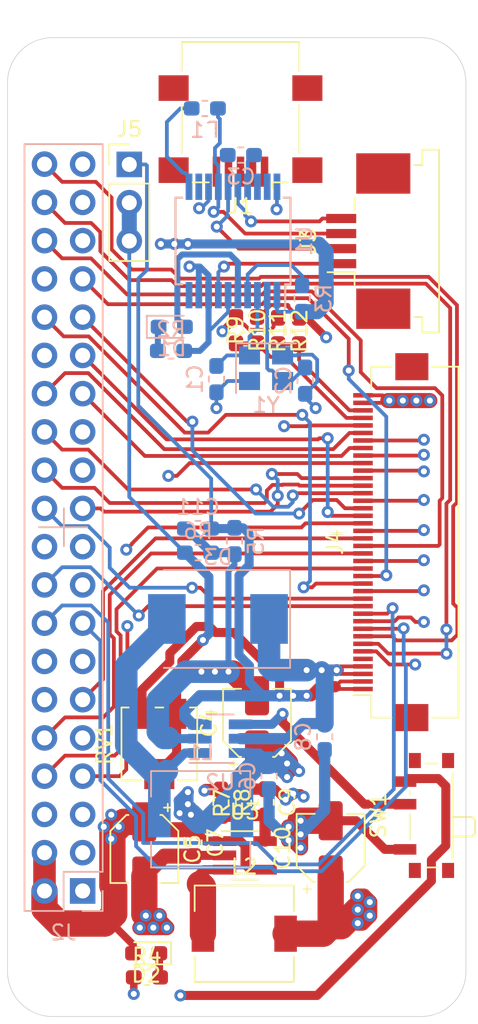
<source format=kicad_pcb>
(kicad_pcb (version 20171130) (host pcbnew "(5.1.4)-1")

  (general
    (thickness 1.6)
    (drawings 9)
    (tracks 715)
    (zones 0)
    (modules 43)
    (nets 60)
  )

  (page A4)
  (layers
    (0 F.Cu signal)
    (1 In1.Cu power)
    (2 In2.Cu power)
    (31 B.Cu signal)
    (32 B.Adhes user hide)
    (33 F.Adhes user hide)
    (34 B.Paste user hide)
    (35 F.Paste user hide)
    (36 B.SilkS user)
    (37 F.SilkS user)
    (38 B.Mask user hide)
    (39 F.Mask user hide)
    (40 Dwgs.User user)
    (41 Cmts.User user)
    (42 Eco1.User user)
    (43 Eco2.User user)
    (44 Edge.Cuts user)
    (45 Margin user)
    (46 B.CrtYd user hide)
    (47 F.CrtYd user hide)
    (48 B.Fab user hide)
    (49 F.Fab user hide)
  )

  (setup
    (last_trace_width 0.25)
    (user_trace_width 0.4)
    (user_trace_width 0.5)
    (user_trace_width 0.6)
    (user_trace_width 0.75)
    (user_trace_width 1)
    (user_trace_width 1.2)
    (user_trace_width 1.5)
    (user_trace_width 1.75)
    (user_trace_width 2)
    (user_trace_width 2.5)
    (trace_clearance 0.2)
    (zone_clearance 0.508)
    (zone_45_only no)
    (trace_min 0.2)
    (via_size 0.8)
    (via_drill 0.4)
    (via_min_size 0.4)
    (via_min_drill 0.3)
    (user_via 1.5 0.9)
    (user_via 2 1.8)
    (uvia_size 0.3)
    (uvia_drill 0.1)
    (uvias_allowed no)
    (uvia_min_size 0.2)
    (uvia_min_drill 0.1)
    (edge_width 0.05)
    (segment_width 0.2)
    (pcb_text_width 0.3)
    (pcb_text_size 1.5 1.5)
    (mod_edge_width 0.12)
    (mod_text_size 1 1)
    (mod_text_width 0.15)
    (pad_size 3.2 3.2)
    (pad_drill 3.2)
    (pad_to_mask_clearance 0.051)
    (solder_mask_min_width 0.25)
    (aux_axis_origin 0 0)
    (grid_origin 43.5 92.5)
    (visible_elements 7FFFFFFF)
    (pcbplotparams
      (layerselection 0x010fc_ffffffff)
      (usegerberextensions false)
      (usegerberattributes false)
      (usegerberadvancedattributes false)
      (creategerberjobfile false)
      (excludeedgelayer true)
      (linewidth 0.100000)
      (plotframeref false)
      (viasonmask false)
      (mode 1)
      (useauxorigin false)
      (hpglpennumber 1)
      (hpglpenspeed 20)
      (hpglpendiameter 15.000000)
      (psnegative false)
      (psa4output false)
      (plotreference true)
      (plotvalue true)
      (plotinvisibletext false)
      (padsonsilk false)
      (subtractmaskfromsilk false)
      (outputformat 1)
      (mirror false)
      (drillshape 1)
      (scaleselection 1)
      (outputdirectory ""))
  )

  (net 0 "")
  (net 1 GND)
  (net 2 "Net-(C1-Pad1)")
  (net 3 "Net-(C2-Pad1)")
  (net 4 "Net-(C3-Pad2)")
  (net 5 +5V)
  (net 6 LED+)
  (net 7 +3.3VP)
  (net 8 "Net-(C9-Pad2)")
  (net 9 "Net-(D1-Pad2)")
  (net 10 "Net-(D1-Pad1)")
  (net 11 "Net-(D2-Pad1)")
  (net 12 "Net-(D3-Pad2)")
  (net 13 "Net-(J1-Pad2)")
  (net 14 "Net-(J1-Pad3)")
  (net 15 VSYNC)
  (net 16 HSYNC)
  (net 17 Blue0)
  (net 18 Green2)
  (net 19 Green3)
  (net 20 Green5)
  (net 21 "Net-(J2-Pad12)")
  (net 22 "Net-(J2-Pad13)")
  (net 23 Red2)
  (net 24 Red3)
  (net 25 Red4)
  (net 26 /Blue6)
  (net 27 Blue5)
  (net 28 Red5)
  (net 29 /Blue7)
  (net 30 Blue4)
  (net 31 Blue3)
  (net 32 CLK)
  (net 33 DEN)
  (net 34 Blue1)
  (net 35 Blue2)
  (net 36 Green0)
  (net 37 Green1)
  (net 38 /Green7)
  (net 39 Green4)
  (net 40 "Net-(J2-Pad37)")
  (net 41 Red0)
  (net 42 Red1)
  (net 43 "Net-(J3-Pad1)")
  (net 44 "Net-(J3-Pad2)")
  (net 45 "Net-(J3-Pad3)")
  (net 46 "Net-(J3-Pad4)")
  (net 47 LED-)
  (net 48 "Net-(J4-Pad5)")
  (net 49 L_R)
  (net 50 U_D)
  (net 51 "Net-(L2-Pad1)")
  (net 52 "Net-(R1-Pad1)")
  (net 53 "Net-(R3-Pad2)")
  (net 54 EN_BCKLIT)
  (net 55 "Net-(U1-Pad10)")
  (net 56 "Net-(U1-Pad12)")
  (net 57 RV2)
  (net 58 "Net-(J2-Pad1)")
  (net 59 "Net-(J2-Pad17)")

  (net_class Default "Dies ist die voreingestellte Netzklasse."
    (clearance 0.2)
    (trace_width 0.25)
    (via_dia 0.8)
    (via_drill 0.4)
    (uvia_dia 0.3)
    (uvia_drill 0.1)
    (add_net +3.3VP)
    (add_net +5V)
    (add_net /Blue6)
    (add_net /Blue7)
    (add_net /Green7)
    (add_net Blue0)
    (add_net Blue1)
    (add_net Blue2)
    (add_net Blue3)
    (add_net Blue4)
    (add_net Blue5)
    (add_net CLK)
    (add_net DEN)
    (add_net EN_BCKLIT)
    (add_net GND)
    (add_net Green0)
    (add_net Green1)
    (add_net Green2)
    (add_net Green3)
    (add_net Green4)
    (add_net Green5)
    (add_net HSYNC)
    (add_net LED+)
    (add_net LED-)
    (add_net L_R)
    (add_net "Net-(C1-Pad1)")
    (add_net "Net-(C2-Pad1)")
    (add_net "Net-(C3-Pad2)")
    (add_net "Net-(C9-Pad2)")
    (add_net "Net-(D1-Pad1)")
    (add_net "Net-(D1-Pad2)")
    (add_net "Net-(D2-Pad1)")
    (add_net "Net-(D3-Pad2)")
    (add_net "Net-(J1-Pad2)")
    (add_net "Net-(J1-Pad3)")
    (add_net "Net-(J2-Pad1)")
    (add_net "Net-(J2-Pad12)")
    (add_net "Net-(J2-Pad13)")
    (add_net "Net-(J2-Pad17)")
    (add_net "Net-(J2-Pad37)")
    (add_net "Net-(J3-Pad1)")
    (add_net "Net-(J3-Pad2)")
    (add_net "Net-(J3-Pad3)")
    (add_net "Net-(J3-Pad4)")
    (add_net "Net-(J4-Pad5)")
    (add_net "Net-(L2-Pad1)")
    (add_net "Net-(R1-Pad1)")
    (add_net "Net-(R3-Pad2)")
    (add_net "Net-(U1-Pad10)")
    (add_net "Net-(U1-Pad12)")
    (add_net RV2)
    (add_net Red0)
    (add_net Red1)
    (add_net Red2)
    (add_net Red3)
    (add_net Red4)
    (add_net Red5)
    (add_net U_D)
    (add_net VSYNC)
  )

  (module Crystal:Crystal_SMD_3225-4Pin_3.2x2.5mm (layer B.Cu) (tedit 5A0FD1B2) (tstamp 603124F9)
    (at 57.2 56.95)
    (descr "SMD Crystal SERIES SMD3225/4 http://www.txccrystal.com/images/pdf/7m-accuracy.pdf, 3.2x2.5mm^2 package")
    (tags "SMD SMT crystal")
    (path /60467B7E)
    (attr smd)
    (fp_text reference Y1 (at 0 2.45) (layer B.SilkS)
      (effects (font (size 1 1) (thickness 0.15)) (justify mirror))
    )
    (fp_text value Crystal_GND24 (at 0 -2.45) (layer B.Fab)
      (effects (font (size 1 1) (thickness 0.15)) (justify mirror))
    )
    (fp_line (start 2.1 1.7) (end -2.1 1.7) (layer B.CrtYd) (width 0.05))
    (fp_line (start 2.1 -1.7) (end 2.1 1.7) (layer B.CrtYd) (width 0.05))
    (fp_line (start -2.1 -1.7) (end 2.1 -1.7) (layer B.CrtYd) (width 0.05))
    (fp_line (start -2.1 1.7) (end -2.1 -1.7) (layer B.CrtYd) (width 0.05))
    (fp_line (start -2 -1.65) (end 2 -1.65) (layer B.SilkS) (width 0.12))
    (fp_line (start -2 1.65) (end -2 -1.65) (layer B.SilkS) (width 0.12))
    (fp_line (start -1.6 -0.25) (end -0.6 -1.25) (layer B.Fab) (width 0.1))
    (fp_line (start 1.6 1.25) (end -1.6 1.25) (layer B.Fab) (width 0.1))
    (fp_line (start 1.6 -1.25) (end 1.6 1.25) (layer B.Fab) (width 0.1))
    (fp_line (start -1.6 -1.25) (end 1.6 -1.25) (layer B.Fab) (width 0.1))
    (fp_line (start -1.6 1.25) (end -1.6 -1.25) (layer B.Fab) (width 0.1))
    (fp_text user %R (at 0 0) (layer B.Fab)
      (effects (font (size 0.7 0.7) (thickness 0.105)) (justify mirror))
    )
    (pad 4 smd rect (at -1.1 0.85) (size 1.4 1.2) (layers B.Cu B.Paste B.Mask)
      (net 1 GND))
    (pad 3 smd rect (at 1.1 0.85) (size 1.4 1.2) (layers B.Cu B.Paste B.Mask)
      (net 3 "Net-(C2-Pad1)"))
    (pad 2 smd rect (at 1.1 -0.85) (size 1.4 1.2) (layers B.Cu B.Paste B.Mask)
      (net 1 GND))
    (pad 1 smd rect (at -1.1 -0.85) (size 1.4 1.2) (layers B.Cu B.Paste B.Mask)
      (net 2 "Net-(C1-Pad1)"))
    (model ${KISYS3DMOD}/Crystal.3dshapes/Crystal_SMD_3225-4Pin_3.2x2.5mm.wrl
      (at (xyz 0 0 0))
      (scale (xyz 1 1 1))
      (rotate (xyz 0 0 0))
    )
  )

  (module Connector_USB:USB_Mini-B_Lumberg_2486_01_Horizontal (layer F.Cu) (tedit 5AC6B535) (tstamp 602FE310)
    (at 55.5 41.2 180)
    (descr "USB Mini-B 5-pin SMD connector, http://downloads.lumberg.com/datenblaetter/en/2486_01.pdf")
    (tags "USB USB_B USB_Mini connector")
    (path /602F137E)
    (attr smd)
    (fp_text reference J1 (at 0 -5) (layer F.SilkS)
      (effects (font (size 1 1) (thickness 0.15)))
    )
    (fp_text value USB_B (at 0 7.5) (layer F.Fab)
      (effects (font (size 1 1) (thickness 0.15)))
    )
    (fp_line (start -4.35 6.35) (end -4.35 4.2) (layer F.CrtYd) (width 0.05))
    (fp_line (start -4.35 4.2) (end -5.95 4.2) (layer F.CrtYd) (width 0.05))
    (fp_line (start -5.95 1.5) (end -5.95 4.2) (layer F.CrtYd) (width 0.05))
    (fp_line (start -4.35 1.5) (end -5.95 1.5) (layer F.CrtYd) (width 0.05))
    (fp_line (start -4.35 -1.25) (end -4.35 1.5) (layer F.CrtYd) (width 0.05))
    (fp_line (start -4.35 -1.25) (end -5.95 -1.25) (layer F.CrtYd) (width 0.05))
    (fp_line (start -5.95 -3.95) (end -5.95 -1.25) (layer F.CrtYd) (width 0.05))
    (fp_line (start -5.95 -3.95) (end -2.35 -3.95) (layer F.CrtYd) (width 0.05))
    (fp_line (start -2.35 -3.95) (end -2.35 -4.2) (layer F.CrtYd) (width 0.05))
    (fp_line (start 5.95 -3.95) (end 5.95 -1.25) (layer F.CrtYd) (width 0.05))
    (fp_line (start 4.35 -1.25) (end 5.95 -1.25) (layer F.CrtYd) (width 0.05))
    (fp_line (start 4.35 -1.25) (end 4.35 1.5) (layer F.CrtYd) (width 0.05))
    (fp_line (start -1.95 -3.35) (end -1.6 -2.85) (layer F.Fab) (width 0.1))
    (fp_line (start 5.95 1.5) (end 5.95 4.2) (layer F.CrtYd) (width 0.05))
    (fp_line (start 5.95 -3.95) (end 2.35 -3.95) (layer F.CrtYd) (width 0.05))
    (fp_line (start -4.35 6.35) (end 4.35 6.35) (layer F.CrtYd) (width 0.05))
    (fp_line (start -3.85 -3.35) (end 3.85 -3.35) (layer F.Fab) (width 0.1))
    (fp_line (start -3.85 -3.35) (end -3.85 5.85) (layer F.Fab) (width 0.1))
    (fp_line (start -3.85 5.85) (end 3.85 5.85) (layer F.Fab) (width 0.1))
    (fp_line (start 3.85 5.85) (end 3.85 -3.35) (layer F.Fab) (width 0.1))
    (fp_line (start -3.91 5.91) (end -3.91 3.96) (layer F.SilkS) (width 0.12))
    (fp_line (start -3.91 1.74) (end -3.91 -1.49) (layer F.SilkS) (width 0.12))
    (fp_line (start -3.19 -3.41) (end -2.11 -3.41) (layer F.SilkS) (width 0.12))
    (fp_line (start 2.11 -3.41) (end 3.19 -3.41) (layer F.SilkS) (width 0.12))
    (fp_line (start 3.91 1.74) (end 3.91 -1.49) (layer F.SilkS) (width 0.12))
    (fp_line (start 3.91 5.91) (end 3.91 3.96) (layer F.SilkS) (width 0.12))
    (fp_text user %R (at 0 1.6 180) (layer F.Fab)
      (effects (font (size 1 1) (thickness 0.15)))
    )
    (fp_line (start -2.11 -3.41) (end -2.11 -3.84) (layer F.SilkS) (width 0.12))
    (fp_line (start -1.6 -2.85) (end -1.25 -3.35) (layer F.Fab) (width 0.1))
    (fp_line (start 3.91 5.91) (end -3.91 5.91) (layer F.SilkS) (width 0.12))
    (fp_line (start 4.35 6.35) (end 4.35 4.2) (layer F.CrtYd) (width 0.05))
    (fp_line (start 4.35 4.2) (end 5.95 4.2) (layer F.CrtYd) (width 0.05))
    (fp_line (start 4.35 1.5) (end 5.95 1.5) (layer F.CrtYd) (width 0.05))
    (fp_line (start 2.35 -3.95) (end 2.35 -4.2) (layer F.CrtYd) (width 0.05))
    (fp_line (start 2.35 -4.2) (end -2.35 -4.2) (layer F.CrtYd) (width 0.05))
    (pad "" np_thru_hole circle (at 2.2 0 180) (size 1 1) (drill 1) (layers *.Cu *.Mask))
    (pad "" np_thru_hole circle (at -2.2 0 180) (size 1 1) (drill 1) (layers *.Cu *.Mask))
    (pad 6 smd rect (at 4.45 2.85 180) (size 2 1.7) (layers F.Cu F.Paste F.Mask))
    (pad 6 smd rect (at 4.45 -2.6 180) (size 2 1.7) (layers F.Cu F.Paste F.Mask))
    (pad 6 smd rect (at -4.45 2.85 180) (size 2 1.7) (layers F.Cu F.Paste F.Mask))
    (pad 6 smd rect (at -4.45 -2.6 180) (size 2 1.7) (layers F.Cu F.Paste F.Mask))
    (pad 5 smd rect (at 1.6 -2.7 180) (size 0.5 2) (layers F.Cu F.Paste F.Mask)
      (net 1 GND))
    (pad 4 smd rect (at 0.8 -2.7 180) (size 0.5 2) (layers F.Cu F.Paste F.Mask)
      (net 1 GND))
    (pad 3 smd rect (at 0 -2.7 180) (size 0.5 2) (layers F.Cu F.Paste F.Mask)
      (net 14 "Net-(J1-Pad3)"))
    (pad 2 smd rect (at -0.8 -2.7 180) (size 0.5 2) (layers F.Cu F.Paste F.Mask)
      (net 13 "Net-(J1-Pad2)"))
    (pad 1 smd rect (at -1.6 -2.7 180) (size 0.5 2) (layers F.Cu F.Paste F.Mask)
      (net 5 +5V))
    (model ${KISYS3DMOD}/Connector_USB.3dshapes/USB_Mini-B_Lumberg_2486_01_Horizontal.wrl
      (at (xyz 0 0 0))
      (scale (xyz 1 1 1))
      (rotate (xyz 0 0 0))
    )
  )

  (module Capacitor_SMD:CP_Elec_4x5.3 (layer F.Cu) (tedit 5BCA39CF) (tstamp 602FE2A0)
    (at 61.5 88.8 90)
    (descr "SMD capacitor, aluminum electrolytic, Vishay, 4.0x5.3mm")
    (tags "capacitor electrolytic")
    (path /6046ECB3)
    (attr smd)
    (fp_text reference C10 (at 0 -3.2 90) (layer F.SilkS)
      (effects (font (size 1 1) (thickness 0.15)))
    )
    (fp_text value 22u (at 0 3.2 90) (layer F.Fab)
      (effects (font (size 1 1) (thickness 0.15)))
    )
    (fp_text user %R (at 0 0 90) (layer F.Fab)
      (effects (font (size 0.8 0.8) (thickness 0.12)))
    )
    (fp_line (start -3.35 1.05) (end -2.4 1.05) (layer F.CrtYd) (width 0.05))
    (fp_line (start -3.35 -1.05) (end -3.35 1.05) (layer F.CrtYd) (width 0.05))
    (fp_line (start -2.4 -1.05) (end -3.35 -1.05) (layer F.CrtYd) (width 0.05))
    (fp_line (start -2.4 1.05) (end -2.4 1.25) (layer F.CrtYd) (width 0.05))
    (fp_line (start -2.4 -1.25) (end -2.4 -1.05) (layer F.CrtYd) (width 0.05))
    (fp_line (start -2.4 -1.25) (end -1.25 -2.4) (layer F.CrtYd) (width 0.05))
    (fp_line (start -2.4 1.25) (end -1.25 2.4) (layer F.CrtYd) (width 0.05))
    (fp_line (start -1.25 -2.4) (end 2.4 -2.4) (layer F.CrtYd) (width 0.05))
    (fp_line (start -1.25 2.4) (end 2.4 2.4) (layer F.CrtYd) (width 0.05))
    (fp_line (start 2.4 1.05) (end 2.4 2.4) (layer F.CrtYd) (width 0.05))
    (fp_line (start 3.35 1.05) (end 2.4 1.05) (layer F.CrtYd) (width 0.05))
    (fp_line (start 3.35 -1.05) (end 3.35 1.05) (layer F.CrtYd) (width 0.05))
    (fp_line (start 2.4 -1.05) (end 3.35 -1.05) (layer F.CrtYd) (width 0.05))
    (fp_line (start 2.4 -2.4) (end 2.4 -1.05) (layer F.CrtYd) (width 0.05))
    (fp_line (start -2.75 -1.81) (end -2.75 -1.31) (layer F.SilkS) (width 0.12))
    (fp_line (start -3 -1.56) (end -2.5 -1.56) (layer F.SilkS) (width 0.12))
    (fp_line (start -2.26 1.195563) (end -1.195563 2.26) (layer F.SilkS) (width 0.12))
    (fp_line (start -2.26 -1.195563) (end -1.195563 -2.26) (layer F.SilkS) (width 0.12))
    (fp_line (start -2.26 -1.195563) (end -2.26 -1.06) (layer F.SilkS) (width 0.12))
    (fp_line (start -2.26 1.195563) (end -2.26 1.06) (layer F.SilkS) (width 0.12))
    (fp_line (start -1.195563 2.26) (end 2.26 2.26) (layer F.SilkS) (width 0.12))
    (fp_line (start -1.195563 -2.26) (end 2.26 -2.26) (layer F.SilkS) (width 0.12))
    (fp_line (start 2.26 -2.26) (end 2.26 -1.06) (layer F.SilkS) (width 0.12))
    (fp_line (start 2.26 2.26) (end 2.26 1.06) (layer F.SilkS) (width 0.12))
    (fp_line (start -1.374773 -1.2) (end -1.374773 -0.8) (layer F.Fab) (width 0.1))
    (fp_line (start -1.574773 -1) (end -1.174773 -1) (layer F.Fab) (width 0.1))
    (fp_line (start -2.15 1.15) (end -1.15 2.15) (layer F.Fab) (width 0.1))
    (fp_line (start -2.15 -1.15) (end -1.15 -2.15) (layer F.Fab) (width 0.1))
    (fp_line (start -2.15 -1.15) (end -2.15 1.15) (layer F.Fab) (width 0.1))
    (fp_line (start -1.15 2.15) (end 2.15 2.15) (layer F.Fab) (width 0.1))
    (fp_line (start -1.15 -2.15) (end 2.15 -2.15) (layer F.Fab) (width 0.1))
    (fp_line (start 2.15 -2.15) (end 2.15 2.15) (layer F.Fab) (width 0.1))
    (fp_circle (center 0 0) (end 2 0) (layer F.Fab) (width 0.1))
    (pad 2 smd roundrect (at 1.8 0 90) (size 2.6 1.6) (layers F.Cu F.Paste F.Mask) (roundrect_rratio 0.15625)
      (net 1 GND))
    (pad 1 smd roundrect (at -1.8 0 90) (size 2.6 1.6) (layers F.Cu F.Paste F.Mask) (roundrect_rratio 0.15625)
      (net 7 +3.3VP))
    (model ${KISYS3DMOD}/Capacitor_SMD.3dshapes/CP_Elec_4x5.3.wrl
      (at (xyz 0 0 0))
      (scale (xyz 1 1 1))
      (rotate (xyz 0 0 0))
    )
  )

  (module MountingHole:MountingHole_3.2mm_M3 (layer F.Cu) (tedit 56D1B4CB) (tstamp 60302FFE)
    (at 66.75 96.5)
    (descr "Mounting Hole 3.2mm, no annular, M3")
    (tags "mounting hole 3.2mm no annular m3")
    (path /603BD2B0)
    (attr virtual)
    (fp_text reference H4 (at 0 -4.2) (layer F.SilkS) hide
      (effects (font (size 1 1) (thickness 0.15)))
    )
    (fp_text value MountingHole (at 0 4.2) (layer F.Fab)
      (effects (font (size 1 1) (thickness 0.15)))
    )
    (fp_circle (center 0 0) (end 3.45 0) (layer F.CrtYd) (width 0.05))
    (fp_circle (center 0 0) (end 3.2 0) (layer Cmts.User) (width 0.15))
    (fp_text user %R (at 0.3 0) (layer F.Fab)
      (effects (font (size 1 1) (thickness 0.15)))
    )
    (pad 1 np_thru_hole circle (at 0 0) (size 3.2 3.2) (drill 3.2) (layers *.Cu *.Mask))
  )

  (module MountingHole:MountingHole_3.2mm_M3 (layer F.Cu) (tedit 56D1B4CB) (tstamp 60302A19)
    (at 66.75 38.5)
    (descr "Mounting Hole 3.2mm, no annular, M3")
    (tags "mounting hole 3.2mm no annular m3")
    (path /603BD03E)
    (attr virtual)
    (fp_text reference H3 (at 0 -4.2) (layer F.SilkS) hide
      (effects (font (size 1 1) (thickness 0.15)))
    )
    (fp_text value MountingHole (at 0 4.2) (layer F.Fab)
      (effects (font (size 1 1) (thickness 0.15)))
    )
    (fp_circle (center 0 0) (end 3.45 0) (layer F.CrtYd) (width 0.05))
    (fp_circle (center 0 0) (end 3.2 0) (layer Cmts.User) (width 0.15))
    (fp_text user %R (at 0.3 0) (layer F.Fab)
      (effects (font (size 1 1) (thickness 0.15)))
    )
    (pad 1 np_thru_hole circle (at 0 0) (size 3.2 3.2) (drill 3.2) (layers *.Cu *.Mask))
  )

  (module MountingHole:MountingHole_3.2mm_M3 (layer F.Cu) (tedit 56D1B4CB) (tstamp 60302A11)
    (at 43.75 96.5)
    (descr "Mounting Hole 3.2mm, no annular, M3")
    (tags "mounting hole 3.2mm no annular m3")
    (path /603BCE2E)
    (attr virtual)
    (fp_text reference H2 (at 3.75 -3.5) (layer F.SilkS) hide
      (effects (font (size 1 1) (thickness 0.15)))
    )
    (fp_text value MountingHole (at 0 4.2) (layer F.Fab)
      (effects (font (size 1 1) (thickness 0.15)))
    )
    (fp_circle (center 0 0) (end 3.45 0) (layer F.CrtYd) (width 0.05))
    (fp_circle (center 0 0) (end 3.2 0) (layer Cmts.User) (width 0.15))
    (fp_text user %R (at 0.3 0) (layer F.Fab)
      (effects (font (size 1 1) (thickness 0.15)))
    )
    (pad 1 np_thru_hole circle (at 0 0) (size 3.2 3.2) (drill 3.2) (layers *.Cu *.Mask))
  )

  (module MountingHole:MountingHole_3.2mm_M3 (layer F.Cu) (tedit 56D1B4CB) (tstamp 60302FC3)
    (at 43.75 38.5)
    (descr "Mounting Hole 3.2mm, no annular, M3")
    (tags "mounting hole 3.2mm no annular m3")
    (path /603BBE19)
    (attr virtual)
    (fp_text reference H1 (at 0 -4.2) (layer F.SilkS) hide
      (effects (font (size 1 1) (thickness 0.15)))
    )
    (fp_text value MountingHole (at 0 4.2) (layer F.Fab)
      (effects (font (size 1 1) (thickness 0.15)))
    )
    (fp_circle (center 0 0) (end 3.45 0) (layer F.CrtYd) (width 0.05))
    (fp_circle (center 0 0) (end 3.2 0) (layer Cmts.User) (width 0.15))
    (fp_text user %R (at 0.3 0) (layer F.Fab)
      (effects (font (size 1 1) (thickness 0.15)))
    )
    (pad 1 np_thru_hole circle (at 0 0) (size 3.2 3.2) (drill 3.2) (layers *.Cu *.Mask))
  )

  (module Connector_PinSocket_2.54mm:PinSocket_2x20_P2.54mm_Vertical (layer B.Cu) (tedit 60300576) (tstamp 60301E81)
    (at 45 91.66)
    (descr "Through hole straight socket strip, 2x20, 2.54mm pitch, double cols (from Kicad 4.0.7), script generated")
    (tags "Through hole socket strip THT 2x20 2.54mm double row")
    (path /602EEB0B)
    (fp_text reference J2 (at -1.27 2.77) (layer B.SilkS)
      (effects (font (size 1 1) (thickness 0.15)) (justify mirror))
    )
    (fp_text value RPI40 (at -1.27 -51.03) (layer B.Fab)
      (effects (font (size 1 1) (thickness 0.15)) (justify mirror))
    )
    (fp_line (start -3.81 1.27) (end 0.27 1.27) (layer B.Fab) (width 0.1))
    (fp_line (start 0.27 1.27) (end 1.27 0.27) (layer B.Fab) (width 0.1))
    (fp_line (start 1.27 0.27) (end 1.27 -49.53) (layer B.Fab) (width 0.1))
    (fp_line (start 1.27 -49.53) (end -3.81 -49.53) (layer B.Fab) (width 0.1))
    (fp_line (start -3.81 -49.53) (end -3.81 1.27) (layer B.Fab) (width 0.1))
    (fp_line (start -3.87 1.33) (end -1.27 1.33) (layer B.SilkS) (width 0.12))
    (fp_line (start -3.87 1.33) (end -3.87 -49.59) (layer B.SilkS) (width 0.12))
    (fp_line (start -3.87 -49.59) (end 1.33 -49.59) (layer B.SilkS) (width 0.12))
    (fp_line (start 1.33 -1.27) (end 1.33 -49.59) (layer B.SilkS) (width 0.12))
    (fp_line (start -1.27 -1.27) (end 1.33 -1.27) (layer B.SilkS) (width 0.12))
    (fp_line (start -1.27 1.33) (end -1.27 -1.27) (layer B.SilkS) (width 0.12))
    (fp_line (start 1.33 1.33) (end 1.33 0) (layer B.SilkS) (width 0.12))
    (fp_line (start 0 1.33) (end 1.33 1.33) (layer B.SilkS) (width 0.12))
    (fp_line (start -4.34 1.8) (end 1.76 1.8) (layer B.CrtYd) (width 0.05))
    (fp_line (start 1.76 1.8) (end 1.76 -50) (layer B.CrtYd) (width 0.05))
    (fp_line (start 1.76 -50) (end -4.34 -50) (layer B.CrtYd) (width 0.05))
    (fp_line (start -4.34 -50) (end -4.34 1.8) (layer B.CrtYd) (width 0.05))
    (fp_text user %R (at -1.27 -24.13 270) (layer B.Fab)
      (effects (font (size 1 1) (thickness 0.15)) (justify mirror))
    )
    (fp_line (start -2.9 -24.15) (end 0.3 -24.15) (layer B.SilkS) (width 0.12))
    (fp_line (start -1.25 -22.9) (end -1.25 -25.4) (layer B.SilkS) (width 0.12))
    (pad 1 thru_hole rect (at 0 0) (size 1.7 1.7) (drill 1) (layers *.Cu *.Mask)
      (net 58 "Net-(J2-Pad1)"))
    (pad 2 thru_hole oval (at -2.54 0) (size 1.7 1.7) (drill 1) (layers *.Cu *.Mask)
      (net 5 +5V))
    (pad 3 thru_hole oval (at 0 -2.54) (size 1.7 1.7) (drill 1) (layers *.Cu *.Mask)
      (net 15 VSYNC))
    (pad 4 thru_hole oval (at -2.54 -2.54) (size 1.7 1.7) (drill 1) (layers *.Cu *.Mask)
      (net 5 +5V))
    (pad 5 thru_hole oval (at 0 -5.08) (size 1.7 1.7) (drill 1) (layers *.Cu *.Mask)
      (net 16 HSYNC))
    (pad 6 thru_hole oval (at -2.54 -5.08) (size 1.7 1.7) (drill 1) (layers *.Cu *.Mask)
      (net 1 GND))
    (pad 7 thru_hole oval (at 0 -7.62) (size 1.7 1.7) (drill 1) (layers *.Cu *.Mask)
      (net 17 Blue0))
    (pad 8 thru_hole oval (at -2.54 -7.62) (size 1.7 1.7) (drill 1) (layers *.Cu *.Mask)
      (net 18 Green2))
    (pad 9 thru_hole oval (at 0 -10.16) (size 1.7 1.7) (drill 1) (layers *.Cu *.Mask)
      (net 1 GND))
    (pad 10 thru_hole oval (at -2.54 -10.16) (size 1.7 1.7) (drill 1) (layers *.Cu *.Mask)
      (net 19 Green3))
    (pad 11 thru_hole oval (at 0 -12.7) (size 1.7 1.7) (drill 1) (layers *.Cu *.Mask)
      (net 20 Green5))
    (pad 12 thru_hole oval (at -2.54 -12.7) (size 1.7 1.7) (drill 1) (layers *.Cu *.Mask)
      (net 21 "Net-(J2-Pad12)"))
    (pad 13 thru_hole oval (at 0 -15.24) (size 1.7 1.7) (drill 1) (layers *.Cu *.Mask)
      (net 22 "Net-(J2-Pad13)"))
    (pad 14 thru_hole oval (at -2.54 -15.24) (size 1.7 1.7) (drill 1) (layers *.Cu *.Mask)
      (net 1 GND))
    (pad 15 thru_hole oval (at 0 -17.78) (size 1.7 1.7) (drill 1) (layers *.Cu *.Mask)
      (net 23 Red2))
    (pad 16 thru_hole oval (at -2.54 -17.78) (size 1.7 1.7) (drill 1) (layers *.Cu *.Mask)
      (net 24 Red3))
    (pad 17 thru_hole oval (at 0 -20.32) (size 1.7 1.7) (drill 1) (layers *.Cu *.Mask)
      (net 59 "Net-(J2-Pad17)"))
    (pad 18 thru_hole oval (at -2.54 -20.32) (size 1.7 1.7) (drill 1) (layers *.Cu *.Mask)
      (net 25 Red4))
    (pad 19 thru_hole oval (at 0 -22.86) (size 1.7 1.7) (drill 1) (layers *.Cu *.Mask)
      (net 26 /Blue6))
    (pad 20 thru_hole oval (at -2.54 -22.86) (size 1.7 1.7) (drill 1) (layers *.Cu *.Mask)
      (net 1 GND))
    (pad 21 thru_hole oval (at 0 -25.4) (size 1.7 1.7) (drill 1) (layers *.Cu *.Mask)
      (net 27 Blue5))
    (pad 22 thru_hole oval (at -2.54 -25.4) (size 1.7 1.7) (drill 1) (layers *.Cu *.Mask)
      (net 28 Red5))
    (pad 23 thru_hole oval (at 0 -27.94) (size 1.7 1.7) (drill 1) (layers *.Cu *.Mask)
      (net 29 /Blue7))
    (pad 24 thru_hole oval (at -2.54 -27.94) (size 1.7 1.7) (drill 1) (layers *.Cu *.Mask)
      (net 30 Blue4))
    (pad 25 thru_hole oval (at 0 -30.48) (size 1.7 1.7) (drill 1) (layers *.Cu *.Mask)
      (net 1 GND))
    (pad 26 thru_hole oval (at -2.54 -30.48) (size 1.7 1.7) (drill 1) (layers *.Cu *.Mask)
      (net 31 Blue3))
    (pad 27 thru_hole oval (at 0 -33.02) (size 1.7 1.7) (drill 1) (layers *.Cu *.Mask)
      (net 32 CLK))
    (pad 28 thru_hole oval (at -2.54 -33.02) (size 1.7 1.7) (drill 1) (layers *.Cu *.Mask)
      (net 33 DEN))
    (pad 29 thru_hole oval (at 0 -35.56) (size 1.7 1.7) (drill 1) (layers *.Cu *.Mask)
      (net 34 Blue1))
    (pad 30 thru_hole oval (at -2.54 -35.56) (size 1.7 1.7) (drill 1) (layers *.Cu *.Mask)
      (net 1 GND))
    (pad 31 thru_hole oval (at 0 -38.1) (size 1.7 1.7) (drill 1) (layers *.Cu *.Mask)
      (net 35 Blue2))
    (pad 32 thru_hole oval (at -2.54 -38.1) (size 1.7 1.7) (drill 1) (layers *.Cu *.Mask)
      (net 36 Green0))
    (pad 33 thru_hole oval (at 0 -40.64) (size 1.7 1.7) (drill 1) (layers *.Cu *.Mask)
      (net 37 Green1))
    (pad 34 thru_hole oval (at -2.54 -40.64) (size 1.7 1.7) (drill 1) (layers *.Cu *.Mask)
      (net 1 GND))
    (pad 35 thru_hole oval (at 0 -43.18) (size 1.7 1.7) (drill 1) (layers *.Cu *.Mask)
      (net 38 /Green7))
    (pad 36 thru_hole oval (at -2.54 -43.18) (size 1.7 1.7) (drill 1) (layers *.Cu *.Mask)
      (net 39 Green4))
    (pad 37 thru_hole oval (at 0 -45.72) (size 1.7 1.7) (drill 1) (layers *.Cu *.Mask)
      (net 40 "Net-(J2-Pad37)"))
    (pad 38 thru_hole oval (at -2.54 -45.72) (size 1.7 1.7) (drill 1) (layers *.Cu *.Mask)
      (net 41 Red0))
    (pad 39 thru_hole oval (at 0 -48.26) (size 1.7 1.7) (drill 1) (layers *.Cu *.Mask)
      (net 1 GND))
    (pad 40 thru_hole oval (at -2.54 -48.26) (size 1.7 1.7) (drill 1) (layers *.Cu *.Mask)
      (net 42 Red1))
    (model ${KISYS3DMOD}/Connector_PinSocket_2.54mm.3dshapes/PinSocket_2x20_P2.54mm_Vertical.wrl
      (at (xyz 0 0 0))
      (scale (xyz 1 1 1))
      (rotate (xyz 0 0 0))
    )
  )

  (module Capacitor_SMD:C_0603_1608Metric_Pad1.05x0.95mm_HandSolder (layer F.Cu) (tedit 5B301BBE) (tstamp 602FE256)
    (at 52.404 88.472 270)
    (descr "Capacitor SMD 0603 (1608 Metric), square (rectangular) end terminal, IPC_7351 nominal with elongated pad for handsoldering. (Body size source: http://www.tortai-tech.com/upload/download/2011102023233369053.pdf), generated with kicad-footprint-generator")
    (tags "capacitor handsolder")
    (path /6044F274)
    (attr smd)
    (fp_text reference C7 (at 0 -1.43 90) (layer F.SilkS)
      (effects (font (size 1 1) (thickness 0.15)))
    )
    (fp_text value 100n (at 0 1.43 90) (layer F.Fab)
      (effects (font (size 1 1) (thickness 0.15)))
    )
    (fp_line (start -0.8 0.4) (end -0.8 -0.4) (layer F.Fab) (width 0.1))
    (fp_line (start -0.8 -0.4) (end 0.8 -0.4) (layer F.Fab) (width 0.1))
    (fp_line (start 0.8 -0.4) (end 0.8 0.4) (layer F.Fab) (width 0.1))
    (fp_line (start 0.8 0.4) (end -0.8 0.4) (layer F.Fab) (width 0.1))
    (fp_line (start -0.171267 -0.51) (end 0.171267 -0.51) (layer F.SilkS) (width 0.12))
    (fp_line (start -0.171267 0.51) (end 0.171267 0.51) (layer F.SilkS) (width 0.12))
    (fp_line (start -1.65 0.73) (end -1.65 -0.73) (layer F.CrtYd) (width 0.05))
    (fp_line (start -1.65 -0.73) (end 1.65 -0.73) (layer F.CrtYd) (width 0.05))
    (fp_line (start 1.65 -0.73) (end 1.65 0.73) (layer F.CrtYd) (width 0.05))
    (fp_line (start 1.65 0.73) (end -1.65 0.73) (layer F.CrtYd) (width 0.05))
    (fp_text user %R (at 0 0 90) (layer F.Fab)
      (effects (font (size 0.4 0.4) (thickness 0.06)))
    )
    (pad 1 smd roundrect (at -0.875 0 270) (size 1.05 0.95) (layers F.Cu F.Paste F.Mask) (roundrect_rratio 0.25)
      (net 5 +5V))
    (pad 2 smd roundrect (at 0.875 0 270) (size 1.05 0.95) (layers F.Cu F.Paste F.Mask) (roundrect_rratio 0.25)
      (net 1 GND))
    (model ${KISYS3DMOD}/Capacitor_SMD.3dshapes/C_0603_1608Metric.wrl
      (at (xyz 0 0 0))
      (scale (xyz 1 1 1))
      (rotate (xyz 0 0 0))
    )
  )

  (module LED_SMD:LED_0603_1608Metric_Pad1.05x0.95mm_HandSolder (layer F.Cu) (tedit 5B4B45C9) (tstamp 602FF464)
    (at 49.225 95.8 180)
    (descr "LED SMD 0603 (1608 Metric), square (rectangular) end terminal, IPC_7351 nominal, (Body size source: http://www.tortai-tech.com/upload/download/2011102023233369053.pdf), generated with kicad-footprint-generator")
    (tags "LED handsolder")
    (path /606D6C3E)
    (attr smd)
    (fp_text reference D2 (at 0 -1.43) (layer F.SilkS)
      (effects (font (size 1 1) (thickness 0.15)))
    )
    (fp_text value LED (at 0 1.43) (layer F.Fab)
      (effects (font (size 1 1) (thickness 0.15)))
    )
    (fp_line (start 0.8 -0.4) (end -0.5 -0.4) (layer F.Fab) (width 0.1))
    (fp_line (start -0.5 -0.4) (end -0.8 -0.1) (layer F.Fab) (width 0.1))
    (fp_line (start -0.8 -0.1) (end -0.8 0.4) (layer F.Fab) (width 0.1))
    (fp_line (start -0.8 0.4) (end 0.8 0.4) (layer F.Fab) (width 0.1))
    (fp_line (start 0.8 0.4) (end 0.8 -0.4) (layer F.Fab) (width 0.1))
    (fp_line (start 0.8 -0.735) (end -1.66 -0.735) (layer F.SilkS) (width 0.12))
    (fp_line (start -1.66 -0.735) (end -1.66 0.735) (layer F.SilkS) (width 0.12))
    (fp_line (start -1.66 0.735) (end 0.8 0.735) (layer F.SilkS) (width 0.12))
    (fp_line (start -1.65 0.73) (end -1.65 -0.73) (layer F.CrtYd) (width 0.05))
    (fp_line (start -1.65 -0.73) (end 1.65 -0.73) (layer F.CrtYd) (width 0.05))
    (fp_line (start 1.65 -0.73) (end 1.65 0.73) (layer F.CrtYd) (width 0.05))
    (fp_line (start 1.65 0.73) (end -1.65 0.73) (layer F.CrtYd) (width 0.05))
    (fp_text user %R (at 0 0) (layer F.Fab)
      (effects (font (size 0.4 0.4) (thickness 0.06)))
    )
    (pad 1 smd roundrect (at -0.875 0 180) (size 1.05 0.95) (layers F.Cu F.Paste F.Mask) (roundrect_rratio 0.25)
      (net 11 "Net-(D2-Pad1)"))
    (pad 2 smd roundrect (at 0.875 0 180) (size 1.05 0.95) (layers F.Cu F.Paste F.Mask) (roundrect_rratio 0.25)
      (net 5 +5V))
    (model ${KISYS3DMOD}/LED_SMD.3dshapes/LED_0603_1608Metric.wrl
      (at (xyz 0 0 0))
      (scale (xyz 1 1 1))
      (rotate (xyz 0 0 0))
    )
  )

  (module Capacitor_SMD:CP_Elec_4x5.3 (layer F.Cu) (tedit 5BCA39CF) (tstamp 60301269)
    (at 49.102 88.875 270)
    (descr "SMD capacitor, aluminum electrolytic, Vishay, 4.0x5.3mm")
    (tags "capacitor electrolytic")
    (path /6044FAF1)
    (attr smd)
    (fp_text reference C5 (at 0 -3.2 90) (layer F.SilkS)
      (effects (font (size 1 1) (thickness 0.15)))
    )
    (fp_text value 22u (at 0 3.2 90) (layer F.Fab)
      (effects (font (size 1 1) (thickness 0.15)))
    )
    (fp_circle (center 0 0) (end 2 0) (layer F.Fab) (width 0.1))
    (fp_line (start 2.15 -2.15) (end 2.15 2.15) (layer F.Fab) (width 0.1))
    (fp_line (start -1.15 -2.15) (end 2.15 -2.15) (layer F.Fab) (width 0.1))
    (fp_line (start -1.15 2.15) (end 2.15 2.15) (layer F.Fab) (width 0.1))
    (fp_line (start -2.15 -1.15) (end -2.15 1.15) (layer F.Fab) (width 0.1))
    (fp_line (start -2.15 -1.15) (end -1.15 -2.15) (layer F.Fab) (width 0.1))
    (fp_line (start -2.15 1.15) (end -1.15 2.15) (layer F.Fab) (width 0.1))
    (fp_line (start -1.574773 -1) (end -1.174773 -1) (layer F.Fab) (width 0.1))
    (fp_line (start -1.374773 -1.2) (end -1.374773 -0.8) (layer F.Fab) (width 0.1))
    (fp_line (start 2.26 2.26) (end 2.26 1.06) (layer F.SilkS) (width 0.12))
    (fp_line (start 2.26 -2.26) (end 2.26 -1.06) (layer F.SilkS) (width 0.12))
    (fp_line (start -1.195563 -2.26) (end 2.26 -2.26) (layer F.SilkS) (width 0.12))
    (fp_line (start -1.195563 2.26) (end 2.26 2.26) (layer F.SilkS) (width 0.12))
    (fp_line (start -2.26 1.195563) (end -2.26 1.06) (layer F.SilkS) (width 0.12))
    (fp_line (start -2.26 -1.195563) (end -2.26 -1.06) (layer F.SilkS) (width 0.12))
    (fp_line (start -2.26 -1.195563) (end -1.195563 -2.26) (layer F.SilkS) (width 0.12))
    (fp_line (start -2.26 1.195563) (end -1.195563 2.26) (layer F.SilkS) (width 0.12))
    (fp_line (start -3 -1.56) (end -2.5 -1.56) (layer F.SilkS) (width 0.12))
    (fp_line (start -2.75 -1.81) (end -2.75 -1.31) (layer F.SilkS) (width 0.12))
    (fp_line (start 2.4 -2.4) (end 2.4 -1.05) (layer F.CrtYd) (width 0.05))
    (fp_line (start 2.4 -1.05) (end 3.35 -1.05) (layer F.CrtYd) (width 0.05))
    (fp_line (start 3.35 -1.05) (end 3.35 1.05) (layer F.CrtYd) (width 0.05))
    (fp_line (start 3.35 1.05) (end 2.4 1.05) (layer F.CrtYd) (width 0.05))
    (fp_line (start 2.4 1.05) (end 2.4 2.4) (layer F.CrtYd) (width 0.05))
    (fp_line (start -1.25 2.4) (end 2.4 2.4) (layer F.CrtYd) (width 0.05))
    (fp_line (start -1.25 -2.4) (end 2.4 -2.4) (layer F.CrtYd) (width 0.05))
    (fp_line (start -2.4 1.25) (end -1.25 2.4) (layer F.CrtYd) (width 0.05))
    (fp_line (start -2.4 -1.25) (end -1.25 -2.4) (layer F.CrtYd) (width 0.05))
    (fp_line (start -2.4 -1.25) (end -2.4 -1.05) (layer F.CrtYd) (width 0.05))
    (fp_line (start -2.4 1.05) (end -2.4 1.25) (layer F.CrtYd) (width 0.05))
    (fp_line (start -2.4 -1.05) (end -3.35 -1.05) (layer F.CrtYd) (width 0.05))
    (fp_line (start -3.35 -1.05) (end -3.35 1.05) (layer F.CrtYd) (width 0.05))
    (fp_line (start -3.35 1.05) (end -2.4 1.05) (layer F.CrtYd) (width 0.05))
    (fp_text user %R (at 0 0 90) (layer F.Fab)
      (effects (font (size 0.8 0.8) (thickness 0.12)))
    )
    (pad 1 smd roundrect (at -1.8 0 270) (size 2.6 1.6) (layers F.Cu F.Paste F.Mask) (roundrect_rratio 0.15625)
      (net 5 +5V))
    (pad 2 smd roundrect (at 1.8 0 270) (size 2.6 1.6) (layers F.Cu F.Paste F.Mask) (roundrect_rratio 0.15625)
      (net 1 GND))
    (model ${KISYS3DMOD}/Capacitor_SMD.3dshapes/CP_Elec_4x5.3.wrl
      (at (xyz 0 0 0))
      (scale (xyz 1 1 1))
      (rotate (xyz 0 0 0))
    )
  )

  (module Resistor_SMD:R_0603_1608Metric_Pad1.05x0.95mm_HandSolder (layer F.Cu) (tedit 5B301BBD) (tstamp 602FE435)
    (at 49.275 97.4)
    (descr "Resistor SMD 0603 (1608 Metric), square (rectangular) end terminal, IPC_7351 nominal with elongated pad for handsoldering. (Body size source: http://www.tortai-tech.com/upload/download/2011102023233369053.pdf), generated with kicad-footprint-generator")
    (tags "resistor handsolder")
    (path /606D7C4E)
    (attr smd)
    (fp_text reference R4 (at 0 -1.43) (layer F.SilkS)
      (effects (font (size 1 1) (thickness 0.15)))
    )
    (fp_text value 180 (at 0 1.43) (layer F.Fab)
      (effects (font (size 1 1) (thickness 0.15)))
    )
    (fp_line (start -0.8 0.4) (end -0.8 -0.4) (layer F.Fab) (width 0.1))
    (fp_line (start -0.8 -0.4) (end 0.8 -0.4) (layer F.Fab) (width 0.1))
    (fp_line (start 0.8 -0.4) (end 0.8 0.4) (layer F.Fab) (width 0.1))
    (fp_line (start 0.8 0.4) (end -0.8 0.4) (layer F.Fab) (width 0.1))
    (fp_line (start -0.171267 -0.51) (end 0.171267 -0.51) (layer F.SilkS) (width 0.12))
    (fp_line (start -0.171267 0.51) (end 0.171267 0.51) (layer F.SilkS) (width 0.12))
    (fp_line (start -1.65 0.73) (end -1.65 -0.73) (layer F.CrtYd) (width 0.05))
    (fp_line (start -1.65 -0.73) (end 1.65 -0.73) (layer F.CrtYd) (width 0.05))
    (fp_line (start 1.65 -0.73) (end 1.65 0.73) (layer F.CrtYd) (width 0.05))
    (fp_line (start 1.65 0.73) (end -1.65 0.73) (layer F.CrtYd) (width 0.05))
    (fp_text user %R (at 0 0) (layer F.Fab)
      (effects (font (size 0.4 0.4) (thickness 0.06)))
    )
    (pad 1 smd roundrect (at -0.875 0) (size 1.05 0.95) (layers F.Cu F.Paste F.Mask) (roundrect_rratio 0.25)
      (net 1 GND))
    (pad 2 smd roundrect (at 0.875 0) (size 1.05 0.95) (layers F.Cu F.Paste F.Mask) (roundrect_rratio 0.25)
      (net 11 "Net-(D2-Pad1)"))
    (model ${KISYS3DMOD}/Resistor_SMD.3dshapes/R_0603_1608Metric.wrl
      (at (xyz 0 0 0))
      (scale (xyz 1 1 1))
      (rotate (xyz 0 0 0))
    )
  )

  (module Connector_PinHeader_2.54mm:PinHeader_1x03_P2.54mm_Vertical (layer F.Cu) (tedit 59FED5CC) (tstamp 60300E19)
    (at 48.1 43.42)
    (descr "Through hole straight pin header, 1x03, 2.54mm pitch, single row")
    (tags "Through hole pin header THT 1x03 2.54mm single row")
    (path /60330AC4)
    (fp_text reference J5 (at 0 -2.33) (layer F.SilkS)
      (effects (font (size 1 1) (thickness 0.15)))
    )
    (fp_text value Conn_01x03 (at 0 7.41) (layer F.Fab)
      (effects (font (size 1 1) (thickness 0.15)))
    )
    (fp_text user %R (at 0 2.54 90) (layer F.Fab)
      (effects (font (size 1 1) (thickness 0.15)))
    )
    (fp_line (start 1.8 -1.8) (end -1.8 -1.8) (layer F.CrtYd) (width 0.05))
    (fp_line (start 1.8 6.85) (end 1.8 -1.8) (layer F.CrtYd) (width 0.05))
    (fp_line (start -1.8 6.85) (end 1.8 6.85) (layer F.CrtYd) (width 0.05))
    (fp_line (start -1.8 -1.8) (end -1.8 6.85) (layer F.CrtYd) (width 0.05))
    (fp_line (start -1.33 -1.33) (end 0 -1.33) (layer F.SilkS) (width 0.12))
    (fp_line (start -1.33 0) (end -1.33 -1.33) (layer F.SilkS) (width 0.12))
    (fp_line (start -1.33 1.27) (end 1.33 1.27) (layer F.SilkS) (width 0.12))
    (fp_line (start 1.33 1.27) (end 1.33 6.41) (layer F.SilkS) (width 0.12))
    (fp_line (start -1.33 1.27) (end -1.33 6.41) (layer F.SilkS) (width 0.12))
    (fp_line (start -1.33 6.41) (end 1.33 6.41) (layer F.SilkS) (width 0.12))
    (fp_line (start -1.27 -0.635) (end -0.635 -1.27) (layer F.Fab) (width 0.1))
    (fp_line (start -1.27 6.35) (end -1.27 -0.635) (layer F.Fab) (width 0.1))
    (fp_line (start 1.27 6.35) (end -1.27 6.35) (layer F.Fab) (width 0.1))
    (fp_line (start 1.27 -1.27) (end 1.27 6.35) (layer F.Fab) (width 0.1))
    (fp_line (start -0.635 -1.27) (end 1.27 -1.27) (layer F.Fab) (width 0.1))
    (pad 3 thru_hole oval (at 0 5.08) (size 1.7 1.7) (drill 1) (layers *.Cu *.Mask)
      (net 57 RV2))
    (pad 2 thru_hole oval (at 0 2.54) (size 1.7 1.7) (drill 1) (layers *.Cu *.Mask)
      (net 57 RV2))
    (pad 1 thru_hole rect (at 0 0) (size 1.7 1.7) (drill 1) (layers *.Cu *.Mask)
      (net 47 LED-))
    (model ${KISYS3DMOD}/Connector_PinHeader_2.54mm.3dshapes/PinHeader_1x03_P2.54mm_Vertical.wrl
      (at (xyz 0 0 0))
      (scale (xyz 1 1 1))
      (rotate (xyz 0 0 0))
    )
  )

  (module Capacitor_SMD:C_0603_1608Metric_Pad1.05x0.95mm_HandSolder (layer B.Cu) (tedit 5B301BBE) (tstamp 60300BCA)
    (at 52.675 67.6 180)
    (descr "Capacitor SMD 0603 (1608 Metric), square (rectangular) end terminal, IPC_7351 nominal with elongated pad for handsoldering. (Body size source: http://www.tortai-tech.com/upload/download/2011102023233369053.pdf), generated with kicad-footprint-generator")
    (tags "capacitor handsolder")
    (path /6030FE8B)
    (attr smd)
    (fp_text reference C11 (at 0 1.43) (layer B.SilkS)
      (effects (font (size 1 1) (thickness 0.15)) (justify mirror))
    )
    (fp_text value 100n (at 0 -1.43) (layer B.Fab)
      (effects (font (size 1 1) (thickness 0.15)) (justify mirror))
    )
    (fp_text user %R (at 0 0) (layer B.Fab)
      (effects (font (size 0.4 0.4) (thickness 0.06)) (justify mirror))
    )
    (fp_line (start 1.65 -0.73) (end -1.65 -0.73) (layer B.CrtYd) (width 0.05))
    (fp_line (start 1.65 0.73) (end 1.65 -0.73) (layer B.CrtYd) (width 0.05))
    (fp_line (start -1.65 0.73) (end 1.65 0.73) (layer B.CrtYd) (width 0.05))
    (fp_line (start -1.65 -0.73) (end -1.65 0.73) (layer B.CrtYd) (width 0.05))
    (fp_line (start -0.171267 -0.51) (end 0.171267 -0.51) (layer B.SilkS) (width 0.12))
    (fp_line (start -0.171267 0.51) (end 0.171267 0.51) (layer B.SilkS) (width 0.12))
    (fp_line (start 0.8 -0.4) (end -0.8 -0.4) (layer B.Fab) (width 0.1))
    (fp_line (start 0.8 0.4) (end 0.8 -0.4) (layer B.Fab) (width 0.1))
    (fp_line (start -0.8 0.4) (end 0.8 0.4) (layer B.Fab) (width 0.1))
    (fp_line (start -0.8 -0.4) (end -0.8 0.4) (layer B.Fab) (width 0.1))
    (pad 2 smd roundrect (at 0.875 0 180) (size 1.05 0.95) (layers B.Cu B.Paste B.Mask) (roundrect_rratio 0.25)
      (net 1 GND))
    (pad 1 smd roundrect (at -0.875 0 180) (size 1.05 0.95) (layers B.Cu B.Paste B.Mask) (roundrect_rratio 0.25)
      (net 47 LED-))
    (model ${KISYS3DMOD}/Capacitor_SMD.3dshapes/C_0603_1608Metric.wrl
      (at (xyz 0 0 0))
      (scale (xyz 1 1 1))
      (rotate (xyz 0 0 0))
    )
  )

  (module Inductor_SMD:L_6.3x6.3_H3 (layer F.Cu) (tedit 5990349C) (tstamp 602FE3F1)
    (at 55.75 94.5)
    (descr "Choke, SMD, 6.3x6.3mm 3mm height")
    (tags "Choke SMD")
    (path /6046DEF6)
    (attr smd)
    (fp_text reference L2 (at 0 -4.45) (layer F.SilkS)
      (effects (font (size 1 1) (thickness 0.15)))
    )
    (fp_text value L_Small (at 0 4.45) (layer F.Fab)
      (effects (font (size 1 1) (thickness 0.15)))
    )
    (fp_arc (start 0 0) (end 1.91 1.91) (angle 90) (layer F.Fab) (width 0.1))
    (fp_arc (start 0 0) (end -1.91 -1.91) (angle 90) (layer F.Fab) (width 0.1))
    (fp_line (start -3.15 3.15) (end 3.15 3.15) (layer F.Fab) (width 0.1))
    (fp_line (start -3.15 -3.15) (end 3.15 -3.15) (layer F.Fab) (width 0.1))
    (fp_line (start -3.15 -3.15) (end -3.15 -1.5) (layer F.Fab) (width 0.1))
    (fp_line (start -3.15 3.15) (end -3.15 1.5) (layer F.Fab) (width 0.1))
    (fp_line (start 3.15 -3.15) (end 3.15 -1.5) (layer F.Fab) (width 0.1))
    (fp_line (start 3.15 3.15) (end 3.15 1.5) (layer F.Fab) (width 0.1))
    (fp_line (start 3.75 -3.4) (end -3.75 -3.4) (layer F.CrtYd) (width 0.05))
    (fp_line (start 3.75 3.4) (end 3.75 -3.4) (layer F.CrtYd) (width 0.05))
    (fp_line (start -3.75 3.4) (end 3.75 3.4) (layer F.CrtYd) (width 0.05))
    (fp_line (start -3.75 -3.4) (end -3.75 3.4) (layer F.CrtYd) (width 0.05))
    (fp_line (start 3.3 -3.2) (end 3.3 -1.5) (layer F.SilkS) (width 0.12))
    (fp_line (start -3.3 -3.2) (end 3.3 -3.2) (layer F.SilkS) (width 0.12))
    (fp_line (start -3.3 -1.5) (end -3.3 -3.2) (layer F.SilkS) (width 0.12))
    (fp_line (start -3.3 3.2) (end -3.3 1.5) (layer F.SilkS) (width 0.12))
    (fp_line (start 3.3 3.2) (end -3.3 3.2) (layer F.SilkS) (width 0.12))
    (fp_line (start 3.3 1.5) (end 3.3 3.2) (layer F.SilkS) (width 0.12))
    (fp_text user %R (at 0 0) (layer F.Fab)
      (effects (font (size 1 1) (thickness 0.15)))
    )
    (pad 2 smd rect (at 2.75 0) (size 1.5 2.4) (layers F.Cu F.Paste F.Mask)
      (net 7 +3.3VP))
    (pad 1 smd rect (at -2.75 0) (size 1.5 2.4) (layers F.Cu F.Paste F.Mask)
      (net 51 "Net-(L2-Pad1)"))
    (model ${KISYS3DMOD}/Inductor_SMD.3dshapes/L_6.3x6.3_H3.wrl
      (at (xyz 0 0 0))
      (scale (xyz 1 1 1))
      (rotate (xyz 0 0 0))
    )
  )

  (module Capacitor_SMD:C_0603_1608Metric_Pad1.05x0.95mm_HandSolder (layer B.Cu) (tedit 5B301BBE) (tstamp 602FE1C2)
    (at 53.9 57.675 270)
    (descr "Capacitor SMD 0603 (1608 Metric), square (rectangular) end terminal, IPC_7351 nominal with elongated pad for handsoldering. (Body size source: http://www.tortai-tech.com/upload/download/2011102023233369053.pdf), generated with kicad-footprint-generator")
    (tags "capacitor handsolder")
    (path /602FF7A8)
    (attr smd)
    (fp_text reference C1 (at 0 1.43 270) (layer B.SilkS)
      (effects (font (size 1 1) (thickness 0.15)) (justify mirror))
    )
    (fp_text value 22p (at 0 -1.43 270) (layer B.Fab)
      (effects (font (size 1 1) (thickness 0.15)) (justify mirror))
    )
    (fp_text user %R (at 0 0 270) (layer B.Fab)
      (effects (font (size 0.4 0.4) (thickness 0.06)) (justify mirror))
    )
    (fp_line (start 1.65 -0.73) (end -1.65 -0.73) (layer B.CrtYd) (width 0.05))
    (fp_line (start 1.65 0.73) (end 1.65 -0.73) (layer B.CrtYd) (width 0.05))
    (fp_line (start -1.65 0.73) (end 1.65 0.73) (layer B.CrtYd) (width 0.05))
    (fp_line (start -1.65 -0.73) (end -1.65 0.73) (layer B.CrtYd) (width 0.05))
    (fp_line (start -0.171267 -0.51) (end 0.171267 -0.51) (layer B.SilkS) (width 0.12))
    (fp_line (start -0.171267 0.51) (end 0.171267 0.51) (layer B.SilkS) (width 0.12))
    (fp_line (start 0.8 -0.4) (end -0.8 -0.4) (layer B.Fab) (width 0.1))
    (fp_line (start 0.8 0.4) (end 0.8 -0.4) (layer B.Fab) (width 0.1))
    (fp_line (start -0.8 0.4) (end 0.8 0.4) (layer B.Fab) (width 0.1))
    (fp_line (start -0.8 -0.4) (end -0.8 0.4) (layer B.Fab) (width 0.1))
    (pad 2 smd roundrect (at 0.875 0 270) (size 1.05 0.95) (layers B.Cu B.Paste B.Mask) (roundrect_rratio 0.25)
      (net 1 GND))
    (pad 1 smd roundrect (at -0.875 0 270) (size 1.05 0.95) (layers B.Cu B.Paste B.Mask) (roundrect_rratio 0.25)
      (net 2 "Net-(C1-Pad1)"))
    (model ${KISYS3DMOD}/Capacitor_SMD.3dshapes/C_0603_1608Metric.wrl
      (at (xyz 0 0 0))
      (scale (xyz 1 1 1))
      (rotate (xyz 0 0 0))
    )
  )

  (module Capacitor_SMD:C_0603_1608Metric_Pad1.05x0.95mm_HandSolder (layer B.Cu) (tedit 5B301BBE) (tstamp 602FE1D3)
    (at 59.8 57.775 270)
    (descr "Capacitor SMD 0603 (1608 Metric), square (rectangular) end terminal, IPC_7351 nominal with elongated pad for handsoldering. (Body size source: http://www.tortai-tech.com/upload/download/2011102023233369053.pdf), generated with kicad-footprint-generator")
    (tags "capacitor handsolder")
    (path /602FEB22)
    (attr smd)
    (fp_text reference C2 (at 0 1.43 270) (layer B.SilkS)
      (effects (font (size 1 1) (thickness 0.15)) (justify mirror))
    )
    (fp_text value 22p (at 0 -1.43 270) (layer B.Fab)
      (effects (font (size 1 1) (thickness 0.15)) (justify mirror))
    )
    (fp_text user %R (at 0 0 270) (layer B.Fab)
      (effects (font (size 0.4 0.4) (thickness 0.06)) (justify mirror))
    )
    (fp_line (start 1.65 -0.73) (end -1.65 -0.73) (layer B.CrtYd) (width 0.05))
    (fp_line (start 1.65 0.73) (end 1.65 -0.73) (layer B.CrtYd) (width 0.05))
    (fp_line (start -1.65 0.73) (end 1.65 0.73) (layer B.CrtYd) (width 0.05))
    (fp_line (start -1.65 -0.73) (end -1.65 0.73) (layer B.CrtYd) (width 0.05))
    (fp_line (start -0.171267 -0.51) (end 0.171267 -0.51) (layer B.SilkS) (width 0.12))
    (fp_line (start -0.171267 0.51) (end 0.171267 0.51) (layer B.SilkS) (width 0.12))
    (fp_line (start 0.8 -0.4) (end -0.8 -0.4) (layer B.Fab) (width 0.1))
    (fp_line (start 0.8 0.4) (end 0.8 -0.4) (layer B.Fab) (width 0.1))
    (fp_line (start -0.8 0.4) (end 0.8 0.4) (layer B.Fab) (width 0.1))
    (fp_line (start -0.8 -0.4) (end -0.8 0.4) (layer B.Fab) (width 0.1))
    (pad 2 smd roundrect (at 0.875 0 270) (size 1.05 0.95) (layers B.Cu B.Paste B.Mask) (roundrect_rratio 0.25)
      (net 1 GND))
    (pad 1 smd roundrect (at -0.875 0 270) (size 1.05 0.95) (layers B.Cu B.Paste B.Mask) (roundrect_rratio 0.25)
      (net 3 "Net-(C2-Pad1)"))
    (model ${KISYS3DMOD}/Capacitor_SMD.3dshapes/C_0603_1608Metric.wrl
      (at (xyz 0 0 0))
      (scale (xyz 1 1 1))
      (rotate (xyz 0 0 0))
    )
  )

  (module Capacitor_SMD:C_0603_1608Metric_Pad1.05x0.95mm_HandSolder (layer B.Cu) (tedit 5B301BBE) (tstamp 602FE1E4)
    (at 55.525 42.8)
    (descr "Capacitor SMD 0603 (1608 Metric), square (rectangular) end terminal, IPC_7351 nominal with elongated pad for handsoldering. (Body size source: http://www.tortai-tech.com/upload/download/2011102023233369053.pdf), generated with kicad-footprint-generator")
    (tags "capacitor handsolder")
    (path /6031266B)
    (attr smd)
    (fp_text reference C3 (at 0 1.43) (layer B.SilkS)
      (effects (font (size 1 1) (thickness 0.15)) (justify mirror))
    )
    (fp_text value 10n (at 0 -1.43) (layer B.Fab)
      (effects (font (size 1 1) (thickness 0.15)) (justify mirror))
    )
    (fp_line (start -0.8 -0.4) (end -0.8 0.4) (layer B.Fab) (width 0.1))
    (fp_line (start -0.8 0.4) (end 0.8 0.4) (layer B.Fab) (width 0.1))
    (fp_line (start 0.8 0.4) (end 0.8 -0.4) (layer B.Fab) (width 0.1))
    (fp_line (start 0.8 -0.4) (end -0.8 -0.4) (layer B.Fab) (width 0.1))
    (fp_line (start -0.171267 0.51) (end 0.171267 0.51) (layer B.SilkS) (width 0.12))
    (fp_line (start -0.171267 -0.51) (end 0.171267 -0.51) (layer B.SilkS) (width 0.12))
    (fp_line (start -1.65 -0.73) (end -1.65 0.73) (layer B.CrtYd) (width 0.05))
    (fp_line (start -1.65 0.73) (end 1.65 0.73) (layer B.CrtYd) (width 0.05))
    (fp_line (start 1.65 0.73) (end 1.65 -0.73) (layer B.CrtYd) (width 0.05))
    (fp_line (start 1.65 -0.73) (end -1.65 -0.73) (layer B.CrtYd) (width 0.05))
    (fp_text user %R (at 0 0) (layer B.Fab)
      (effects (font (size 0.4 0.4) (thickness 0.06)) (justify mirror))
    )
    (pad 1 smd roundrect (at -0.875 0) (size 1.05 0.95) (layers B.Cu B.Paste B.Mask) (roundrect_rratio 0.25)
      (net 1 GND))
    (pad 2 smd roundrect (at 0.875 0) (size 1.05 0.95) (layers B.Cu B.Paste B.Mask) (roundrect_rratio 0.25)
      (net 4 "Net-(C3-Pad2)"))
    (model ${KISYS3DMOD}/Capacitor_SMD.3dshapes/C_0603_1608Metric.wrl
      (at (xyz 0 0 0))
      (scale (xyz 1 1 1))
      (rotate (xyz 0 0 0))
    )
  )

  (module Capacitor_SMD:CP_Elec_4x5.3 (layer F.Cu) (tedit 5BCA39CF) (tstamp 602FE20C)
    (at 56.6 80.5 90)
    (descr "SMD capacitor, aluminum electrolytic, Vishay, 4.0x5.3mm")
    (tags "capacitor electrolytic")
    (path /604F81AF)
    (attr smd)
    (fp_text reference C4 (at 0 -3.2 90) (layer F.SilkS)
      (effects (font (size 1 1) (thickness 0.15)))
    )
    (fp_text value 22u (at 0 3.2 90) (layer F.Fab)
      (effects (font (size 1 1) (thickness 0.15)))
    )
    (fp_circle (center 0 0) (end 2 0) (layer F.Fab) (width 0.1))
    (fp_line (start 2.15 -2.15) (end 2.15 2.15) (layer F.Fab) (width 0.1))
    (fp_line (start -1.15 -2.15) (end 2.15 -2.15) (layer F.Fab) (width 0.1))
    (fp_line (start -1.15 2.15) (end 2.15 2.15) (layer F.Fab) (width 0.1))
    (fp_line (start -2.15 -1.15) (end -2.15 1.15) (layer F.Fab) (width 0.1))
    (fp_line (start -2.15 -1.15) (end -1.15 -2.15) (layer F.Fab) (width 0.1))
    (fp_line (start -2.15 1.15) (end -1.15 2.15) (layer F.Fab) (width 0.1))
    (fp_line (start -1.574773 -1) (end -1.174773 -1) (layer F.Fab) (width 0.1))
    (fp_line (start -1.374773 -1.2) (end -1.374773 -0.8) (layer F.Fab) (width 0.1))
    (fp_line (start 2.26 2.26) (end 2.26 1.06) (layer F.SilkS) (width 0.12))
    (fp_line (start 2.26 -2.26) (end 2.26 -1.06) (layer F.SilkS) (width 0.12))
    (fp_line (start -1.195563 -2.26) (end 2.26 -2.26) (layer F.SilkS) (width 0.12))
    (fp_line (start -1.195563 2.26) (end 2.26 2.26) (layer F.SilkS) (width 0.12))
    (fp_line (start -2.26 1.195563) (end -2.26 1.06) (layer F.SilkS) (width 0.12))
    (fp_line (start -2.26 -1.195563) (end -2.26 -1.06) (layer F.SilkS) (width 0.12))
    (fp_line (start -2.26 -1.195563) (end -1.195563 -2.26) (layer F.SilkS) (width 0.12))
    (fp_line (start -2.26 1.195563) (end -1.195563 2.26) (layer F.SilkS) (width 0.12))
    (fp_line (start -3 -1.56) (end -2.5 -1.56) (layer F.SilkS) (width 0.12))
    (fp_line (start -2.75 -1.81) (end -2.75 -1.31) (layer F.SilkS) (width 0.12))
    (fp_line (start 2.4 -2.4) (end 2.4 -1.05) (layer F.CrtYd) (width 0.05))
    (fp_line (start 2.4 -1.05) (end 3.35 -1.05) (layer F.CrtYd) (width 0.05))
    (fp_line (start 3.35 -1.05) (end 3.35 1.05) (layer F.CrtYd) (width 0.05))
    (fp_line (start 3.35 1.05) (end 2.4 1.05) (layer F.CrtYd) (width 0.05))
    (fp_line (start 2.4 1.05) (end 2.4 2.4) (layer F.CrtYd) (width 0.05))
    (fp_line (start -1.25 2.4) (end 2.4 2.4) (layer F.CrtYd) (width 0.05))
    (fp_line (start -1.25 -2.4) (end 2.4 -2.4) (layer F.CrtYd) (width 0.05))
    (fp_line (start -2.4 1.25) (end -1.25 2.4) (layer F.CrtYd) (width 0.05))
    (fp_line (start -2.4 -1.25) (end -1.25 -2.4) (layer F.CrtYd) (width 0.05))
    (fp_line (start -2.4 -1.25) (end -2.4 -1.05) (layer F.CrtYd) (width 0.05))
    (fp_line (start -2.4 1.05) (end -2.4 1.25) (layer F.CrtYd) (width 0.05))
    (fp_line (start -2.4 -1.05) (end -3.35 -1.05) (layer F.CrtYd) (width 0.05))
    (fp_line (start -3.35 -1.05) (end -3.35 1.05) (layer F.CrtYd) (width 0.05))
    (fp_line (start -3.35 1.05) (end -2.4 1.05) (layer F.CrtYd) (width 0.05))
    (fp_text user %R (at 0 0 90) (layer F.Fab)
      (effects (font (size 0.8 0.8) (thickness 0.12)))
    )
    (pad 1 smd roundrect (at -1.8 0 90) (size 2.6 1.6) (layers F.Cu F.Paste F.Mask) (roundrect_rratio 0.15625)
      (net 5 +5V))
    (pad 2 smd roundrect (at 1.8 0 90) (size 2.6 1.6) (layers F.Cu F.Paste F.Mask) (roundrect_rratio 0.15625)
      (net 1 GND))
    (model ${KISYS3DMOD}/Capacitor_SMD.3dshapes/CP_Elec_4x5.3.wrl
      (at (xyz 0 0 0))
      (scale (xyz 1 1 1))
      (rotate (xyz 0 0 0))
    )
  )

  (module Capacitor_SMD:C_0603_1608Metric_Pad1.05x0.95mm_HandSolder (layer B.Cu) (tedit 5B301BBE) (tstamp 602FE245)
    (at 57.4 84.025 270)
    (descr "Capacitor SMD 0603 (1608 Metric), square (rectangular) end terminal, IPC_7351 nominal with elongated pad for handsoldering. (Body size source: http://www.tortai-tech.com/upload/download/2011102023233369053.pdf), generated with kicad-footprint-generator")
    (tags "capacitor handsolder")
    (path /604F878F)
    (attr smd)
    (fp_text reference C6 (at 0 1.43 90) (layer B.SilkS)
      (effects (font (size 1 1) (thickness 0.15)) (justify mirror))
    )
    (fp_text value 100n (at 0 -1.43 90) (layer B.Fab)
      (effects (font (size 1 1) (thickness 0.15)) (justify mirror))
    )
    (fp_line (start -0.8 -0.4) (end -0.8 0.4) (layer B.Fab) (width 0.1))
    (fp_line (start -0.8 0.4) (end 0.8 0.4) (layer B.Fab) (width 0.1))
    (fp_line (start 0.8 0.4) (end 0.8 -0.4) (layer B.Fab) (width 0.1))
    (fp_line (start 0.8 -0.4) (end -0.8 -0.4) (layer B.Fab) (width 0.1))
    (fp_line (start -0.171267 0.51) (end 0.171267 0.51) (layer B.SilkS) (width 0.12))
    (fp_line (start -0.171267 -0.51) (end 0.171267 -0.51) (layer B.SilkS) (width 0.12))
    (fp_line (start -1.65 -0.73) (end -1.65 0.73) (layer B.CrtYd) (width 0.05))
    (fp_line (start -1.65 0.73) (end 1.65 0.73) (layer B.CrtYd) (width 0.05))
    (fp_line (start 1.65 0.73) (end 1.65 -0.73) (layer B.CrtYd) (width 0.05))
    (fp_line (start 1.65 -0.73) (end -1.65 -0.73) (layer B.CrtYd) (width 0.05))
    (fp_text user %R (at 0 0 90) (layer B.Fab)
      (effects (font (size 0.4 0.4) (thickness 0.06)) (justify mirror))
    )
    (pad 1 smd roundrect (at -0.875 0 270) (size 1.05 0.95) (layers B.Cu B.Paste B.Mask) (roundrect_rratio 0.25)
      (net 5 +5V))
    (pad 2 smd roundrect (at 0.875 0 270) (size 1.05 0.95) (layers B.Cu B.Paste B.Mask) (roundrect_rratio 0.25)
      (net 1 GND))
    (model ${KISYS3DMOD}/Capacitor_SMD.3dshapes/C_0603_1608Metric.wrl
      (at (xyz 0 0 0))
      (scale (xyz 1 1 1))
      (rotate (xyz 0 0 0))
    )
  )

  (module Capacitor_SMD:C_0603_1608Metric_Pad1.05x0.95mm_HandSolder (layer B.Cu) (tedit 5B301BBE) (tstamp 602FE267)
    (at 61.1 81.425 270)
    (descr "Capacitor SMD 0603 (1608 Metric), square (rectangular) end terminal, IPC_7351 nominal with elongated pad for handsoldering. (Body size source: http://www.tortai-tech.com/upload/download/2011102023233369053.pdf), generated with kicad-footprint-generator")
    (tags "capacitor handsolder")
    (path /605B8328)
    (attr smd)
    (fp_text reference C8 (at 0 1.43 90) (layer B.SilkS)
      (effects (font (size 1 1) (thickness 0.15)) (justify mirror))
    )
    (fp_text value 220n (at 0 -1.43 90) (layer B.Fab)
      (effects (font (size 1 1) (thickness 0.15)) (justify mirror))
    )
    (fp_text user %R (at 0 0 90) (layer B.Fab)
      (effects (font (size 0.4 0.4) (thickness 0.06)) (justify mirror))
    )
    (fp_line (start 1.65 -0.73) (end -1.65 -0.73) (layer B.CrtYd) (width 0.05))
    (fp_line (start 1.65 0.73) (end 1.65 -0.73) (layer B.CrtYd) (width 0.05))
    (fp_line (start -1.65 0.73) (end 1.65 0.73) (layer B.CrtYd) (width 0.05))
    (fp_line (start -1.65 -0.73) (end -1.65 0.73) (layer B.CrtYd) (width 0.05))
    (fp_line (start -0.171267 -0.51) (end 0.171267 -0.51) (layer B.SilkS) (width 0.12))
    (fp_line (start -0.171267 0.51) (end 0.171267 0.51) (layer B.SilkS) (width 0.12))
    (fp_line (start 0.8 -0.4) (end -0.8 -0.4) (layer B.Fab) (width 0.1))
    (fp_line (start 0.8 0.4) (end 0.8 -0.4) (layer B.Fab) (width 0.1))
    (fp_line (start -0.8 0.4) (end 0.8 0.4) (layer B.Fab) (width 0.1))
    (fp_line (start -0.8 -0.4) (end -0.8 0.4) (layer B.Fab) (width 0.1))
    (pad 2 smd roundrect (at 0.875 0 270) (size 1.05 0.95) (layers B.Cu B.Paste B.Mask) (roundrect_rratio 0.25)
      (net 1 GND))
    (pad 1 smd roundrect (at -0.875 0 270) (size 1.05 0.95) (layers B.Cu B.Paste B.Mask) (roundrect_rratio 0.25)
      (net 6 LED+))
    (model ${KISYS3DMOD}/Capacitor_SMD.3dshapes/C_0603_1608Metric.wrl
      (at (xyz 0 0 0))
      (scale (xyz 1 1 1))
      (rotate (xyz 0 0 0))
    )
  )

  (module Capacitor_SMD:C_0603_1608Metric_Pad1.05x0.95mm_HandSolder (layer F.Cu) (tedit 5B301BBE) (tstamp 602FE278)
    (at 57.2 85.775 270)
    (descr "Capacitor SMD 0603 (1608 Metric), square (rectangular) end terminal, IPC_7351 nominal with elongated pad for handsoldering. (Body size source: http://www.tortai-tech.com/upload/download/2011102023233369053.pdf), generated with kicad-footprint-generator")
    (tags "capacitor handsolder")
    (path /6049F304)
    (attr smd)
    (fp_text reference C9 (at 0 -1.43 90) (layer F.SilkS)
      (effects (font (size 1 1) (thickness 0.15)))
    )
    (fp_text value 100n (at 0 1.43 90) (layer F.Fab)
      (effects (font (size 1 1) (thickness 0.15)))
    )
    (fp_line (start -0.8 0.4) (end -0.8 -0.4) (layer F.Fab) (width 0.1))
    (fp_line (start -0.8 -0.4) (end 0.8 -0.4) (layer F.Fab) (width 0.1))
    (fp_line (start 0.8 -0.4) (end 0.8 0.4) (layer F.Fab) (width 0.1))
    (fp_line (start 0.8 0.4) (end -0.8 0.4) (layer F.Fab) (width 0.1))
    (fp_line (start -0.171267 -0.51) (end 0.171267 -0.51) (layer F.SilkS) (width 0.12))
    (fp_line (start -0.171267 0.51) (end 0.171267 0.51) (layer F.SilkS) (width 0.12))
    (fp_line (start -1.65 0.73) (end -1.65 -0.73) (layer F.CrtYd) (width 0.05))
    (fp_line (start -1.65 -0.73) (end 1.65 -0.73) (layer F.CrtYd) (width 0.05))
    (fp_line (start 1.65 -0.73) (end 1.65 0.73) (layer F.CrtYd) (width 0.05))
    (fp_line (start 1.65 0.73) (end -1.65 0.73) (layer F.CrtYd) (width 0.05))
    (fp_text user %R (at 0 0 90) (layer F.Fab)
      (effects (font (size 0.4 0.4) (thickness 0.06)))
    )
    (pad 1 smd roundrect (at -0.875 0 270) (size 1.05 0.95) (layers F.Cu F.Paste F.Mask) (roundrect_rratio 0.25)
      (net 7 +3.3VP))
    (pad 2 smd roundrect (at 0.875 0 270) (size 1.05 0.95) (layers F.Cu F.Paste F.Mask) (roundrect_rratio 0.25)
      (net 8 "Net-(C9-Pad2)"))
    (model ${KISYS3DMOD}/Capacitor_SMD.3dshapes/C_0603_1608Metric.wrl
      (at (xyz 0 0 0))
      (scale (xyz 1 1 1))
      (rotate (xyz 0 0 0))
    )
  )

  (module LED_SMD:LED_0603_1608Metric_Pad1.05x0.95mm_HandSolder (layer B.Cu) (tedit 5B4B45C9) (tstamp 602FE2B3)
    (at 50.925 54.2)
    (descr "LED SMD 0603 (1608 Metric), square (rectangular) end terminal, IPC_7351 nominal, (Body size source: http://www.tortai-tech.com/upload/download/2011102023233369053.pdf), generated with kicad-footprint-generator")
    (tags "LED handsolder")
    (path /6030F27D)
    (attr smd)
    (fp_text reference D1 (at 0 1.43) (layer B.SilkS)
      (effects (font (size 1 1) (thickness 0.15)) (justify mirror))
    )
    (fp_text value LED (at 0 -1.43) (layer B.Fab)
      (effects (font (size 1 1) (thickness 0.15)) (justify mirror))
    )
    (fp_text user %R (at 0 0) (layer B.Fab)
      (effects (font (size 0.4 0.4) (thickness 0.06)) (justify mirror))
    )
    (fp_line (start 1.65 -0.73) (end -1.65 -0.73) (layer B.CrtYd) (width 0.05))
    (fp_line (start 1.65 0.73) (end 1.65 -0.73) (layer B.CrtYd) (width 0.05))
    (fp_line (start -1.65 0.73) (end 1.65 0.73) (layer B.CrtYd) (width 0.05))
    (fp_line (start -1.65 -0.73) (end -1.65 0.73) (layer B.CrtYd) (width 0.05))
    (fp_line (start -1.66 -0.735) (end 0.8 -0.735) (layer B.SilkS) (width 0.12))
    (fp_line (start -1.66 0.735) (end -1.66 -0.735) (layer B.SilkS) (width 0.12))
    (fp_line (start 0.8 0.735) (end -1.66 0.735) (layer B.SilkS) (width 0.12))
    (fp_line (start 0.8 -0.4) (end 0.8 0.4) (layer B.Fab) (width 0.1))
    (fp_line (start -0.8 -0.4) (end 0.8 -0.4) (layer B.Fab) (width 0.1))
    (fp_line (start -0.8 0.1) (end -0.8 -0.4) (layer B.Fab) (width 0.1))
    (fp_line (start -0.5 0.4) (end -0.8 0.1) (layer B.Fab) (width 0.1))
    (fp_line (start 0.8 0.4) (end -0.5 0.4) (layer B.Fab) (width 0.1))
    (pad 2 smd roundrect (at 0.875 0) (size 1.05 0.95) (layers B.Cu B.Paste B.Mask) (roundrect_rratio 0.25)
      (net 9 "Net-(D1-Pad2)"))
    (pad 1 smd roundrect (at -0.875 0) (size 1.05 0.95) (layers B.Cu B.Paste B.Mask) (roundrect_rratio 0.25)
      (net 10 "Net-(D1-Pad1)"))
    (model ${KISYS3DMOD}/LED_SMD.3dshapes/LED_0603_1608Metric.wrl
      (at (xyz 0 0 0))
      (scale (xyz 1 1 1))
      (rotate (xyz 0 0 0))
    )
  )

  (module Connector_FFC-FPC:TE_84953-4_1x04-1MP_P1.0mm_Horizontal (layer F.Cu) (tedit 5AEE14E3) (tstamp 602FE378)
    (at 64 48.51 90)
    (descr "TE FPC connector, 04 top-side contacts, 1.0mm pitch, 1.0mm height, SMT, http://www.te.com/commerce/DocumentDelivery/DDEController?Action=srchrtrv&DocNm=84953&DocType=Customer+Drawing&DocLang=English&DocFormat=pdf&PartCntxt=84953-4")
    (tags "te fpc 84953")
    (path /60301AC4)
    (attr smd)
    (fp_text reference J3 (at 0 -4 90) (layer F.SilkS)
      (effects (font (size 1 1) (thickness 0.15)))
    )
    (fp_text value TOUCH (at 0 7.7 90) (layer F.Fab)
      (effects (font (size 1 1) (thickness 0.15)))
    )
    (fp_line (start -4.935 -0.8) (end 4.935 -0.8) (layer F.Fab) (width 0.1))
    (fp_line (start 4.935 -0.8) (end 4.935 3.71) (layer F.Fab) (width 0.1))
    (fp_line (start 4.935 3.71) (end 5.96 3.71) (layer F.Fab) (width 0.1))
    (fp_line (start 5.96 3.71) (end 5.96 4.6) (layer F.Fab) (width 0.1))
    (fp_line (start 5.96 4.6) (end -5.96 4.6) (layer F.Fab) (width 0.1))
    (fp_line (start -5.96 4.6) (end -5.96 3.71) (layer F.Fab) (width 0.1))
    (fp_line (start -5.96 3.71) (end -4.935 3.71) (layer F.Fab) (width 0.1))
    (fp_line (start -4.935 3.71) (end -4.935 -0.8) (layer F.Fab) (width 0.1))
    (fp_line (start -2 -0.8) (end -1.5 0.2) (layer F.Fab) (width 0.1))
    (fp_line (start -1.5 0.2) (end -1 -0.8) (layer F.Fab) (width 0.1))
    (fp_line (start 4.935 4.6) (end 4.935 5.61) (layer F.Fab) (width 0.1))
    (fp_line (start 4.935 5.61) (end 5.96 5.61) (layer F.Fab) (width 0.1))
    (fp_line (start 5.96 5.61) (end 5.96 6.5) (layer F.Fab) (width 0.1))
    (fp_line (start 5.96 6.5) (end -5.96 6.5) (layer F.Fab) (width 0.1))
    (fp_line (start -5.96 6.5) (end -5.96 5.61) (layer F.Fab) (width 0.1))
    (fp_line (start -5.96 5.61) (end -4.935 5.61) (layer F.Fab) (width 0.1))
    (fp_line (start -4.935 5.61) (end -4.935 4.6) (layer F.Fab) (width 0.1))
    (fp_line (start 5.045 3.06) (end 5.045 3.6) (layer F.SilkS) (width 0.12))
    (fp_line (start 5.045 3.6) (end 6.07 3.6) (layer F.SilkS) (width 0.12))
    (fp_line (start 6.07 3.6) (end 6.07 4.71) (layer F.SilkS) (width 0.12))
    (fp_line (start 6.07 4.71) (end -6.07 4.71) (layer F.SilkS) (width 0.12))
    (fp_line (start -6.07 4.71) (end -6.07 3.6) (layer F.SilkS) (width 0.12))
    (fp_line (start -6.07 3.6) (end -5.045 3.6) (layer F.SilkS) (width 0.12))
    (fp_line (start -5.045 3.6) (end -5.045 3.06) (layer F.SilkS) (width 0.12))
    (fp_line (start -2.89 -0.91) (end -2.065 -0.91) (layer F.SilkS) (width 0.12))
    (fp_line (start -2.065 -0.91) (end -2.065 -2.71) (layer F.SilkS) (width 0.12))
    (fp_line (start 2.065 -0.91) (end 2.89 -0.91) (layer F.SilkS) (width 0.12))
    (fp_line (start -6.46 -3.3) (end -6.46 7) (layer F.CrtYd) (width 0.05))
    (fp_line (start -6.46 7) (end 6.46 7) (layer F.CrtYd) (width 0.05))
    (fp_line (start 6.46 7) (end 6.46 -3.3) (layer F.CrtYd) (width 0.05))
    (fp_line (start 6.46 -3.3) (end -6.46 -3.3) (layer F.CrtYd) (width 0.05))
    (fp_text user %R (at 0 1.9 90) (layer F.Fab)
      (effects (font (size 1 1) (thickness 0.15)))
    )
    (pad 1 smd rect (at -1.5 -1.8 90) (size 0.61 2) (layers F.Cu F.Paste F.Mask)
      (net 43 "Net-(J3-Pad1)"))
    (pad 2 smd rect (at -0.5 -1.8 90) (size 0.61 2) (layers F.Cu F.Paste F.Mask)
      (net 44 "Net-(J3-Pad2)"))
    (pad 3 smd rect (at 0.5 -1.8 90) (size 0.61 2) (layers F.Cu F.Paste F.Mask)
      (net 45 "Net-(J3-Pad3)"))
    (pad 4 smd rect (at 1.5 -1.8 90) (size 0.61 2) (layers F.Cu F.Paste F.Mask)
      (net 46 "Net-(J3-Pad4)"))
    (pad MP smd rect (at -4.49 1 90) (size 2.68 3.6) (layers F.Cu F.Paste F.Mask))
    (pad MP smd rect (at 4.49 1 90) (size 2.68 3.6) (layers F.Cu F.Paste F.Mask))
    (model ${KISYS3DMOD}/Connector_FFC-FPC.3dshapes/TE_84953-4_1x04-1MP_P1.0mm_Horizontal.wrl
      (at (xyz 0 0 0))
      (scale (xyz 1 1 1))
      (rotate (xyz 0 0 0))
    )
  )

  (module Connector_FFC-FPC:Hirose_FH12-40S-0.5SH_1x40-1MP_P0.50mm_Horizontal (layer F.Cu) (tedit 5D24667B) (tstamp 602FE3C3)
    (at 65.5 68.5 90)
    (descr "Hirose FH12, FFC/FPC connector, FH12-40S-0.5SH, 40 Pins per row (https://www.hirose.com/product/en/products/FH12/FH12-24S-0.5SH(55)/), generated with kicad-footprint-generator")
    (tags "connector Hirose FH12 horizontal")
    (path /6031CD19)
    (attr smd)
    (fp_text reference J4 (at 0 -3.7 90) (layer F.SilkS)
      (effects (font (size 1 1) (thickness 0.15)))
    )
    (fp_text value Conn_01x40 (at 0 5.6 90) (layer F.Fab)
      (effects (font (size 1 1) (thickness 0.15)))
    )
    (fp_line (start 0 -1.2) (end -11.55 -1.2) (layer F.Fab) (width 0.1))
    (fp_line (start -11.55 -1.2) (end -11.55 3.4) (layer F.Fab) (width 0.1))
    (fp_line (start -11.55 3.4) (end -10.95 3.4) (layer F.Fab) (width 0.1))
    (fp_line (start -10.95 3.4) (end -10.95 3.7) (layer F.Fab) (width 0.1))
    (fp_line (start -10.95 3.7) (end -11.45 3.7) (layer F.Fab) (width 0.1))
    (fp_line (start -11.45 3.7) (end -11.45 4.4) (layer F.Fab) (width 0.1))
    (fp_line (start -11.45 4.4) (end 0 4.4) (layer F.Fab) (width 0.1))
    (fp_line (start 0 -1.2) (end 11.55 -1.2) (layer F.Fab) (width 0.1))
    (fp_line (start 11.55 -1.2) (end 11.55 3.4) (layer F.Fab) (width 0.1))
    (fp_line (start 11.55 3.4) (end 10.95 3.4) (layer F.Fab) (width 0.1))
    (fp_line (start 10.95 3.4) (end 10.95 3.7) (layer F.Fab) (width 0.1))
    (fp_line (start 10.95 3.7) (end 11.45 3.7) (layer F.Fab) (width 0.1))
    (fp_line (start 11.45 3.7) (end 11.45 4.4) (layer F.Fab) (width 0.1))
    (fp_line (start 11.45 4.4) (end 0 4.4) (layer F.Fab) (width 0.1))
    (fp_line (start -10.16 -1.3) (end -11.65 -1.3) (layer F.SilkS) (width 0.12))
    (fp_line (start -11.65 -1.3) (end -11.65 0.04) (layer F.SilkS) (width 0.12))
    (fp_line (start 10.16 -1.3) (end 11.65 -1.3) (layer F.SilkS) (width 0.12))
    (fp_line (start 11.65 -1.3) (end 11.65 0.04) (layer F.SilkS) (width 0.12))
    (fp_line (start -11.65 2.76) (end -11.65 4.5) (layer F.SilkS) (width 0.12))
    (fp_line (start -11.65 4.5) (end 11.65 4.5) (layer F.SilkS) (width 0.12))
    (fp_line (start 11.65 4.5) (end 11.65 2.76) (layer F.SilkS) (width 0.12))
    (fp_line (start -10.16 -1.3) (end -10.16 -2.5) (layer F.SilkS) (width 0.12))
    (fp_line (start -10.25 -1.2) (end -9.75 -0.492893) (layer F.Fab) (width 0.1))
    (fp_line (start -9.75 -0.492893) (end -9.25 -1.2) (layer F.Fab) (width 0.1))
    (fp_line (start -13.05 -3) (end -13.05 4.9) (layer F.CrtYd) (width 0.05))
    (fp_line (start -13.05 4.9) (end 13.05 4.9) (layer F.CrtYd) (width 0.05))
    (fp_line (start 13.05 4.9) (end 13.05 -3) (layer F.CrtYd) (width 0.05))
    (fp_line (start 13.05 -3) (end -13.05 -3) (layer F.CrtYd) (width 0.05))
    (fp_text user %R (at 0 3.7 90) (layer F.Fab)
      (effects (font (size 1 1) (thickness 0.15)))
    )
    (pad MP smd rect (at 11.65 1.4 90) (size 1.8 2.2) (layers F.Cu F.Paste F.Mask))
    (pad MP smd rect (at -11.65 1.4 90) (size 1.8 2.2) (layers F.Cu F.Paste F.Mask))
    (pad 1 smd rect (at -9.75 -1.85 90) (size 0.3 1.3) (layers F.Cu F.Paste F.Mask)
      (net 47 LED-))
    (pad 2 smd rect (at -9.25 -1.85 90) (size 0.3 1.3) (layers F.Cu F.Paste F.Mask)
      (net 47 LED-))
    (pad 3 smd rect (at -8.75 -1.85 90) (size 0.3 1.3) (layers F.Cu F.Paste F.Mask)
      (net 6 LED+))
    (pad 4 smd rect (at -8.25 -1.85 90) (size 0.3 1.3) (layers F.Cu F.Paste F.Mask)
      (net 6 LED+))
    (pad 5 smd rect (at -7.75 -1.85 90) (size 0.3 1.3) (layers F.Cu F.Paste F.Mask)
      (net 48 "Net-(J4-Pad5)"))
    (pad 6 smd rect (at -7.25 -1.85 90) (size 0.3 1.3) (layers F.Cu F.Paste F.Mask)
      (net 1 GND))
    (pad 7 smd rect (at -6.75 -1.85 90) (size 0.3 1.3) (layers F.Cu F.Paste F.Mask)
      (net 41 Red0))
    (pad 8 smd rect (at -6.25 -1.85 90) (size 0.3 1.3) (layers F.Cu F.Paste F.Mask)
      (net 42 Red1))
    (pad 9 smd rect (at -5.75 -1.85 90) (size 0.3 1.3) (layers F.Cu F.Paste F.Mask)
      (net 23 Red2))
    (pad 10 smd rect (at -5.25 -1.85 90) (size 0.3 1.3) (layers F.Cu F.Paste F.Mask)
      (net 1 GND))
    (pad 11 smd rect (at -4.75 -1.85 90) (size 0.3 1.3) (layers F.Cu F.Paste F.Mask)
      (net 24 Red3))
    (pad 12 smd rect (at -4.25 -1.85 90) (size 0.3 1.3) (layers F.Cu F.Paste F.Mask)
      (net 25 Red4))
    (pad 13 smd rect (at -3.75 -1.85 90) (size 0.3 1.3) (layers F.Cu F.Paste F.Mask)
      (net 28 Red5))
    (pad 14 smd rect (at -3.25 -1.85 90) (size 0.3 1.3) (layers F.Cu F.Paste F.Mask)
      (net 1 GND))
    (pad 15 smd rect (at -2.75 -1.85 90) (size 0.3 1.3) (layers F.Cu F.Paste F.Mask)
      (net 36 Green0))
    (pad 16 smd rect (at -2.25 -1.85 90) (size 0.3 1.3) (layers F.Cu F.Paste F.Mask)
      (net 37 Green1))
    (pad 17 smd rect (at -1.75 -1.85 90) (size 0.3 1.3) (layers F.Cu F.Paste F.Mask)
      (net 18 Green2))
    (pad 18 smd rect (at -1.25 -1.85 90) (size 0.3 1.3) (layers F.Cu F.Paste F.Mask)
      (net 1 GND))
    (pad 19 smd rect (at -0.75 -1.85 90) (size 0.3 1.3) (layers F.Cu F.Paste F.Mask)
      (net 19 Green3))
    (pad 20 smd rect (at -0.25 -1.85 90) (size 0.3 1.3) (layers F.Cu F.Paste F.Mask)
      (net 39 Green4))
    (pad 21 smd rect (at 0.25 -1.85 90) (size 0.3 1.3) (layers F.Cu F.Paste F.Mask)
      (net 20 Green5))
    (pad 22 smd rect (at 0.75 -1.85 90) (size 0.3 1.3) (layers F.Cu F.Paste F.Mask)
      (net 1 GND))
    (pad 23 smd rect (at 1.25 -1.85 90) (size 0.3 1.3) (layers F.Cu F.Paste F.Mask)
      (net 17 Blue0))
    (pad 24 smd rect (at 1.75 -1.85 90) (size 0.3 1.3) (layers F.Cu F.Paste F.Mask)
      (net 34 Blue1))
    (pad 25 smd rect (at 2.25 -1.85 90) (size 0.3 1.3) (layers F.Cu F.Paste F.Mask)
      (net 35 Blue2))
    (pad 26 smd rect (at 2.75 -1.85 90) (size 0.3 1.3) (layers F.Cu F.Paste F.Mask)
      (net 1 GND))
    (pad 27 smd rect (at 3.25 -1.85 90) (size 0.3 1.3) (layers F.Cu F.Paste F.Mask)
      (net 31 Blue3))
    (pad 28 smd rect (at 3.75 -1.85 90) (size 0.3 1.3) (layers F.Cu F.Paste F.Mask)
      (net 30 Blue4))
    (pad 29 smd rect (at 4.25 -1.85 90) (size 0.3 1.3) (layers F.Cu F.Paste F.Mask)
      (net 27 Blue5))
    (pad 30 smd rect (at 4.75 -1.85 90) (size 0.3 1.3) (layers F.Cu F.Paste F.Mask)
      (net 1 GND))
    (pad 31 smd rect (at 5.25 -1.85 90) (size 0.3 1.3) (layers F.Cu F.Paste F.Mask)
      (net 16 HSYNC))
    (pad 32 smd rect (at 5.75 -1.85 90) (size 0.3 1.3) (layers F.Cu F.Paste F.Mask)
      (net 1 GND))
    (pad 33 smd rect (at 6.25 -1.85 90) (size 0.3 1.3) (layers F.Cu F.Paste F.Mask)
      (net 32 CLK))
    (pad 34 smd rect (at 6.75 -1.85 90) (size 0.3 1.3) (layers F.Cu F.Paste F.Mask)
      (net 1 GND))
    (pad 35 smd rect (at 7.25 -1.85 90) (size 0.3 1.3) (layers F.Cu F.Paste F.Mask)
      (net 33 DEN))
    (pad 36 smd rect (at 7.75 -1.85 90) (size 0.3 1.3) (layers F.Cu F.Paste F.Mask)
      (net 15 VSYNC))
    (pad 37 smd rect (at 8.25 -1.85 90) (size 0.3 1.3) (layers F.Cu F.Paste F.Mask)
      (net 49 L_R))
    (pad 38 smd rect (at 8.75 -1.85 90) (size 0.3 1.3) (layers F.Cu F.Paste F.Mask)
      (net 50 U_D))
    (pad 39 smd rect (at 9.25 -1.85 90) (size 0.3 1.3) (layers F.Cu F.Paste F.Mask)
      (net 7 +3.3VP))
    (pad 40 smd rect (at 9.75 -1.85 90) (size 0.3 1.3) (layers F.Cu F.Paste F.Mask)
      (net 7 +3.3VP))
    (model ${KISYS3DMOD}/Connector_FFC-FPC.3dshapes/Hirose_FH12-40S-0.5SH_1x40-1MP_P0.50mm_Horizontal.wrl
      (at (xyz 0 0 0))
      (scale (xyz 1 1 1))
      (rotate (xyz 0 0 0))
    )
  )

  (module Inductor_SMD:L_6.3x6.3_H3 (layer B.Cu) (tedit 5990349C) (tstamp 602FE3DC)
    (at 52.85 86.9 180)
    (descr "Choke, SMD, 6.3x6.3mm 3mm height")
    (tags "Choke SMD")
    (path /60531AA4)
    (attr smd)
    (fp_text reference L1 (at 0 4.45) (layer B.SilkS)
      (effects (font (size 1 1) (thickness 0.15)) (justify mirror))
    )
    (fp_text value 22u (at 0 -4.45) (layer B.Fab)
      (effects (font (size 1 1) (thickness 0.15)) (justify mirror))
    )
    (fp_text user %R (at 0 0) (layer B.Fab)
      (effects (font (size 1 1) (thickness 0.15)) (justify mirror))
    )
    (fp_line (start 3.3 -1.5) (end 3.3 -3.2) (layer B.SilkS) (width 0.12))
    (fp_line (start 3.3 -3.2) (end -3.3 -3.2) (layer B.SilkS) (width 0.12))
    (fp_line (start -3.3 -3.2) (end -3.3 -1.5) (layer B.SilkS) (width 0.12))
    (fp_line (start -3.3 1.5) (end -3.3 3.2) (layer B.SilkS) (width 0.12))
    (fp_line (start -3.3 3.2) (end 3.3 3.2) (layer B.SilkS) (width 0.12))
    (fp_line (start 3.3 3.2) (end 3.3 1.5) (layer B.SilkS) (width 0.12))
    (fp_line (start -3.75 3.4) (end -3.75 -3.4) (layer B.CrtYd) (width 0.05))
    (fp_line (start -3.75 -3.4) (end 3.75 -3.4) (layer B.CrtYd) (width 0.05))
    (fp_line (start 3.75 -3.4) (end 3.75 3.4) (layer B.CrtYd) (width 0.05))
    (fp_line (start 3.75 3.4) (end -3.75 3.4) (layer B.CrtYd) (width 0.05))
    (fp_line (start 3.15 -3.15) (end 3.15 -1.5) (layer B.Fab) (width 0.1))
    (fp_line (start 3.15 3.15) (end 3.15 1.5) (layer B.Fab) (width 0.1))
    (fp_line (start -3.15 -3.15) (end -3.15 -1.5) (layer B.Fab) (width 0.1))
    (fp_line (start -3.15 3.15) (end -3.15 1.5) (layer B.Fab) (width 0.1))
    (fp_line (start -3.15 3.15) (end 3.15 3.15) (layer B.Fab) (width 0.1))
    (fp_line (start -3.15 -3.15) (end 3.15 -3.15) (layer B.Fab) (width 0.1))
    (fp_arc (start 0 0) (end -1.91 1.91) (angle -90) (layer B.Fab) (width 0.1))
    (fp_arc (start 0 0) (end 1.91 -1.91) (angle -90) (layer B.Fab) (width 0.1))
    (pad 1 smd rect (at -2.75 0 180) (size 1.5 2.4) (layers B.Cu B.Paste B.Mask)
      (net 5 +5V))
    (pad 2 smd rect (at 2.75 0 180) (size 1.5 2.4) (layers B.Cu B.Paste B.Mask)
      (net 12 "Net-(D3-Pad2)"))
    (model ${KISYS3DMOD}/Inductor_SMD.3dshapes/L_6.3x6.3_H3.wrl
      (at (xyz 0 0 0))
      (scale (xyz 1 1 1))
      (rotate (xyz 0 0 0))
    )
  )

  (module Resistor_SMD:R_0603_1608Metric_Pad1.05x0.95mm_HandSolder (layer B.Cu) (tedit 5B301BBD) (tstamp 602FE402)
    (at 53.125 39.7)
    (descr "Resistor SMD 0603 (1608 Metric), square (rectangular) end terminal, IPC_7351 nominal with elongated pad for handsoldering. (Body size source: http://www.tortai-tech.com/upload/download/2011102023233369053.pdf), generated with kicad-footprint-generator")
    (tags "resistor handsolder")
    (path /6030A9C5)
    (attr smd)
    (fp_text reference R1 (at 0 1.43) (layer B.SilkS)
      (effects (font (size 1 1) (thickness 0.15)) (justify mirror))
    )
    (fp_text value 20k (at 0 -1.43) (layer B.Fab)
      (effects (font (size 1 1) (thickness 0.15)) (justify mirror))
    )
    (fp_line (start -0.8 -0.4) (end -0.8 0.4) (layer B.Fab) (width 0.1))
    (fp_line (start -0.8 0.4) (end 0.8 0.4) (layer B.Fab) (width 0.1))
    (fp_line (start 0.8 0.4) (end 0.8 -0.4) (layer B.Fab) (width 0.1))
    (fp_line (start 0.8 -0.4) (end -0.8 -0.4) (layer B.Fab) (width 0.1))
    (fp_line (start -0.171267 0.51) (end 0.171267 0.51) (layer B.SilkS) (width 0.12))
    (fp_line (start -0.171267 -0.51) (end 0.171267 -0.51) (layer B.SilkS) (width 0.12))
    (fp_line (start -1.65 -0.73) (end -1.65 0.73) (layer B.CrtYd) (width 0.05))
    (fp_line (start -1.65 0.73) (end 1.65 0.73) (layer B.CrtYd) (width 0.05))
    (fp_line (start 1.65 0.73) (end 1.65 -0.73) (layer B.CrtYd) (width 0.05))
    (fp_line (start 1.65 -0.73) (end -1.65 -0.73) (layer B.CrtYd) (width 0.05))
    (fp_text user %R (at 0 0) (layer B.Fab)
      (effects (font (size 0.4 0.4) (thickness 0.06)) (justify mirror))
    )
    (pad 1 smd roundrect (at -0.875 0) (size 1.05 0.95) (layers B.Cu B.Paste B.Mask) (roundrect_rratio 0.25)
      (net 52 "Net-(R1-Pad1)"))
    (pad 2 smd roundrect (at 0.875 0) (size 1.05 0.95) (layers B.Cu B.Paste B.Mask) (roundrect_rratio 0.25)
      (net 45 "Net-(J3-Pad3)"))
    (model ${KISYS3DMOD}/Resistor_SMD.3dshapes/R_0603_1608Metric.wrl
      (at (xyz 0 0 0))
      (scale (xyz 1 1 1))
      (rotate (xyz 0 0 0))
    )
  )

  (module Resistor_SMD:R_0603_1608Metric_Pad1.05x0.95mm_HandSolder (layer B.Cu) (tedit 5B301BBD) (tstamp 602FE413)
    (at 50.875 55.8 180)
    (descr "Resistor SMD 0603 (1608 Metric), square (rectangular) end terminal, IPC_7351 nominal with elongated pad for handsoldering. (Body size source: http://www.tortai-tech.com/upload/download/2011102023233369053.pdf), generated with kicad-footprint-generator")
    (tags "resistor handsolder")
    (path /6030D01B)
    (attr smd)
    (fp_text reference R2 (at 0 1.43) (layer B.SilkS)
      (effects (font (size 1 1) (thickness 0.15)) (justify mirror))
    )
    (fp_text value 180 (at 0 -1.43) (layer B.Fab)
      (effects (font (size 1 1) (thickness 0.15)) (justify mirror))
    )
    (fp_text user %R (at 0 0) (layer B.Fab)
      (effects (font (size 0.4 0.4) (thickness 0.06)) (justify mirror))
    )
    (fp_line (start 1.65 -0.73) (end -1.65 -0.73) (layer B.CrtYd) (width 0.05))
    (fp_line (start 1.65 0.73) (end 1.65 -0.73) (layer B.CrtYd) (width 0.05))
    (fp_line (start -1.65 0.73) (end 1.65 0.73) (layer B.CrtYd) (width 0.05))
    (fp_line (start -1.65 -0.73) (end -1.65 0.73) (layer B.CrtYd) (width 0.05))
    (fp_line (start -0.171267 -0.51) (end 0.171267 -0.51) (layer B.SilkS) (width 0.12))
    (fp_line (start -0.171267 0.51) (end 0.171267 0.51) (layer B.SilkS) (width 0.12))
    (fp_line (start 0.8 -0.4) (end -0.8 -0.4) (layer B.Fab) (width 0.1))
    (fp_line (start 0.8 0.4) (end 0.8 -0.4) (layer B.Fab) (width 0.1))
    (fp_line (start -0.8 0.4) (end 0.8 0.4) (layer B.Fab) (width 0.1))
    (fp_line (start -0.8 -0.4) (end -0.8 0.4) (layer B.Fab) (width 0.1))
    (pad 2 smd roundrect (at 0.875 0 180) (size 1.05 0.95) (layers B.Cu B.Paste B.Mask) (roundrect_rratio 0.25)
      (net 10 "Net-(D1-Pad1)"))
    (pad 1 smd roundrect (at -0.875 0 180) (size 1.05 0.95) (layers B.Cu B.Paste B.Mask) (roundrect_rratio 0.25)
      (net 1 GND))
    (model ${KISYS3DMOD}/Resistor_SMD.3dshapes/R_0603_1608Metric.wrl
      (at (xyz 0 0 0))
      (scale (xyz 1 1 1))
      (rotate (xyz 0 0 0))
    )
  )

  (module Resistor_SMD:R_0603_1608Metric_Pad1.05x0.95mm_HandSolder (layer B.Cu) (tedit 5B301BBD) (tstamp 60305C42)
    (at 59.6 52.325 90)
    (descr "Resistor SMD 0603 (1608 Metric), square (rectangular) end terminal, IPC_7351 nominal with elongated pad for handsoldering. (Body size source: http://www.tortai-tech.com/upload/download/2011102023233369053.pdf), generated with kicad-footprint-generator")
    (tags "resistor handsolder")
    (path /60317EED)
    (attr smd)
    (fp_text reference R3 (at 0 1.43 90) (layer B.SilkS)
      (effects (font (size 1 1) (thickness 0.15)) (justify mirror))
    )
    (fp_text value 0R (at 0 -1.43 90) (layer B.Fab)
      (effects (font (size 1 1) (thickness 0.15)) (justify mirror))
    )
    (fp_text user %R (at 0 0 90) (layer B.Fab)
      (effects (font (size 0.4 0.4) (thickness 0.06)) (justify mirror))
    )
    (fp_line (start 1.65 -0.73) (end -1.65 -0.73) (layer B.CrtYd) (width 0.05))
    (fp_line (start 1.65 0.73) (end 1.65 -0.73) (layer B.CrtYd) (width 0.05))
    (fp_line (start -1.65 0.73) (end 1.65 0.73) (layer B.CrtYd) (width 0.05))
    (fp_line (start -1.65 -0.73) (end -1.65 0.73) (layer B.CrtYd) (width 0.05))
    (fp_line (start -0.171267 -0.51) (end 0.171267 -0.51) (layer B.SilkS) (width 0.12))
    (fp_line (start -0.171267 0.51) (end 0.171267 0.51) (layer B.SilkS) (width 0.12))
    (fp_line (start 0.8 -0.4) (end -0.8 -0.4) (layer B.Fab) (width 0.1))
    (fp_line (start 0.8 0.4) (end 0.8 -0.4) (layer B.Fab) (width 0.1))
    (fp_line (start -0.8 0.4) (end 0.8 0.4) (layer B.Fab) (width 0.1))
    (fp_line (start -0.8 -0.4) (end -0.8 0.4) (layer B.Fab) (width 0.1))
    (pad 2 smd roundrect (at 0.875 0 90) (size 1.05 0.95) (layers B.Cu B.Paste B.Mask) (roundrect_rratio 0.25)
      (net 53 "Net-(R3-Pad2)"))
    (pad 1 smd roundrect (at -0.875 0 90) (size 1.05 0.95) (layers B.Cu B.Paste B.Mask) (roundrect_rratio 0.25)
      (net 5 +5V))
    (model ${KISYS3DMOD}/Resistor_SMD.3dshapes/R_0603_1608Metric.wrl
      (at (xyz 0 0 0))
      (scale (xyz 1 1 1))
      (rotate (xyz 0 0 0))
    )
  )

  (module Resistor_SMD:R_0603_1608Metric_Pad1.05x0.95mm_HandSolder (layer B.Cu) (tedit 5B301BBD) (tstamp 602FE446)
    (at 55.1 68.425 90)
    (descr "Resistor SMD 0603 (1608 Metric), square (rectangular) end terminal, IPC_7351 nominal with elongated pad for handsoldering. (Body size source: http://www.tortai-tech.com/upload/download/2011102023233369053.pdf), generated with kicad-footprint-generator")
    (tags "resistor handsolder")
    (path /605765BB)
    (attr smd)
    (fp_text reference R5 (at 0 1.43 90) (layer B.SilkS)
      (effects (font (size 1 1) (thickness 0.15)) (justify mirror))
    )
    (fp_text value 1 (at 0 -1.43 90) (layer B.Fab)
      (effects (font (size 1 1) (thickness 0.15)) (justify mirror))
    )
    (fp_line (start -0.8 -0.4) (end -0.8 0.4) (layer B.Fab) (width 0.1))
    (fp_line (start -0.8 0.4) (end 0.8 0.4) (layer B.Fab) (width 0.1))
    (fp_line (start 0.8 0.4) (end 0.8 -0.4) (layer B.Fab) (width 0.1))
    (fp_line (start 0.8 -0.4) (end -0.8 -0.4) (layer B.Fab) (width 0.1))
    (fp_line (start -0.171267 0.51) (end 0.171267 0.51) (layer B.SilkS) (width 0.12))
    (fp_line (start -0.171267 -0.51) (end 0.171267 -0.51) (layer B.SilkS) (width 0.12))
    (fp_line (start -1.65 -0.73) (end -1.65 0.73) (layer B.CrtYd) (width 0.05))
    (fp_line (start -1.65 0.73) (end 1.65 0.73) (layer B.CrtYd) (width 0.05))
    (fp_line (start 1.65 0.73) (end 1.65 -0.73) (layer B.CrtYd) (width 0.05))
    (fp_line (start 1.65 -0.73) (end -1.65 -0.73) (layer B.CrtYd) (width 0.05))
    (fp_text user %R (at 0 0 90) (layer B.Fab)
      (effects (font (size 0.4 0.4) (thickness 0.06)) (justify mirror))
    )
    (pad 1 smd roundrect (at -0.875 0 90) (size 1.05 0.95) (layers B.Cu B.Paste B.Mask) (roundrect_rratio 0.25)
      (net 1 GND))
    (pad 2 smd roundrect (at 0.875 0 90) (size 1.05 0.95) (layers B.Cu B.Paste B.Mask) (roundrect_rratio 0.25)
      (net 47 LED-))
    (model ${KISYS3DMOD}/Resistor_SMD.3dshapes/R_0603_1608Metric.wrl
      (at (xyz 0 0 0))
      (scale (xyz 1 1 1))
      (rotate (xyz 0 0 0))
    )
  )

  (module Resistor_SMD:R_0603_1608Metric_Pad1.05x0.95mm_HandSolder (layer B.Cu) (tedit 5B301BBD) (tstamp 602FE457)
    (at 52.675 69.2 180)
    (descr "Resistor SMD 0603 (1608 Metric), square (rectangular) end terminal, IPC_7351 nominal with elongated pad for handsoldering. (Body size source: http://www.tortai-tech.com/upload/download/2011102023233369053.pdf), generated with kicad-footprint-generator")
    (tags "resistor handsolder")
    (path /60577198)
    (attr smd)
    (fp_text reference R6 (at 0 1.43) (layer B.SilkS)
      (effects (font (size 1 1) (thickness 0.15)) (justify mirror))
    )
    (fp_text value 10 (at 0 -1.43) (layer B.Fab)
      (effects (font (size 1 1) (thickness 0.15)) (justify mirror))
    )
    (fp_text user %R (at 0 0) (layer B.Fab)
      (effects (font (size 0.4 0.4) (thickness 0.06)) (justify mirror))
    )
    (fp_line (start 1.65 -0.73) (end -1.65 -0.73) (layer B.CrtYd) (width 0.05))
    (fp_line (start 1.65 0.73) (end 1.65 -0.73) (layer B.CrtYd) (width 0.05))
    (fp_line (start -1.65 0.73) (end 1.65 0.73) (layer B.CrtYd) (width 0.05))
    (fp_line (start -1.65 -0.73) (end -1.65 0.73) (layer B.CrtYd) (width 0.05))
    (fp_line (start -0.171267 -0.51) (end 0.171267 -0.51) (layer B.SilkS) (width 0.12))
    (fp_line (start -0.171267 0.51) (end 0.171267 0.51) (layer B.SilkS) (width 0.12))
    (fp_line (start 0.8 -0.4) (end -0.8 -0.4) (layer B.Fab) (width 0.1))
    (fp_line (start 0.8 0.4) (end 0.8 -0.4) (layer B.Fab) (width 0.1))
    (fp_line (start -0.8 0.4) (end 0.8 0.4) (layer B.Fab) (width 0.1))
    (fp_line (start -0.8 -0.4) (end -0.8 0.4) (layer B.Fab) (width 0.1))
    (pad 2 smd roundrect (at 0.875 0 180) (size 1.05 0.95) (layers B.Cu B.Paste B.Mask) (roundrect_rratio 0.25)
      (net 57 RV2))
    (pad 1 smd roundrect (at -0.875 0 180) (size 1.05 0.95) (layers B.Cu B.Paste B.Mask) (roundrect_rratio 0.25)
      (net 1 GND))
    (model ${KISYS3DMOD}/Resistor_SMD.3dshapes/R_0603_1608Metric.wrl
      (at (xyz 0 0 0))
      (scale (xyz 1 1 1))
      (rotate (xyz 0 0 0))
    )
  )

  (module Resistor_SMD:R_0603_1608Metric_Pad1.05x0.95mm_HandSolder (layer F.Cu) (tedit 5B301BBD) (tstamp 602FE468)
    (at 55.7 85.825 90)
    (descr "Resistor SMD 0603 (1608 Metric), square (rectangular) end terminal, IPC_7351 nominal with elongated pad for handsoldering. (Body size source: http://www.tortai-tech.com/upload/download/2011102023233369053.pdf), generated with kicad-footprint-generator")
    (tags "resistor handsolder")
    (path /6046FF62)
    (attr smd)
    (fp_text reference R7 (at 0 -1.43 90) (layer F.SilkS)
      (effects (font (size 1 1) (thickness 0.15)))
    )
    (fp_text value 450k (at 0 1.43 90) (layer F.Fab)
      (effects (font (size 1 1) (thickness 0.15)))
    )
    (fp_line (start -0.8 0.4) (end -0.8 -0.4) (layer F.Fab) (width 0.1))
    (fp_line (start -0.8 -0.4) (end 0.8 -0.4) (layer F.Fab) (width 0.1))
    (fp_line (start 0.8 -0.4) (end 0.8 0.4) (layer F.Fab) (width 0.1))
    (fp_line (start 0.8 0.4) (end -0.8 0.4) (layer F.Fab) (width 0.1))
    (fp_line (start -0.171267 -0.51) (end 0.171267 -0.51) (layer F.SilkS) (width 0.12))
    (fp_line (start -0.171267 0.51) (end 0.171267 0.51) (layer F.SilkS) (width 0.12))
    (fp_line (start -1.65 0.73) (end -1.65 -0.73) (layer F.CrtYd) (width 0.05))
    (fp_line (start -1.65 -0.73) (end 1.65 -0.73) (layer F.CrtYd) (width 0.05))
    (fp_line (start 1.65 -0.73) (end 1.65 0.73) (layer F.CrtYd) (width 0.05))
    (fp_line (start 1.65 0.73) (end -1.65 0.73) (layer F.CrtYd) (width 0.05))
    (fp_text user %R (at 0 0 90) (layer F.Fab)
      (effects (font (size 0.4 0.4) (thickness 0.06)))
    )
    (pad 1 smd roundrect (at -0.875 0 90) (size 1.05 0.95) (layers F.Cu F.Paste F.Mask) (roundrect_rratio 0.25)
      (net 8 "Net-(C9-Pad2)"))
    (pad 2 smd roundrect (at 0.875 0 90) (size 1.05 0.95) (layers F.Cu F.Paste F.Mask) (roundrect_rratio 0.25)
      (net 7 +3.3VP))
    (model ${KISYS3DMOD}/Resistor_SMD.3dshapes/R_0603_1608Metric.wrl
      (at (xyz 0 0 0))
      (scale (xyz 1 1 1))
      (rotate (xyz 0 0 0))
    )
  )

  (module Resistor_SMD:R_0603_1608Metric_Pad1.05x0.95mm_HandSolder (layer F.Cu) (tedit 5B301BBD) (tstamp 602FE479)
    (at 54.2 85.8 270)
    (descr "Resistor SMD 0603 (1608 Metric), square (rectangular) end terminal, IPC_7351 nominal with elongated pad for handsoldering. (Body size source: http://www.tortai-tech.com/upload/download/2011102023233369053.pdf), generated with kicad-footprint-generator")
    (tags "resistor handsolder")
    (path /60470AEB)
    (attr smd)
    (fp_text reference R8 (at 0 -1.43 90) (layer F.SilkS)
      (effects (font (size 1 1) (thickness 0.15)))
    )
    (fp_text value 100k (at 0 1.43 90) (layer F.Fab)
      (effects (font (size 1 1) (thickness 0.15)))
    )
    (fp_text user %R (at 0 0 90) (layer F.Fab)
      (effects (font (size 0.4 0.4) (thickness 0.06)))
    )
    (fp_line (start 1.65 0.73) (end -1.65 0.73) (layer F.CrtYd) (width 0.05))
    (fp_line (start 1.65 -0.73) (end 1.65 0.73) (layer F.CrtYd) (width 0.05))
    (fp_line (start -1.65 -0.73) (end 1.65 -0.73) (layer F.CrtYd) (width 0.05))
    (fp_line (start -1.65 0.73) (end -1.65 -0.73) (layer F.CrtYd) (width 0.05))
    (fp_line (start -0.171267 0.51) (end 0.171267 0.51) (layer F.SilkS) (width 0.12))
    (fp_line (start -0.171267 -0.51) (end 0.171267 -0.51) (layer F.SilkS) (width 0.12))
    (fp_line (start 0.8 0.4) (end -0.8 0.4) (layer F.Fab) (width 0.1))
    (fp_line (start 0.8 -0.4) (end 0.8 0.4) (layer F.Fab) (width 0.1))
    (fp_line (start -0.8 -0.4) (end 0.8 -0.4) (layer F.Fab) (width 0.1))
    (fp_line (start -0.8 0.4) (end -0.8 -0.4) (layer F.Fab) (width 0.1))
    (pad 2 smd roundrect (at 0.875 0 270) (size 1.05 0.95) (layers F.Cu F.Paste F.Mask) (roundrect_rratio 0.25)
      (net 8 "Net-(C9-Pad2)"))
    (pad 1 smd roundrect (at -0.875 0 270) (size 1.05 0.95) (layers F.Cu F.Paste F.Mask) (roundrect_rratio 0.25)
      (net 1 GND))
    (model ${KISYS3DMOD}/Resistor_SMD.3dshapes/R_0603_1608Metric.wrl
      (at (xyz 0 0 0))
      (scale (xyz 1 1 1))
      (rotate (xyz 0 0 0))
    )
  )

  (module Resistor_SMD:R_0603_1608Metric_Pad1.05x0.95mm_HandSolder (layer F.Cu) (tedit 5B301BBD) (tstamp 602FE48A)
    (at 56.6 54.425 90)
    (descr "Resistor SMD 0603 (1608 Metric), square (rectangular) end terminal, IPC_7351 nominal with elongated pad for handsoldering. (Body size source: http://www.tortai-tech.com/upload/download/2011102023233369053.pdf), generated with kicad-footprint-generator")
    (tags "resistor handsolder")
    (path /6035CB75)
    (attr smd)
    (fp_text reference R9 (at 0 -1.43 90) (layer F.SilkS)
      (effects (font (size 1 1) (thickness 0.15)))
    )
    (fp_text value 0R (at 0 1.43 90) (layer F.Fab)
      (effects (font (size 1 1) (thickness 0.15)))
    )
    (fp_text user %R (at 0 0 90) (layer F.Fab)
      (effects (font (size 0.4 0.4) (thickness 0.06)))
    )
    (fp_line (start 1.65 0.73) (end -1.65 0.73) (layer F.CrtYd) (width 0.05))
    (fp_line (start 1.65 -0.73) (end 1.65 0.73) (layer F.CrtYd) (width 0.05))
    (fp_line (start -1.65 -0.73) (end 1.65 -0.73) (layer F.CrtYd) (width 0.05))
    (fp_line (start -1.65 0.73) (end -1.65 -0.73) (layer F.CrtYd) (width 0.05))
    (fp_line (start -0.171267 0.51) (end 0.171267 0.51) (layer F.SilkS) (width 0.12))
    (fp_line (start -0.171267 -0.51) (end 0.171267 -0.51) (layer F.SilkS) (width 0.12))
    (fp_line (start 0.8 0.4) (end -0.8 0.4) (layer F.Fab) (width 0.1))
    (fp_line (start 0.8 -0.4) (end 0.8 0.4) (layer F.Fab) (width 0.1))
    (fp_line (start -0.8 -0.4) (end 0.8 -0.4) (layer F.Fab) (width 0.1))
    (fp_line (start -0.8 0.4) (end -0.8 -0.4) (layer F.Fab) (width 0.1))
    (pad 2 smd roundrect (at 0.875 0 90) (size 1.05 0.95) (layers F.Cu F.Paste F.Mask) (roundrect_rratio 0.25)
      (net 7 +3.3VP))
    (pad 1 smd roundrect (at -0.875 0 90) (size 1.05 0.95) (layers F.Cu F.Paste F.Mask) (roundrect_rratio 0.25)
      (net 49 L_R))
    (model ${KISYS3DMOD}/Resistor_SMD.3dshapes/R_0603_1608Metric.wrl
      (at (xyz 0 0 0))
      (scale (xyz 1 1 1))
      (rotate (xyz 0 0 0))
    )
  )

  (module Resistor_SMD:R_0603_1608Metric_Pad1.05x0.95mm_HandSolder (layer F.Cu) (tedit 5B301BBD) (tstamp 602FE49B)
    (at 55.2 54.425 270)
    (descr "Resistor SMD 0603 (1608 Metric), square (rectangular) end terminal, IPC_7351 nominal with elongated pad for handsoldering. (Body size source: http://www.tortai-tech.com/upload/download/2011102023233369053.pdf), generated with kicad-footprint-generator")
    (tags "resistor handsolder")
    (path /6035DCF6)
    (attr smd)
    (fp_text reference R10 (at 0 -1.43 90) (layer F.SilkS)
      (effects (font (size 1 1) (thickness 0.15)))
    )
    (fp_text value 0R (at 0 1.43 90) (layer F.Fab)
      (effects (font (size 1 1) (thickness 0.15)))
    )
    (fp_line (start -0.8 0.4) (end -0.8 -0.4) (layer F.Fab) (width 0.1))
    (fp_line (start -0.8 -0.4) (end 0.8 -0.4) (layer F.Fab) (width 0.1))
    (fp_line (start 0.8 -0.4) (end 0.8 0.4) (layer F.Fab) (width 0.1))
    (fp_line (start 0.8 0.4) (end -0.8 0.4) (layer F.Fab) (width 0.1))
    (fp_line (start -0.171267 -0.51) (end 0.171267 -0.51) (layer F.SilkS) (width 0.12))
    (fp_line (start -0.171267 0.51) (end 0.171267 0.51) (layer F.SilkS) (width 0.12))
    (fp_line (start -1.65 0.73) (end -1.65 -0.73) (layer F.CrtYd) (width 0.05))
    (fp_line (start -1.65 -0.73) (end 1.65 -0.73) (layer F.CrtYd) (width 0.05))
    (fp_line (start 1.65 -0.73) (end 1.65 0.73) (layer F.CrtYd) (width 0.05))
    (fp_line (start 1.65 0.73) (end -1.65 0.73) (layer F.CrtYd) (width 0.05))
    (fp_text user %R (at 0 0 90) (layer F.Fab)
      (effects (font (size 0.4 0.4) (thickness 0.06)))
    )
    (pad 1 smd roundrect (at -0.875 0 270) (size 1.05 0.95) (layers F.Cu F.Paste F.Mask) (roundrect_rratio 0.25)
      (net 1 GND))
    (pad 2 smd roundrect (at 0.875 0 270) (size 1.05 0.95) (layers F.Cu F.Paste F.Mask) (roundrect_rratio 0.25)
      (net 49 L_R))
    (model ${KISYS3DMOD}/Resistor_SMD.3dshapes/R_0603_1608Metric.wrl
      (at (xyz 0 0 0))
      (scale (xyz 1 1 1))
      (rotate (xyz 0 0 0))
    )
  )

  (module Resistor_SMD:R_0603_1608Metric_Pad1.05x0.95mm_HandSolder (layer F.Cu) (tedit 5B301BBD) (tstamp 602FE4AC)
    (at 59.4 54.475 90)
    (descr "Resistor SMD 0603 (1608 Metric), square (rectangular) end terminal, IPC_7351 nominal with elongated pad for handsoldering. (Body size source: http://www.tortai-tech.com/upload/download/2011102023233369053.pdf), generated with kicad-footprint-generator")
    (tags "resistor handsolder")
    (path /6035E15C)
    (attr smd)
    (fp_text reference R11 (at 0 -1.43 90) (layer F.SilkS)
      (effects (font (size 1 1) (thickness 0.15)))
    )
    (fp_text value 0R (at 0 1.43 90) (layer F.Fab)
      (effects (font (size 1 1) (thickness 0.15)))
    )
    (fp_text user %R (at 0 0 90) (layer F.Fab)
      (effects (font (size 0.4 0.4) (thickness 0.06)))
    )
    (fp_line (start 1.65 0.73) (end -1.65 0.73) (layer F.CrtYd) (width 0.05))
    (fp_line (start 1.65 -0.73) (end 1.65 0.73) (layer F.CrtYd) (width 0.05))
    (fp_line (start -1.65 -0.73) (end 1.65 -0.73) (layer F.CrtYd) (width 0.05))
    (fp_line (start -1.65 0.73) (end -1.65 -0.73) (layer F.CrtYd) (width 0.05))
    (fp_line (start -0.171267 0.51) (end 0.171267 0.51) (layer F.SilkS) (width 0.12))
    (fp_line (start -0.171267 -0.51) (end 0.171267 -0.51) (layer F.SilkS) (width 0.12))
    (fp_line (start 0.8 0.4) (end -0.8 0.4) (layer F.Fab) (width 0.1))
    (fp_line (start 0.8 -0.4) (end 0.8 0.4) (layer F.Fab) (width 0.1))
    (fp_line (start -0.8 -0.4) (end 0.8 -0.4) (layer F.Fab) (width 0.1))
    (fp_line (start -0.8 0.4) (end -0.8 -0.4) (layer F.Fab) (width 0.1))
    (pad 2 smd roundrect (at 0.875 0 90) (size 1.05 0.95) (layers F.Cu F.Paste F.Mask) (roundrect_rratio 0.25)
      (net 7 +3.3VP))
    (pad 1 smd roundrect (at -0.875 0 90) (size 1.05 0.95) (layers F.Cu F.Paste F.Mask) (roundrect_rratio 0.25)
      (net 50 U_D))
    (model ${KISYS3DMOD}/Resistor_SMD.3dshapes/R_0603_1608Metric.wrl
      (at (xyz 0 0 0))
      (scale (xyz 1 1 1))
      (rotate (xyz 0 0 0))
    )
  )

  (module Resistor_SMD:R_0603_1608Metric_Pad1.05x0.95mm_HandSolder (layer F.Cu) (tedit 5B301BBD) (tstamp 602FE4BD)
    (at 58 54.475 270)
    (descr "Resistor SMD 0603 (1608 Metric), square (rectangular) end terminal, IPC_7351 nominal with elongated pad for handsoldering. (Body size source: http://www.tortai-tech.com/upload/download/2011102023233369053.pdf), generated with kicad-footprint-generator")
    (tags "resistor handsolder")
    (path /6035E6DF)
    (attr smd)
    (fp_text reference R12 (at 0 -1.43 90) (layer F.SilkS)
      (effects (font (size 1 1) (thickness 0.15)))
    )
    (fp_text value 0R (at 0 1.43 90) (layer F.Fab)
      (effects (font (size 1 1) (thickness 0.15)))
    )
    (fp_line (start -0.8 0.4) (end -0.8 -0.4) (layer F.Fab) (width 0.1))
    (fp_line (start -0.8 -0.4) (end 0.8 -0.4) (layer F.Fab) (width 0.1))
    (fp_line (start 0.8 -0.4) (end 0.8 0.4) (layer F.Fab) (width 0.1))
    (fp_line (start 0.8 0.4) (end -0.8 0.4) (layer F.Fab) (width 0.1))
    (fp_line (start -0.171267 -0.51) (end 0.171267 -0.51) (layer F.SilkS) (width 0.12))
    (fp_line (start -0.171267 0.51) (end 0.171267 0.51) (layer F.SilkS) (width 0.12))
    (fp_line (start -1.65 0.73) (end -1.65 -0.73) (layer F.CrtYd) (width 0.05))
    (fp_line (start -1.65 -0.73) (end 1.65 -0.73) (layer F.CrtYd) (width 0.05))
    (fp_line (start 1.65 -0.73) (end 1.65 0.73) (layer F.CrtYd) (width 0.05))
    (fp_line (start 1.65 0.73) (end -1.65 0.73) (layer F.CrtYd) (width 0.05))
    (fp_text user %R (at 0 0 90) (layer F.Fab)
      (effects (font (size 0.4 0.4) (thickness 0.06)))
    )
    (pad 1 smd roundrect (at -0.875 0 270) (size 1.05 0.95) (layers F.Cu F.Paste F.Mask) (roundrect_rratio 0.25)
      (net 1 GND))
    (pad 2 smd roundrect (at 0.875 0 270) (size 1.05 0.95) (layers F.Cu F.Paste F.Mask) (roundrect_rratio 0.25)
      (net 50 U_D))
    (model ${KISYS3DMOD}/Resistor_SMD.3dshapes/R_0603_1608Metric.wrl
      (at (xyz 0 0 0))
      (scale (xyz 1 1 1))
      (rotate (xyz 0 0 0))
    )
  )

  (module Potentiometer_SMD:Potentiometer_Bourns_3214J_Horizontal (layer F.Cu) (tedit 5A3D7171) (tstamp 602FE4DC)
    (at 50.1 81.9 90)
    (descr "Potentiometer, horizontal, Bourns 3214J, https://www.bourns.com/docs/Product-Datasheets/3214.pdf")
    (tags "Potentiometer horizontal Bourns 3214J")
    (path /60596FF2)
    (attr smd)
    (fp_text reference RV1 (at 0 -3.65 90) (layer F.SilkS)
      (effects (font (size 1 1) (thickness 0.15)))
    )
    (fp_text value 10 (at 0 3.65 90) (layer F.Fab)
      (effects (font (size 1 1) (thickness 0.15)))
    )
    (fp_line (start -2.3 -2.4) (end -2.3 2.4) (layer F.Fab) (width 0.1))
    (fp_line (start -2.3 2.4) (end 2.3 2.4) (layer F.Fab) (width 0.1))
    (fp_line (start 2.3 2.4) (end 2.3 -2.4) (layer F.Fab) (width 0.1))
    (fp_line (start 2.3 -2.4) (end -2.3 -2.4) (layer F.Fab) (width 0.1))
    (fp_line (start -2.3 -2.02) (end -2.3 -0.24) (layer F.Fab) (width 0.1))
    (fp_line (start -2.3 -0.24) (end -2.3 -0.24) (layer F.Fab) (width 0.1))
    (fp_line (start -2.3 -0.24) (end -2.3 -2.02) (layer F.Fab) (width 0.1))
    (fp_line (start -2.3 -2.02) (end -2.3 -2.02) (layer F.Fab) (width 0.1))
    (fp_line (start -2.3 -1.13) (end -2.3 -1.13) (layer F.Fab) (width 0.1))
    (fp_line (start -2.42 -2.52) (end 2.42 -2.52) (layer F.SilkS) (width 0.12))
    (fp_line (start -2.42 2.52) (end 2.42 2.52) (layer F.SilkS) (width 0.12))
    (fp_line (start -2.42 -2.52) (end -2.42 -1.24) (layer F.SilkS) (width 0.12))
    (fp_line (start -2.42 1.24) (end -2.42 2.52) (layer F.SilkS) (width 0.12))
    (fp_line (start 2.42 -2.52) (end 2.42 -2.04) (layer F.SilkS) (width 0.12))
    (fp_line (start 2.42 -0.26) (end 2.42 0.26) (layer F.SilkS) (width 0.12))
    (fp_line (start 2.42 2.04) (end 2.42 2.52) (layer F.SilkS) (width 0.12))
    (fp_line (start -2.42 -2.14) (end -2.42 -2.14) (layer F.SilkS) (width 0.12))
    (fp_line (start -2.42 -2.14) (end -2.42 -1.24) (layer F.SilkS) (width 0.12))
    (fp_line (start -2.42 -2.14) (end -2.42 -1.24) (layer F.SilkS) (width 0.12))
    (fp_line (start -3.25 -2.65) (end -3.25 2.65) (layer F.CrtYd) (width 0.05))
    (fp_line (start -3.25 2.65) (end 3.25 2.65) (layer F.CrtYd) (width 0.05))
    (fp_line (start 3.25 2.65) (end 3.25 -2.65) (layer F.CrtYd) (width 0.05))
    (fp_line (start 3.25 -2.65) (end -3.25 -2.65) (layer F.CrtYd) (width 0.05))
    (fp_text user %R (at 0 0 90) (layer F.Fab)
      (effects (font (size 1 1) (thickness 0.15)))
    )
    (pad 1 smd rect (at 2 -1.15 90) (size 2 1.3) (layers F.Cu F.Paste F.Mask)
      (net 47 LED-))
    (pad 2 smd rect (at -2 0 90) (size 2 2) (layers F.Cu F.Paste F.Mask)
      (net 57 RV2))
    (pad 3 smd rect (at 2 1.15 90) (size 2 1.3) (layers F.Cu F.Paste F.Mask)
      (net 57 RV2))
    (model ${KISYS3DMOD}/Potentiometer_SMD.3dshapes/Potentiometer_Bourns_3214J_Horizontal.wrl
      (at (xyz 0 0 0))
      (scale (xyz 1 1 1))
      (rotate (xyz 0 0 0))
    )
  )

  (module Button_Switch_SMD:SW_SPDT_PCM12 (layer F.Cu) (tedit 5A02FC95) (tstamp 602FE506)
    (at 67.88 86.65 90)
    (descr "Ultraminiature Surface Mount Slide Switch, right-angle, https://www.ckswitches.com/media/1424/pcm.pdf")
    (path /605E0D2C)
    (attr smd)
    (fp_text reference SW1 (at 0 -3.2 90) (layer F.SilkS)
      (effects (font (size 1 1) (thickness 0.15)))
    )
    (fp_text value SW_SPDT (at 0 4.25 90) (layer F.Fab)
      (effects (font (size 1 1) (thickness 0.15)))
    )
    (fp_text user %R (at 0 -3.2 90) (layer F.Fab)
      (effects (font (size 1 1) (thickness 0.15)))
    )
    (fp_line (start -1.4 1.65) (end -1.4 2.95) (layer F.Fab) (width 0.1))
    (fp_line (start -1.4 2.95) (end -1.2 3.15) (layer F.Fab) (width 0.1))
    (fp_line (start -1.2 3.15) (end -0.35 3.15) (layer F.Fab) (width 0.1))
    (fp_line (start -0.35 3.15) (end -0.15 2.95) (layer F.Fab) (width 0.1))
    (fp_line (start -0.15 2.95) (end -0.1 2.9) (layer F.Fab) (width 0.1))
    (fp_line (start -0.1 2.9) (end -0.1 1.6) (layer F.Fab) (width 0.1))
    (fp_line (start -3.35 -1) (end -3.35 1.6) (layer F.Fab) (width 0.1))
    (fp_line (start -3.35 1.6) (end 3.35 1.6) (layer F.Fab) (width 0.1))
    (fp_line (start 3.35 1.6) (end 3.35 -1) (layer F.Fab) (width 0.1))
    (fp_line (start 3.35 -1) (end -3.35 -1) (layer F.Fab) (width 0.1))
    (fp_line (start 1.4 -1.12) (end 1.6 -1.12) (layer F.SilkS) (width 0.12))
    (fp_line (start -4.4 -2.45) (end 4.4 -2.45) (layer F.CrtYd) (width 0.05))
    (fp_line (start 4.4 -2.45) (end 4.4 2.1) (layer F.CrtYd) (width 0.05))
    (fp_line (start 4.4 2.1) (end 1.65 2.1) (layer F.CrtYd) (width 0.05))
    (fp_line (start 1.65 2.1) (end 1.65 3.4) (layer F.CrtYd) (width 0.05))
    (fp_line (start 1.65 3.4) (end -1.65 3.4) (layer F.CrtYd) (width 0.05))
    (fp_line (start -1.65 3.4) (end -1.65 2.1) (layer F.CrtYd) (width 0.05))
    (fp_line (start -1.65 2.1) (end -4.4 2.1) (layer F.CrtYd) (width 0.05))
    (fp_line (start -4.4 2.1) (end -4.4 -2.45) (layer F.CrtYd) (width 0.05))
    (fp_line (start -1.4 3.02) (end -1.2 3.23) (layer F.SilkS) (width 0.12))
    (fp_line (start -0.1 3.02) (end -0.3 3.23) (layer F.SilkS) (width 0.12))
    (fp_line (start -1.4 1.73) (end -1.4 3.02) (layer F.SilkS) (width 0.12))
    (fp_line (start -1.2 3.23) (end -0.3 3.23) (layer F.SilkS) (width 0.12))
    (fp_line (start -0.1 3.02) (end -0.1 1.73) (layer F.SilkS) (width 0.12))
    (fp_line (start -2.85 1.73) (end 2.85 1.73) (layer F.SilkS) (width 0.12))
    (fp_line (start -1.6 -1.12) (end 0.1 -1.12) (layer F.SilkS) (width 0.12))
    (fp_line (start -3.45 -0.07) (end -3.45 0.72) (layer F.SilkS) (width 0.12))
    (fp_line (start 3.45 0.72) (end 3.45 -0.07) (layer F.SilkS) (width 0.12))
    (pad "" np_thru_hole circle (at -1.5 0.33 90) (size 0.9 0.9) (drill 0.9) (layers *.Cu *.Mask))
    (pad "" np_thru_hole circle (at 1.5 0.33 90) (size 0.9 0.9) (drill 0.9) (layers *.Cu *.Mask))
    (pad 1 smd rect (at -2.25 -1.43 90) (size 0.7 1.5) (layers F.Cu F.Paste F.Mask)
      (net 1 GND))
    (pad 2 smd rect (at 0.75 -1.43 90) (size 0.7 1.5) (layers F.Cu F.Paste F.Mask)
      (net 54 EN_BCKLIT))
    (pad 3 smd rect (at 2.25 -1.43 90) (size 0.7 1.5) (layers F.Cu F.Paste F.Mask)
      (net 5 +5V))
    (pad "" smd rect (at -3.65 1.43 90) (size 1 0.8) (layers F.Cu F.Paste F.Mask))
    (pad "" smd rect (at 3.65 1.43 90) (size 1 0.8) (layers F.Cu F.Paste F.Mask))
    (pad "" smd rect (at 3.65 -0.78 90) (size 1 0.8) (layers F.Cu F.Paste F.Mask))
    (pad "" smd rect (at -3.65 -0.78 90) (size 1 0.8) (layers F.Cu F.Paste F.Mask))
    (model ${KISYS3DMOD}/Button_Switch_SMD.3dshapes/SW_SPDT_PCM12.wrl
      (at (xyz 0 0 0))
      (scale (xyz 1 1 1))
      (rotate (xyz 0 0 0))
    )
  )

  (module Package_SO:SSOP-20_5.3x7.2mm_P0.65mm (layer B.Cu) (tedit 5A02F25C) (tstamp 602FF08D)
    (at 55 48.5 90)
    (descr "20-Lead Plastic Shrink Small Outline (SS)-5.30 mm Body [SSOP] (see Microchip Packaging Specification 00000049BS.pdf)")
    (tags "SSOP 0.65")
    (path /60304A53)
    (attr smd)
    (fp_text reference U1 (at 0 4.75 270) (layer B.SilkS)
      (effects (font (size 1 1) (thickness 0.15)) (justify mirror))
    )
    (fp_text value AR1100 (at 0 -4.75 270) (layer B.Fab)
      (effects (font (size 1 1) (thickness 0.15)) (justify mirror))
    )
    (fp_line (start -1.65 3.6) (end 2.65 3.6) (layer B.Fab) (width 0.15))
    (fp_line (start 2.65 3.6) (end 2.65 -3.6) (layer B.Fab) (width 0.15))
    (fp_line (start 2.65 -3.6) (end -2.65 -3.6) (layer B.Fab) (width 0.15))
    (fp_line (start -2.65 -3.6) (end -2.65 2.6) (layer B.Fab) (width 0.15))
    (fp_line (start -2.65 2.6) (end -1.65 3.6) (layer B.Fab) (width 0.15))
    (fp_line (start -4.75 4) (end -4.75 -4) (layer B.CrtYd) (width 0.05))
    (fp_line (start 4.75 4) (end 4.75 -4) (layer B.CrtYd) (width 0.05))
    (fp_line (start -4.75 4) (end 4.75 4) (layer B.CrtYd) (width 0.05))
    (fp_line (start -4.75 -4) (end 4.75 -4) (layer B.CrtYd) (width 0.05))
    (fp_line (start -2.875 3.825) (end -2.875 3.475) (layer B.SilkS) (width 0.15))
    (fp_line (start 2.875 3.825) (end 2.875 3.375) (layer B.SilkS) (width 0.15))
    (fp_line (start 2.875 -3.825) (end 2.875 -3.375) (layer B.SilkS) (width 0.15))
    (fp_line (start -2.875 -3.825) (end -2.875 -3.375) (layer B.SilkS) (width 0.15))
    (fp_line (start -2.875 3.825) (end 2.875 3.825) (layer B.SilkS) (width 0.15))
    (fp_line (start -2.875 -3.825) (end 2.875 -3.825) (layer B.SilkS) (width 0.15))
    (fp_line (start -2.875 3.475) (end -4.475 3.475) (layer B.SilkS) (width 0.15))
    (fp_text user %R (at 0 0 270) (layer B.Fab)
      (effects (font (size 0.8 0.8) (thickness 0.15)) (justify mirror))
    )
    (pad 1 smd rect (at -3.6 2.925 90) (size 1.75 0.45) (layers B.Cu B.Paste B.Mask)
      (net 5 +5V))
    (pad 2 smd rect (at -3.6 2.275 90) (size 1.75 0.45) (layers B.Cu B.Paste B.Mask)
      (net 3 "Net-(C2-Pad1)"))
    (pad 3 smd rect (at -3.6 1.625 90) (size 1.75 0.45) (layers B.Cu B.Paste B.Mask)
      (net 2 "Net-(C1-Pad1)"))
    (pad 4 smd rect (at -3.6 0.975 90) (size 1.75 0.45) (layers B.Cu B.Paste B.Mask)
      (net 53 "Net-(R3-Pad2)"))
    (pad 5 smd rect (at -3.6 0.325 90) (size 1.75 0.45) (layers B.Cu B.Paste B.Mask)
      (net 9 "Net-(D1-Pad2)"))
    (pad 6 smd rect (at -3.6 -0.325 90) (size 1.75 0.45) (layers B.Cu B.Paste B.Mask)
      (net 1 GND))
    (pad 7 smd rect (at -3.6 -0.975 90) (size 1.75 0.45) (layers B.Cu B.Paste B.Mask)
      (net 43 "Net-(J3-Pad1)"))
    (pad 8 smd rect (at -3.6 -1.625 90) (size 1.75 0.45) (layers B.Cu B.Paste B.Mask)
      (net 1 GND))
    (pad 9 smd rect (at -3.6 -2.275 90) (size 1.75 0.45) (layers B.Cu B.Paste B.Mask)
      (net 1 GND))
    (pad 10 smd rect (at -3.6 -2.925 90) (size 1.75 0.45) (layers B.Cu B.Paste B.Mask)
      (net 55 "Net-(U1-Pad10)"))
    (pad 11 smd rect (at 3.6 -2.925 90) (size 1.75 0.45) (layers B.Cu B.Paste B.Mask)
      (net 52 "Net-(R1-Pad1)"))
    (pad 12 smd rect (at 3.6 -2.275 90) (size 1.75 0.45) (layers B.Cu B.Paste B.Mask)
      (net 56 "Net-(U1-Pad12)"))
    (pad 13 smd rect (at 3.6 -1.625 90) (size 1.75 0.45) (layers B.Cu B.Paste B.Mask)
      (net 1 GND))
    (pad 14 smd rect (at 3.6 -0.975 90) (size 1.75 0.45) (layers B.Cu B.Paste B.Mask)
      (net 45 "Net-(J3-Pad3)"))
    (pad 15 smd rect (at 3.6 -0.325 90) (size 1.75 0.45) (layers B.Cu B.Paste B.Mask)
      (net 44 "Net-(J3-Pad2)"))
    (pad 16 smd rect (at 3.6 0.325 90) (size 1.75 0.45) (layers B.Cu B.Paste B.Mask)
      (net 46 "Net-(J3-Pad4)"))
    (pad 17 smd rect (at 3.6 0.975 90) (size 1.75 0.45) (layers B.Cu B.Paste B.Mask)
      (net 4 "Net-(C3-Pad2)"))
    (pad 18 smd rect (at 3.6 1.625 90) (size 1.75 0.45) (layers B.Cu B.Paste B.Mask)
      (net 13 "Net-(J1-Pad2)"))
    (pad 19 smd rect (at 3.6 2.275 90) (size 1.75 0.45) (layers B.Cu B.Paste B.Mask)
      (net 14 "Net-(J1-Pad3)"))
    (pad 20 smd rect (at 3.6 2.925 90) (size 1.75 0.45) (layers B.Cu B.Paste B.Mask)
      (net 1 GND))
    (model ${KISYS3DMOD}/Package_SO.3dshapes/SSOP-20_5.3x7.2mm_P0.65mm.wrl
      (at (xyz 0 0 0))
      (scale (xyz 1 1 1))
      (rotate (xyz 0 0 0))
    )
  )

  (module Package_TO_SOT_SMD:SOT-23-6_Handsoldering (layer B.Cu) (tedit 5A02FF57) (tstamp 602FE545)
    (at 54.15 81.55)
    (descr "6-pin SOT-23 package, Handsoldering")
    (tags "SOT-23-6 Handsoldering")
    (path /604F65F5)
    (attr smd)
    (fp_text reference U2 (at 0 2.9) (layer B.SilkS)
      (effects (font (size 1 1) (thickness 0.15)) (justify mirror))
    )
    (fp_text value PT4103 (at 0 -2.9) (layer B.Fab)
      (effects (font (size 1 1) (thickness 0.15)) (justify mirror))
    )
    (fp_text user %R (at 0 0 -90) (layer B.Fab)
      (effects (font (size 0.5 0.5) (thickness 0.075)) (justify mirror))
    )
    (fp_line (start -0.9 -1.61) (end 0.9 -1.61) (layer B.SilkS) (width 0.12))
    (fp_line (start 0.9 1.61) (end -2.05 1.61) (layer B.SilkS) (width 0.12))
    (fp_line (start -2.4 -1.8) (end -2.4 1.8) (layer B.CrtYd) (width 0.05))
    (fp_line (start 2.4 -1.8) (end -2.4 -1.8) (layer B.CrtYd) (width 0.05))
    (fp_line (start 2.4 1.8) (end 2.4 -1.8) (layer B.CrtYd) (width 0.05))
    (fp_line (start -2.4 1.8) (end 2.4 1.8) (layer B.CrtYd) (width 0.05))
    (fp_line (start -0.9 0.9) (end -0.25 1.55) (layer B.Fab) (width 0.1))
    (fp_line (start 0.9 1.55) (end -0.25 1.55) (layer B.Fab) (width 0.1))
    (fp_line (start -0.9 0.9) (end -0.9 -1.55) (layer B.Fab) (width 0.1))
    (fp_line (start 0.9 -1.55) (end -0.9 -1.55) (layer B.Fab) (width 0.1))
    (fp_line (start 0.9 1.55) (end 0.9 -1.55) (layer B.Fab) (width 0.1))
    (pad 1 smd rect (at -1.35 0.95) (size 1.56 0.65) (layers B.Cu B.Paste B.Mask)
      (net 12 "Net-(D3-Pad2)"))
    (pad 2 smd rect (at -1.35 0) (size 1.56 0.65) (layers B.Cu B.Paste B.Mask)
      (net 1 GND))
    (pad 3 smd rect (at -1.35 -0.95) (size 1.56 0.65) (layers B.Cu B.Paste B.Mask)
      (net 47 LED-))
    (pad 4 smd rect (at 1.35 -0.95) (size 1.56 0.65) (layers B.Cu B.Paste B.Mask)
      (net 54 EN_BCKLIT))
    (pad 6 smd rect (at 1.35 0.95) (size 1.56 0.65) (layers B.Cu B.Paste B.Mask)
      (net 5 +5V))
    (pad 5 smd rect (at 1.35 0) (size 1.56 0.65) (layers B.Cu B.Paste B.Mask)
      (net 6 LED+))
    (model ${KISYS3DMOD}/Package_TO_SOT_SMD.3dshapes/SOT-23-6.wrl
      (at (xyz 0 0 0))
      (scale (xyz 1 1 1))
      (rotate (xyz 0 0 0))
    )
  )

  (module Package_TO_SOT_SMD:SOT-23-5_HandSoldering (layer F.Cu) (tedit 5A0AB76C) (tstamp 602FE55A)
    (at 55.786 89.3)
    (descr "5-pin SOT23 package")
    (tags "SOT-23-5 hand-soldering")
    (path /604417C3)
    (attr smd)
    (fp_text reference U3 (at 0 -2.9) (layer F.SilkS)
      (effects (font (size 1 1) (thickness 0.15)))
    )
    (fp_text value ME3102 (at 0 2.9) (layer F.Fab)
      (effects (font (size 1 1) (thickness 0.15)))
    )
    (fp_text user %R (at 0 0 90) (layer F.Fab)
      (effects (font (size 0.5 0.5) (thickness 0.075)))
    )
    (fp_line (start -0.9 1.61) (end 0.9 1.61) (layer F.SilkS) (width 0.12))
    (fp_line (start 0.9 -1.61) (end -1.55 -1.61) (layer F.SilkS) (width 0.12))
    (fp_line (start -0.9 -0.9) (end -0.25 -1.55) (layer F.Fab) (width 0.1))
    (fp_line (start 0.9 -1.55) (end -0.25 -1.55) (layer F.Fab) (width 0.1))
    (fp_line (start -0.9 -0.9) (end -0.9 1.55) (layer F.Fab) (width 0.1))
    (fp_line (start 0.9 1.55) (end -0.9 1.55) (layer F.Fab) (width 0.1))
    (fp_line (start 0.9 -1.55) (end 0.9 1.55) (layer F.Fab) (width 0.1))
    (fp_line (start -2.38 -1.8) (end 2.38 -1.8) (layer F.CrtYd) (width 0.05))
    (fp_line (start -2.38 -1.8) (end -2.38 1.8) (layer F.CrtYd) (width 0.05))
    (fp_line (start 2.38 1.8) (end 2.38 -1.8) (layer F.CrtYd) (width 0.05))
    (fp_line (start 2.38 1.8) (end -2.38 1.8) (layer F.CrtYd) (width 0.05))
    (pad 1 smd rect (at -1.35 -0.95) (size 1.56 0.65) (layers F.Cu F.Paste F.Mask)
      (net 5 +5V))
    (pad 2 smd rect (at -1.35 0) (size 1.56 0.65) (layers F.Cu F.Paste F.Mask)
      (net 1 GND))
    (pad 3 smd rect (at -1.35 0.95) (size 1.56 0.65) (layers F.Cu F.Paste F.Mask)
      (net 51 "Net-(L2-Pad1)"))
    (pad 4 smd rect (at 1.35 0.95) (size 1.56 0.65) (layers F.Cu F.Paste F.Mask)
      (net 5 +5V))
    (pad 5 smd rect (at 1.35 -0.95) (size 1.56 0.65) (layers F.Cu F.Paste F.Mask)
      (net 8 "Net-(C9-Pad2)"))
    (model ${KISYS3DMOD}/Package_TO_SOT_SMD.3dshapes/SOT-23-5.wrl
      (at (xyz 0 0 0))
      (scale (xyz 1 1 1))
      (rotate (xyz 0 0 0))
    )
  )

  (module Diode_SMD:D_SMC (layer B.Cu) (tedit 5864295D) (tstamp 6030C751)
    (at 54 73.6 180)
    (descr "Diode SMC (DO-214AB)")
    (tags "Diode SMC (DO-214AB)")
    (path /60545650)
    (attr smd)
    (fp_text reference D3 (at 0 4.1) (layer B.SilkS)
      (effects (font (size 1 1) (thickness 0.15)) (justify mirror))
    )
    (fp_text value D_Schottky_Small (at 0 -4.2) (layer B.Fab)
      (effects (font (size 1 1) (thickness 0.15)) (justify mirror))
    )
    (fp_text user %R (at 0 1.9) (layer B.Fab)
      (effects (font (size 1 1) (thickness 0.15)) (justify mirror))
    )
    (fp_line (start -4.8 -3.25) (end -4.8 3.25) (layer B.SilkS) (width 0.12))
    (fp_line (start 3.55 -3.1) (end -3.55 -3.1) (layer B.Fab) (width 0.1))
    (fp_line (start -3.55 -3.1) (end -3.55 3.1) (layer B.Fab) (width 0.1))
    (fp_line (start 3.55 3.1) (end 3.55 -3.1) (layer B.Fab) (width 0.1))
    (fp_line (start 3.55 3.1) (end -3.55 3.1) (layer B.Fab) (width 0.1))
    (fp_line (start -4.9 3.35) (end 4.9 3.35) (layer B.CrtYd) (width 0.05))
    (fp_line (start 4.9 3.35) (end 4.9 -3.35) (layer B.CrtYd) (width 0.05))
    (fp_line (start 4.9 -3.35) (end -4.9 -3.35) (layer B.CrtYd) (width 0.05))
    (fp_line (start -4.9 -3.35) (end -4.9 3.35) (layer B.CrtYd) (width 0.05))
    (fp_line (start -0.64944 -0.00102) (end -1.55114 -0.00102) (layer B.Fab) (width 0.1))
    (fp_line (start 0.50118 -0.00102) (end 1.4994 -0.00102) (layer B.Fab) (width 0.1))
    (fp_line (start -0.64944 0.79908) (end -0.64944 -0.80112) (layer B.Fab) (width 0.1))
    (fp_line (start 0.50118 -0.75032) (end 0.50118 0.79908) (layer B.Fab) (width 0.1))
    (fp_line (start -0.64944 -0.00102) (end 0.50118 -0.75032) (layer B.Fab) (width 0.1))
    (fp_line (start -0.64944 -0.00102) (end 0.50118 0.79908) (layer B.Fab) (width 0.1))
    (fp_line (start -4.8 -3.25) (end 3.6 -3.25) (layer B.SilkS) (width 0.12))
    (fp_line (start -4.8 3.25) (end 3.6 3.25) (layer B.SilkS) (width 0.12))
    (pad 1 smd rect (at -3.4 0 90) (size 3.3 2.5) (layers B.Cu B.Paste B.Mask)
      (net 6 LED+))
    (pad 2 smd rect (at 3.4 0 90) (size 3.3 2.5) (layers B.Cu B.Paste B.Mask)
      (net 12 "Net-(D3-Pad2)"))
    (model ${KISYS3DMOD}/Diode_SMD.3dshapes/D_SMC.wrl
      (at (xyz 0 0 0))
      (scale (xyz 1 1 1))
      (rotate (xyz 0 0 0))
    )
  )

  (gr_arc (start 67.5 97) (end 67.5 100) (angle -90) (layer Edge.Cuts) (width 0.05))
  (gr_arc (start 67.5 38) (end 70.5 38) (angle -90) (layer Edge.Cuts) (width 0.05))
  (gr_arc (start 43 97) (end 40 97) (angle -90) (layer Edge.Cuts) (width 0.05))
  (gr_arc (start 43 38) (end 43 35) (angle -90) (layer Edge.Cuts) (width 0.05))
  (gr_line (start 40 38) (end 40 97) (layer Edge.Cuts) (width 0.05))
  (gr_line (start 43.75 35) (end 43.75 34.95) (layer B.Fab) (width 0.15))
  (gr_line (start 70.5 38) (end 70.5 97) (layer Edge.Cuts) (width 0.05) (tstamp 603016EC))
  (gr_line (start 43 35) (end 67.5 35) (layer Edge.Cuts) (width 0.05))
  (gr_line (start 43 100) (end 67.5 100) (layer Edge.Cuts) (width 0.05))

  (segment (start 50.43 89.347) (end 49.102 90.675) (width 1) (layer F.Cu) (net 1) (status 20))
  (segment (start 52.404 89.347) (end 50.43 89.347) (width 1) (layer F.Cu) (net 1) (status 10))
  (segment (start 52.451 89.3) (end 52.404 89.347) (width 0.6) (layer F.Cu) (net 1) (status 30))
  (segment (start 54.436 89.3) (end 52.451 89.3) (width 0.6) (layer F.Cu) (net 1) (status 30))
  (via (at 48.4 98.5) (size 0.8) (drill 0.4) (layers F.Cu B.Cu) (net 1))
  (segment (start 48.4 97.4) (end 48.4 98.5) (width 0.5) (layer F.Cu) (net 1) (status 10))
  (segment (start 49.102 90.675) (end 49.102 93.202) (width 1.75) (layer F.Cu) (net 1) (status 10))
  (segment (start 49.102 93.202) (end 49.2 93.3) (width 1.75) (layer F.Cu) (net 1))
  (via (at 53.1 85) (size 0.8) (drill 0.4) (layers F.Cu B.Cu) (net 1))
  (segment (start 54.2 84.925) (end 53.175 84.925) (width 0.75) (layer F.Cu) (net 1) (status 10))
  (segment (start 53.175 84.925) (end 53.1 85) (width 0.75) (layer F.Cu) (net 1))
  (via (at 49.2 93.3) (size 0.8) (drill 0.4) (layers F.Cu B.Cu) (net 1))
  (via (at 48.8 94.1) (size 0.8) (drill 0.4) (layers F.Cu B.Cu) (net 1) (tstamp 60304837))
  (via (at 49.7 94.1) (size 0.8) (drill 0.4) (layers F.Cu B.Cu) (net 1) (tstamp 60304839))
  (via (at 50.1 93.3) (size 0.8) (drill 0.4) (layers F.Cu B.Cu) (net 1) (tstamp 6030483B))
  (via (at 50.6 94.1) (size 0.8) (drill 0.4) (layers F.Cu B.Cu) (net 1) (tstamp 6030483D))
  (segment (start 49.2 93.3) (end 50.1 93.3) (width 1) (layer F.Cu) (net 1))
  (segment (start 50.1 93.6) (end 50.6 94.1) (width 1) (layer F.Cu) (net 1))
  (segment (start 50.1 93.3) (end 50.1 93.6) (width 1) (layer F.Cu) (net 1))
  (segment (start 49.7 94.1) (end 50.6 94.1) (width 1) (layer F.Cu) (net 1))
  (segment (start 48.8 94.1) (end 49.7 94.1) (width 1) (layer F.Cu) (net 1))
  (via (at 59.5 87) (size 0.8) (drill 0.4) (layers F.Cu B.Cu) (net 1))
  (via (at 59.5 87.9) (size 0.8) (drill 0.4) (layers F.Cu B.Cu) (net 1))
  (via (at 59.5 88.8) (size 0.8) (drill 0.4) (layers F.Cu B.Cu) (net 1))
  (via (at 58.7 88.3) (size 0.8) (drill 0.4) (layers F.Cu B.Cu) (net 1))
  (via (at 58.7 87.4) (size 0.8) (drill 0.4) (layers F.Cu B.Cu) (net 1))
  (segment (start 61.5 87) (end 59.5 87) (width 1.75) (layer F.Cu) (net 1) (status 10))
  (segment (start 59.5 87) (end 59.5 87.9) (width 1) (layer F.Cu) (net 1))
  (segment (start 59.5 87.9) (end 59.5 88.8) (width 1) (layer F.Cu) (net 1))
  (segment (start 59 88.3) (end 59.5 88.8) (width 1) (layer F.Cu) (net 1))
  (segment (start 58.7 88.3) (end 59 88.3) (width 1) (layer F.Cu) (net 1))
  (segment (start 58.7 87.4) (end 58.7 88.3) (width 1) (layer F.Cu) (net 1))
  (segment (start 63.2 87) (end 61.5 87) (width 0.6) (layer F.Cu) (net 1) (status 20))
  (segment (start 66.45 88.9) (end 65.1 88.9) (width 0.6) (layer F.Cu) (net 1) (status 10))
  (segment (start 65.1 88.9) (end 63.2 87) (width 0.6) (layer F.Cu) (net 1))
  (segment (start 51.42 81.55) (end 51.37 81.5) (width 0.6) (layer B.Cu) (net 1))
  (segment (start 52.8 81.55) (end 51.42 81.55) (width 0.6) (layer B.Cu) (net 1) (status 10))
  (segment (start 51.37 81.5) (end 50.7 81.5) (width 0.6) (layer B.Cu) (net 1))
  (segment (start 50.7 81.5) (end 50.4 81.5) (width 1.5) (layer B.Cu) (net 1))
  (segment (start 50.4 81.5) (end 50 81.1) (width 1.5) (layer B.Cu) (net 1))
  (segment (start 50 81.1) (end 50 79) (width 1.5) (layer B.Cu) (net 1))
  (segment (start 50 79) (end 51.9 77.1) (width 1.5) (layer B.Cu) (net 1))
  (via (at 54.7 77.1) (size 0.8) (drill 0.4) (layers F.Cu B.Cu) (net 1))
  (segment (start 51.9 77.1) (end 54.7 77.1) (width 1.5) (layer B.Cu) (net 1))
  (segment (start 55 77.1) (end 56.6 78.7) (width 1.5) (layer F.Cu) (net 1) (status 20))
  (segment (start 54.7 77.1) (end 55 77.1) (width 1.5) (layer F.Cu) (net 1))
  (via (at 53.8 77.1) (size 0.8) (drill 0.4) (layers F.Cu B.Cu) (net 1) (tstamp 6030D25C))
  (via (at 52.9 77.1) (size 0.8) (drill 0.4) (layers F.Cu B.Cu) (net 1) (tstamp 6030D25E))
  (segment (start 54.7 77.1) (end 52.9 77.1) (width 1.5) (layer F.Cu) (net 1))
  (segment (start 55 69.2) (end 55.1 69.3) (width 0.6) (layer B.Cu) (net 1) (status 30))
  (segment (start 53.55 69.2) (end 55 69.2) (width 0.6) (layer B.Cu) (net 1) (status 30))
  (segment (start 51.95 67.6) (end 53.55 69.2) (width 0.6) (layer B.Cu) (net 1) (status 30))
  (segment (start 51.8 67.6) (end 51.95 67.6) (width 0.6) (layer B.Cu) (net 1) (status 30))
  (segment (start 57.4 87) (end 58.7 88.3) (width 0.75) (layer B.Cu) (net 1))
  (segment (start 57.4 84.9) (end 57.4 87) (width 0.75) (layer B.Cu) (net 1) (status 10))
  (segment (start 61.1 86.3) (end 59.5 87.9) (width 0.75) (layer B.Cu) (net 1))
  (segment (start 61.1 82.3) (end 61.1 86.3) (width 0.75) (layer B.Cu) (net 1) (status 10))
  (via (at 67.7 73.8) (size 0.8) (drill 0.4) (layers F.Cu B.Cu) (net 1))
  (via (at 67.7 71.7) (size 0.8) (drill 0.4) (layers F.Cu B.Cu) (net 1))
  (segment (start 63.65 71.75) (end 67.65 71.75) (width 0.25) (layer F.Cu) (net 1) (status 10))
  (segment (start 67.65 71.75) (end 67.7 71.7) (width 0.25) (layer F.Cu) (net 1))
  (via (at 67.7 69.7) (size 0.8) (drill 0.4) (layers F.Cu B.Cu) (net 1))
  (segment (start 63.65 69.75) (end 67.65 69.75) (width 0.25) (layer F.Cu) (net 1) (status 10))
  (segment (start 67.65 69.75) (end 67.7 69.7) (width 0.25) (layer F.Cu) (net 1))
  (via (at 67.7 67.7) (size 0.8) (drill 0.4) (layers F.Cu B.Cu) (net 1))
  (segment (start 63.65 67.75) (end 67.65 67.75) (width 0.25) (layer F.Cu) (net 1) (status 10))
  (segment (start 67.65 67.75) (end 67.7 67.7) (width 0.25) (layer F.Cu) (net 1))
  (via (at 67.7 65.7) (size 0.8) (drill 0.4) (layers F.Cu B.Cu) (net 1))
  (segment (start 63.65 65.75) (end 67.65 65.75) (width 0.25) (layer F.Cu) (net 1) (status 10))
  (segment (start 67.65 65.75) (end 67.7 65.7) (width 0.25) (layer F.Cu) (net 1))
  (via (at 67.7 63.8) (size 0.8) (drill 0.4) (layers F.Cu B.Cu) (net 1))
  (segment (start 63.65 63.75) (end 67.65 63.75) (width 0.25) (layer F.Cu) (net 1) (status 10))
  (segment (start 67.65 63.75) (end 67.7 63.8) (width 0.25) (layer F.Cu) (net 1))
  (via (at 67.7 62.7) (size 0.8) (drill 0.4) (layers F.Cu B.Cu) (net 1))
  (segment (start 63.65 62.75) (end 67.65 62.75) (width 0.25) (layer F.Cu) (net 1) (status 10))
  (segment (start 67.65 62.75) (end 67.7 62.7) (width 0.25) (layer F.Cu) (net 1))
  (via (at 67.7 61.7) (size 0.8) (drill 0.4) (layers F.Cu B.Cu) (net 1))
  (segment (start 63.65 61.75) (end 67.65 61.75) (width 0.25) (layer F.Cu) (net 1) (status 10))
  (segment (start 67.65 61.75) (end 67.7 61.7) (width 0.25) (layer F.Cu) (net 1))
  (segment (start 52.725 52.1) (end 52.725 50.475) (width 0.4) (layer B.Cu) (net 1) (status 10))
  (segment (start 52.8 55.8) (end 51.75 55.8) (width 0.4) (layer B.Cu) (net 1) (status 20))
  (segment (start 53.375 55.225) (end 52.8 55.8) (width 0.4) (layer B.Cu) (net 1))
  (segment (start 52.725 50.475) (end 52.9 50.3) (width 0.4) (layer B.Cu) (net 1))
  (via (at 53.9 59.6) (size 0.8) (drill 0.4) (layers F.Cu B.Cu) (net 1))
  (segment (start 53.9 58.55) (end 53.9 59.6) (width 0.25) (layer B.Cu) (net 1) (status 10))
  (via (at 60.5 59.6) (size 0.8) (drill 0.4) (layers F.Cu B.Cu) (net 1))
  (via (at 57.9 46.4) (size 0.8) (drill 0.4) (layers F.Cu B.Cu) (net 1))
  (segment (start 57.925 44.9) (end 57.925 46.375) (width 0.25) (layer B.Cu) (net 1) (status 10))
  (segment (start 57.925 46.375) (end 57.9 46.4) (width 0.25) (layer B.Cu) (net 1))
  (segment (start 54.65 42.8) (end 54.65 42.75) (width 0.25) (layer B.Cu) (net 1) (status 30))
  (segment (start 55.1 69.3) (end 55.1 70) (width 0.4) (layer B.Cu) (net 1) (status 10))
  (segment (start 54.7 70.4) (end 54.7 77.1) (width 0.4) (layer B.Cu) (net 1))
  (segment (start 55.1 70) (end 54.7 70.4) (width 0.4) (layer B.Cu) (net 1))
  (segment (start 53.425 54.475) (end 53.375 54.475) (width 0.25) (layer B.Cu) (net 1))
  (segment (start 54.675 53.225) (end 53.425 54.475) (width 0.25) (layer B.Cu) (net 1))
  (segment (start 54.675 52.1) (end 54.675 53.225) (width 0.25) (layer B.Cu) (net 1) (status 10))
  (segment (start 53.375 52.1) (end 53.375 54.475) (width 0.4) (layer B.Cu) (net 1) (status 10))
  (segment (start 53.375 54.475) (end 53.375 55.225) (width 0.4) (layer B.Cu) (net 1))
  (segment (start 67.134315 73.8) (end 67.7 73.8) (width 0.25) (layer F.Cu) (net 1))
  (via (at 67.121535 76.62501) (size 0.8) (drill 0.4) (layers F.Cu B.Cu) (net 1))
  (segment (start 65.756543 73.75) (end 66.006563 73.49998) (width 0.25) (layer F.Cu) (net 1))
  (segment (start 65.410012 76.62501) (end 67.121535 76.62501) (width 0.25) (layer F.Cu) (net 1))
  (segment (start 66.834295 73.49998) (end 67.134315 73.8) (width 0.25) (layer F.Cu) (net 1))
  (segment (start 66.006563 73.49998) (end 66.834295 73.49998) (width 0.25) (layer F.Cu) (net 1))
  (segment (start 63.65 75.75) (end 64.535002 75.75) (width 0.25) (layer F.Cu) (net 1) (status 10))
  (segment (start 63.65 73.75) (end 65.756543 73.75) (width 0.25) (layer F.Cu) (net 1) (status 10))
  (segment (start 64.535002 75.75) (end 65.410012 76.62501) (width 0.25) (layer F.Cu) (net 1))
  (via (at 54.3 54.5) (size 0.8) (drill 0.4) (layers F.Cu B.Cu) (net 1))
  (segment (start 55.2 53.55) (end 55.2 53.6) (width 0.5) (layer F.Cu) (net 1) (status 30))
  (segment (start 55.2 53.6) (end 54.3 54.5) (width 0.5) (layer F.Cu) (net 1) (status 10))
  (segment (start 55.699072 54.049072) (end 55.749072 54.049072) (width 0.25) (layer F.Cu) (net 1))
  (segment (start 55.2 53.55) (end 55.699072 54.049072) (width 0.25) (layer F.Cu) (net 1) (status 10))
  (segment (start 56.10001 54.40001) (end 57.49999 54.40001) (width 0.25) (layer F.Cu) (net 1))
  (segment (start 55.749072 54.049072) (end 56.10001 54.40001) (width 0.25) (layer F.Cu) (net 1))
  (segment (start 57.49999 54.40001) (end 57.7 54.2) (width 0.25) (layer F.Cu) (net 1))
  (segment (start 57.7 53.9) (end 58 53.6) (width 0.25) (layer F.Cu) (net 1) (status 30))
  (segment (start 57.7 54.2) (end 57.7 53.9) (width 0.25) (layer F.Cu) (net 1) (status 20))
  (segment (start 53.375 52.1) (end 53.375 50.775) (width 0.4) (layer B.Cu) (net 1))
  (segment (start 53.375 45.844119) (end 52.892014 46.327105) (width 0.25) (layer B.Cu) (net 1))
  (segment (start 52.9 50.3) (end 52.800021 50.200021) (width 0.4) (layer B.Cu) (net 1))
  (via (at 52.746898 46.327105) (size 0.8) (drill 0.4) (layers F.Cu B.Cu) (net 1))
  (segment (start 52.892014 46.327105) (end 52.746898 46.327105) (width 0.25) (layer B.Cu) (net 1))
  (segment (start 52.67313 50.200021) (end 52.107445 50.200021) (width 0.4) (layer B.Cu) (net 1))
  (segment (start 52.800021 50.200021) (end 52.67313 50.200021) (width 0.4) (layer B.Cu) (net 1))
  (via (at 52.107445 50.200021) (size 0.8) (drill 0.4) (layers F.Cu B.Cu) (net 1))
  (segment (start 53.375 44.9) (end 53.375 45.844119) (width 0.25) (layer B.Cu) (net 1))
  (segment (start 53.375 50.775) (end 52.9 50.3) (width 0.4) (layer B.Cu) (net 1))
  (segment (start 59.8 58.9) (end 60.5 59.6) (width 0.25) (layer B.Cu) (net 1))
  (segment (start 59.8 58.65) (end 59.8 58.9) (width 0.25) (layer B.Cu) (net 1))
  (segment (start 54.65 57.8) (end 53.9 58.55) (width 0.25) (layer B.Cu) (net 1))
  (segment (start 56.1 57.8) (end 54.65 57.8) (width 0.25) (layer B.Cu) (net 1))
  (segment (start 60.299072 58.150928) (end 59.8 58.65) (width 0.25) (layer B.Cu) (net 1))
  (segment (start 60.60001 57.84999) (end 60.299072 58.150928) (width 0.25) (layer B.Cu) (net 1))
  (segment (start 60.60001 56.3795) (end 60.60001 57.84999) (width 0.25) (layer B.Cu) (net 1))
  (segment (start 60.2705 56.04999) (end 60.60001 56.3795) (width 0.25) (layer B.Cu) (net 1))
  (segment (start 59.30001 56.04999) (end 60.2705 56.04999) (width 0.25) (layer B.Cu) (net 1))
  (segment (start 59.25 56.1) (end 59.30001 56.04999) (width 0.25) (layer B.Cu) (net 1))
  (segment (start 58.3 56.1) (end 59.25 56.1) (width 0.25) (layer B.Cu) (net 1))
  (segment (start 56.625 54.325) (end 56.625 52.1) (width 0.25) (layer B.Cu) (net 2) (status 20))
  (segment (start 56.1 54.85) (end 56.625 54.325) (width 0.25) (layer B.Cu) (net 2))
  (segment (start 56.1 54.85) (end 56.1 56.1) (width 0.25) (layer B.Cu) (net 2))
  (segment (start 54.6 56.1) (end 53.9 56.8) (width 0.25) (layer B.Cu) (net 2))
  (segment (start 56.1 56.1) (end 54.6 56.1) (width 0.25) (layer B.Cu) (net 2))
  (segment (start 57.275 52.1) (end 57.275 54.425) (width 0.25) (layer B.Cu) (net 3) (status 10))
  (segment (start 57.275 54.425) (end 57.274999 56.960001) (width 0.25) (layer B.Cu) (net 3))
  (segment (start 58.3 57.8) (end 57.6 57.1) (width 0.25) (layer B.Cu) (net 3))
  (segment (start 57.414998 57.1) (end 57.274999 56.960001) (width 0.25) (layer B.Cu) (net 3))
  (segment (start 57.6 57.1) (end 57.414998 57.1) (width 0.25) (layer B.Cu) (net 3))
  (segment (start 58.9 57.8) (end 59.8 56.9) (width 0.25) (layer B.Cu) (net 3))
  (segment (start 58.3 57.8) (end 58.9 57.8) (width 0.25) (layer B.Cu) (net 3))
  (segment (start 55.975 43.225) (end 56.4 42.8) (width 0.25) (layer B.Cu) (net 4) (status 30))
  (segment (start 55.975 44.9) (end 55.975 43.225) (width 0.25) (layer B.Cu) (net 4) (status 30))
  (segment (start 42.46 89.12) (end 42.46 91.66) (width 1.5) (layer F.Cu) (net 5) (status 30))
  (segment (start 42.46 92.862081) (end 43.422918 93.824999) (width 1.75) (layer F.Cu) (net 5))
  (segment (start 42.46 91.66) (end 42.46 92.862081) (width 1.75) (layer F.Cu) (net 5) (status 10))
  (segment (start 49.624 87.597) (end 49.102 87.075) (width 1) (layer F.Cu) (net 5) (status 30))
  (segment (start 52.404 87.597) (end 49.624 87.597) (width 1) (layer F.Cu) (net 5) (status 30))
  (segment (start 53.157 88.35) (end 52.404 87.597) (width 0.6) (layer F.Cu) (net 5) (status 20))
  (segment (start 54.436 88.35) (end 53.157 88.35) (width 0.6) (layer F.Cu) (net 5) (status 10))
  (segment (start 46.470003 93.824999) (end 47.1 93.195002) (width 1.75) (layer F.Cu) (net 5))
  (segment (start 43.422918 93.824999) (end 46.470003 93.824999) (width 1.75) (layer F.Cu) (net 5))
  (segment (start 46.976991 91.307721) (end 46.976991 87.823009) (width 1.75) (layer F.Cu) (net 5))
  (segment (start 47.1 93.195002) (end 47.1 91.43073) (width 1.75) (layer F.Cu) (net 5))
  (segment (start 47.1 91.43073) (end 46.976991 91.307721) (width 1.75) (layer F.Cu) (net 5))
  (segment (start 47.725 87.075) (end 49.102 87.075) (width 1.75) (layer F.Cu) (net 5) (status 20))
  (segment (start 46.976991 87.823009) (end 47.4 87.4) (width 1.75) (layer F.Cu) (net 5))
  (segment (start 46.949999 93.824999) (end 46.470003 93.824999) (width 0.5) (layer F.Cu) (net 5))
  (segment (start 48.35 95.225) (end 46.949999 93.824999) (width 0.5) (layer F.Cu) (net 5))
  (segment (start 48.35 95.8) (end 48.35 95.225) (width 0.5) (layer F.Cu) (net 5) (status 10))
  (segment (start 55.491002 88.35) (end 55.8 88.658998) (width 0.6) (layer F.Cu) (net 5))
  (segment (start 54.436 88.35) (end 55.491002 88.35) (width 0.6) (layer F.Cu) (net 5) (status 10))
  (segment (start 55.8 88.658998) (end 55.8 89.9) (width 0.6) (layer F.Cu) (net 5))
  (segment (start 56.15 90.25) (end 57.136 90.25) (width 0.6) (layer F.Cu) (net 5) (status 20))
  (segment (start 55.8 89.9) (end 56.15 90.25) (width 0.6) (layer F.Cu) (net 5))
  (segment (start 47.4 87.4) (end 47.725 87.075) (width 1.75) (layer F.Cu) (net 5) (tstamp 60304D53))
  (via (at 47.4 87.4) (size 0.8) (drill 0.4) (layers F.Cu B.Cu) (net 5))
  (via (at 46.9 88.2) (size 0.8) (drill 0.4) (layers F.Cu B.Cu) (net 5))
  (via (at 46.9 86.6) (size 0.8) (drill 0.4) (layers F.Cu B.Cu) (net 5) (tstamp 60304D7E))
  (via (at 46.4 87.4) (size 0.8) (drill 0.4) (layers F.Cu B.Cu) (net 5) (tstamp 60304D84))
  (segment (start 46.9 86.9) (end 46.4 87.4) (width 0.6) (layer F.Cu) (net 5))
  (segment (start 46.9 86.9) (end 47.4 87.4) (width 0.6) (layer F.Cu) (net 5))
  (segment (start 46.9 86.6) (end 46.9 86.9) (width 0.6) (layer F.Cu) (net 5))
  (segment (start 69.160001 88.649997) (end 68.2 89.609998) (width 0.6) (layer F.Cu) (net 5))
  (segment (start 69.160001 84.693999) (end 69.160001 88.649997) (width 0.6) (layer F.Cu) (net 5))
  (segment (start 68.666001 84.199999) (end 69.160001 84.693999) (width 0.6) (layer F.Cu) (net 5))
  (segment (start 66.45 84.4) (end 66.650001 84.199999) (width 0.6) (layer F.Cu) (net 5) (status 30))
  (segment (start 66.650001 84.199999) (end 68.666001 84.199999) (width 0.6) (layer F.Cu) (net 5) (status 10))
  (via (at 51.5 98.6) (size 0.8) (drill 0.4) (layers F.Cu B.Cu) (net 5))
  (segment (start 60.600002 98.6) (end 51.5 98.6) (width 0.6) (layer F.Cu) (net 5))
  (segment (start 68.2 89.609998) (end 68.2 91.000002) (width 0.6) (layer F.Cu) (net 5))
  (segment (start 68.2 91.000002) (end 60.600002 98.6) (width 0.6) (layer F.Cu) (net 5))
  (segment (start 56.65 83.15) (end 57.4 83.15) (width 1.5) (layer B.Cu) (net 5) (status 20))
  (segment (start 56.75 82.5) (end 57.4 83.15) (width 0.6) (layer B.Cu) (net 5) (status 20))
  (segment (start 55.5 82.5) (end 56.75 82.5) (width 0.6) (layer B.Cu) (net 5) (status 10))
  (via (at 58.6 83.2) (size 0.8) (drill 0.4) (layers F.Cu B.Cu) (net 5) (tstamp 6030CB4E))
  (via (at 58.6 84.1) (size 0.8) (drill 0.4) (layers F.Cu B.Cu) (net 5) (tstamp 6030CB50))
  (via (at 59.4 83.7) (size 0.8) (drill 0.4) (layers F.Cu B.Cu) (net 5) (tstamp 6030CB52))
  (segment (start 57.65 83.15) (end 58.6 84.1) (width 0.75) (layer B.Cu) (net 5) (status 10))
  (segment (start 57.4 83.15) (end 57.65 83.15) (width 0.75) (layer B.Cu) (net 5) (status 30))
  (segment (start 58.9 83.2) (end 59.4 83.7) (width 0.75) (layer B.Cu) (net 5))
  (segment (start 58.6 83.2) (end 58.9 83.2) (width 0.75) (layer B.Cu) (net 5))
  (segment (start 57.7 82.3) (end 58.6 83.2) (width 1.5) (layer F.Cu) (net 5))
  (segment (start 56.6 82.3) (end 57.7 82.3) (width 1.5) (layer F.Cu) (net 5) (status 10))
  (segment (start 59.1 83.7) (end 58.6 83.2) (width 0.6) (layer F.Cu) (net 5))
  (segment (start 59.4 83.7) (end 59.1 83.7) (width 0.6) (layer F.Cu) (net 5))
  (segment (start 59 83.7) (end 58.6 84.1) (width 0.6) (layer F.Cu) (net 5))
  (segment (start 59.4 83.7) (end 59 83.7) (width 0.6) (layer F.Cu) (net 5))
  (segment (start 58.6 84.1) (end 58.6 83.2) (width 0.6) (layer F.Cu) (net 5))
  (segment (start 58.9 83.2) (end 58.9 83.186907) (width 0.75) (layer B.Cu) (net 5))
  (via (at 58.238103 82.52501) (size 0.8) (drill 0.4) (layers F.Cu B.Cu) (net 5))
  (segment (start 58.200001 82.800001) (end 58.200001 82.563112) (width 0.75) (layer B.Cu) (net 5))
  (segment (start 58.9 83.186907) (end 58.238103 82.52501) (width 0.75) (layer B.Cu) (net 5))
  (segment (start 58.200001 82.563112) (end 58.238103 82.52501) (width 0.75) (layer B.Cu) (net 5))
  (segment (start 58.02499 82.52501) (end 58.238103 82.52501) (width 0.6) (layer B.Cu) (net 5))
  (segment (start 58.6 83.2) (end 58.200001 82.800001) (width 0.75) (layer B.Cu) (net 5))
  (segment (start 57.4 83.15) (end 58.02499 82.52501) (width 0.6) (layer B.Cu) (net 5) (status 10))
  (segment (start 55.6 86.9) (end 55.6 84.2) (width 1.5) (layer B.Cu) (net 5) (status 10))
  (segment (start 55.6 84.2) (end 56.65 83.15) (width 1.5) (layer B.Cu) (net 5))
  (segment (start 55.6 84.2) (end 55.6 84.8) (width 1.5) (layer B.Cu) (net 5))
  (segment (start 55.6 84.8) (end 53.3 87.1) (width 1.5) (layer B.Cu) (net 5))
  (via (at 52.2 86.6) (size 0.8) (drill 0.4) (layers F.Cu B.Cu) (net 5))
  (segment (start 52.7 87.1) (end 52.2 86.6) (width 1.5) (layer B.Cu) (net 5))
  (segment (start 53.3 87.1) (end 52.7 87.1) (width 1.5) (layer B.Cu) (net 5))
  (via (at 52 85.9) (size 0.8) (drill 0.4) (layers F.Cu B.Cu) (net 5))
  (segment (start 52.2 86.1) (end 52 85.9) (width 0.75) (layer B.Cu) (net 5))
  (segment (start 52.2 86.6) (end 52.2 86.1) (width 0.75) (layer B.Cu) (net 5))
  (via (at 51.450002 86.5) (size 0.8) (drill 0.4) (layers F.Cu B.Cu) (net 5))
  (segment (start 52.2 86.6) (end 51.550002 86.6) (width 0.75) (layer B.Cu) (net 5))
  (segment (start 51.550002 86.6) (end 51.450002 86.5) (width 0.75) (layer B.Cu) (net 5))
  (segment (start 52 85.9) (end 52 85.1) (width 0.75) (layer B.Cu) (net 5))
  (via (at 52 85.1) (size 0.8) (drill 0.4) (layers F.Cu B.Cu) (net 5))
  (segment (start 52 85.1) (end 51.42501 85.67499) (width 0.75) (layer B.Cu) (net 5))
  (segment (start 51.450002 85.699982) (end 51.450002 86.5) (width 0.75) (layer B.Cu) (net 5))
  (segment (start 51.42501 85.67499) (end 51.450002 85.699982) (width 0.75) (layer B.Cu) (net 5))
  (segment (start 59.6 53.2) (end 58 53.2) (width 0.25) (layer B.Cu) (net 5) (status 10))
  (segment (start 57.925 53.125) (end 57.925 52.1) (width 0.25) (layer B.Cu) (net 5) (status 20))
  (segment (start 58 53.2) (end 57.925 53.125) (width 0.25) (layer B.Cu) (net 5))
  (segment (start 59.6 53.2) (end 60.6 53.2) (width 1) (layer B.Cu) (net 5))
  (segment (start 60.6 53.2) (end 61.2 52.6) (width 1) (layer B.Cu) (net 5))
  (segment (start 61.2 52.6) (end 61.2 49.2) (width 1) (layer B.Cu) (net 5))
  (segment (start 61.2 49.2) (end 60.7 48.7) (width 1) (layer B.Cu) (net 5))
  (segment (start 60.7 48.7) (end 51.4 48.7) (width 0.6) (layer B.Cu) (net 5))
  (via (at 50.2 48.7) (size 0.8) (drill 0.4) (layers F.Cu B.Cu) (net 5))
  (segment (start 51.4 48.7) (end 50.2 48.7) (width 0.6) (layer B.Cu) (net 5))
  (via (at 51.1 48.7) (size 0.8) (drill 0.4) (layers F.Cu B.Cu) (net 5) (tstamp 603114B3))
  (via (at 52 48.7) (size 0.8) (drill 0.4) (layers F.Cu B.Cu) (net 5) (tstamp 603114B5))
  (segment (start 55.5 81.55) (end 58.65 81.55) (width 0.75) (layer B.Cu) (net 6) (status 10))
  (segment (start 59.65 80.55) (end 61.1 80.55) (width 0.75) (layer B.Cu) (net 6) (status 20))
  (segment (start 58.65 81.55) (end 59.65 80.55) (width 0.75) (layer B.Cu) (net 6))
  (via (at 59.9 77) (size 0.8) (drill 0.4) (layers F.Cu B.Cu) (net 6))
  (segment (start 59.65 77.25) (end 59.9 77) (width 0.75) (layer B.Cu) (net 6))
  (segment (start 59.9 77) (end 62 77) (width 0.75) (layer F.Cu) (net 6))
  (via (at 60.9 77) (size 0.8) (drill 0.4) (layers F.Cu B.Cu) (net 6) (tstamp 6030CEA1))
  (via (at 61.9 77) (size 0.8) (drill 0.4) (layers F.Cu B.Cu) (net 6) (tstamp 6030CEA3))
  (segment (start 62.15 76.75) (end 61.9 77) (width 0.25) (layer F.Cu) (net 6))
  (segment (start 63.65 76.75) (end 62.15 76.75) (width 0.25) (layer F.Cu) (net 6) (status 10))
  (segment (start 62.15 77.25) (end 61.9 77) (width 0.25) (layer F.Cu) (net 6))
  (segment (start 63.65 77.25) (end 62.15 77.25) (width 0.25) (layer F.Cu) (net 6) (status 10))
  (segment (start 59.9 77) (end 61.9 77) (width 0.75) (layer B.Cu) (net 6))
  (segment (start 61.1 77.2) (end 60.9 77) (width 1.2) (layer B.Cu) (net 6))
  (segment (start 61.1 80.55) (end 61.1 77.2) (width 1.2) (layer B.Cu) (net 6) (status 10))
  (segment (start 57.65 77) (end 57.4 76.75) (width 1.5) (layer B.Cu) (net 6))
  (segment (start 59.9 77) (end 57.65 77) (width 1.5) (layer B.Cu) (net 6))
  (segment (start 57.4 76.75) (end 57.4 73.6) (width 1.5) (layer B.Cu) (net 6) (status 20))
  (segment (start 61 94.5) (end 58.5 94.5) (width 1.75) (layer F.Cu) (net 7) (status 20))
  (segment (start 61.5 94) (end 61 94.5) (width 1.75) (layer F.Cu) (net 7))
  (segment (start 61.5 90.6) (end 61.5 94) (width 1.75) (layer F.Cu) (net 7) (status 10))
  (segment (start 55.75 84.9) (end 55.7 84.95) (width 0.75) (layer F.Cu) (net 7) (status 30))
  (segment (start 57.2 84.9) (end 55.75 84.9) (width 0.75) (layer F.Cu) (net 7) (status 30))
  (via (at 63.3 92.9) (size 0.8) (drill 0.4) (layers F.Cu B.Cu) (net 7))
  (via (at 63.3 92) (size 0.8) (drill 0.4) (layers F.Cu B.Cu) (net 7))
  (via (at 64.1 92.4) (size 0.8) (drill 0.4) (layers F.Cu B.Cu) (net 7))
  (via (at 64.1 93.3) (size 0.8) (drill 0.4) (layers F.Cu B.Cu) (net 7))
  (via (at 63.3 93.8) (size 0.8) (drill 0.4) (layers F.Cu B.Cu) (net 7))
  (segment (start 62.2 94) (end 63.3 92.9) (width 1.75) (layer F.Cu) (net 7))
  (segment (start 61.5 94) (end 62.2 94) (width 1.75) (layer F.Cu) (net 7))
  (segment (start 63.3 92.9) (end 63.3 92) (width 1) (layer F.Cu) (net 7))
  (segment (start 63.7 92) (end 64.1 92.4) (width 1) (layer F.Cu) (net 7))
  (segment (start 63.3 92) (end 63.7 92) (width 1) (layer F.Cu) (net 7))
  (segment (start 64.1 92.4) (end 64.1 93.3) (width 1) (layer F.Cu) (net 7))
  (segment (start 63.6 93.8) (end 64.1 93.3) (width 1) (layer F.Cu) (net 7))
  (segment (start 63.3 93.8) (end 63.6 93.8) (width 1) (layer F.Cu) (net 7))
  (via (at 58.5 85.6) (size 0.8) (drill 0.4) (layers F.Cu B.Cu) (net 7))
  (segment (start 57.2 84.9) (end 57.8 84.9) (width 0.6) (layer F.Cu) (net 7) (status 10))
  (segment (start 57.8 84.9) (end 58.5 85.6) (width 0.6) (layer F.Cu) (net 7))
  (via (at 59 85.2) (size 0.8) (drill 0.4) (layers F.Cu B.Cu) (net 7))
  (segment (start 58.5 85.6) (end 58.6 85.6) (width 0.6) (layer F.Cu) (net 7))
  (segment (start 58.6 85.6) (end 59 85.2) (width 0.6) (layer F.Cu) (net 7))
  (via (at 59.7 85.4) (size 0.8) (drill 0.4) (layers F.Cu B.Cu) (net 7))
  (segment (start 59 85.2) (end 59.5 85.2) (width 0.6) (layer F.Cu) (net 7))
  (segment (start 59.5 85.2) (end 59.7 85.4) (width 0.6) (layer F.Cu) (net 7))
  (segment (start 63.65 59.25) (end 65.15 59.25) (width 0.25) (layer F.Cu) (net 7) (status 10))
  (segment (start 65.15 59.25) (end 65.3 59.1) (width 0.25) (layer F.Cu) (net 7))
  (segment (start 64.95 58.75) (end 63.65 58.75) (width 0.25) (layer F.Cu) (net 7) (status 20))
  (segment (start 65.3 59.1) (end 64.95 58.75) (width 0.25) (layer F.Cu) (net 7))
  (via (at 68.1 59.1) (size 0.8) (drill 0.4) (layers F.Cu B.Cu) (net 7))
  (segment (start 65.3 59.1) (end 68.1 59.1) (width 1) (layer F.Cu) (net 7))
  (via (at 67.2 59.1) (size 0.8) (drill 0.4) (layers F.Cu B.Cu) (net 7) (tstamp 6030E9F7))
  (via (at 66.3 59.1) (size 0.8) (drill 0.4) (layers F.Cu B.Cu) (net 7) (tstamp 6030E9F9))
  (via (at 65.4 59.1) (size 0.8) (drill 0.4) (layers F.Cu B.Cu) (net 7) (tstamp 6030E9FB))
  (via (at 61.2 54.9) (size 0.8) (drill 0.4) (layers F.Cu B.Cu) (net 7))
  (segment (start 59.4 53.6) (end 59.9 53.6) (width 0.5) (layer F.Cu) (net 7) (status 10))
  (segment (start 59.9 53.6) (end 61.2 54.9) (width 0.5) (layer F.Cu) (net 7))
  (segment (start 56.72949 53.55) (end 57.5295 52.74999) (width 0.25) (layer F.Cu) (net 7) (status 10))
  (segment (start 57.5295 52.74999) (end 58.64999 52.74999) (width 0.25) (layer F.Cu) (net 7))
  (segment (start 56.6 53.55) (end 56.72949 53.55) (width 0.25) (layer F.Cu) (net 7) (status 30))
  (segment (start 58.64999 52.74999) (end 58.7 52.8) (width 0.25) (layer F.Cu) (net 7))
  (segment (start 58.64999 52.84999) (end 58.64999 52.74999) (width 0.25) (layer F.Cu) (net 7))
  (segment (start 59.4 53.6) (end 58.64999 52.84999) (width 0.25) (layer F.Cu) (net 7) (status 10))
  (segment (start 55.75 86.65) (end 55.7 86.7) (width 0.75) (layer F.Cu) (net 8) (status 30))
  (segment (start 57.2 86.65) (end 55.75 86.65) (width 0.75) (layer F.Cu) (net 8) (status 30))
  (segment (start 54.225 86.7) (end 54.2 86.675) (width 0.75) (layer F.Cu) (net 8) (status 30))
  (segment (start 55.7 86.7) (end 54.225 86.7) (width 0.75) (layer F.Cu) (net 8) (status 30))
  (segment (start 57.136 86.714) (end 57.2 86.65) (width 0.75) (layer F.Cu) (net 8) (status 30))
  (segment (start 57.136 88.35) (end 57.136 86.714) (width 0.75) (layer F.Cu) (net 8) (status 30))
  (segment (start 55.325 49.914965) (end 54.810046 49.400011) (width 0.4) (layer B.Cu) (net 9))
  (segment (start 51.615985 49.400011) (end 51.300928 49.715068) (width 0.4) (layer B.Cu) (net 9))
  (segment (start 51.300928 49.715068) (end 51.300928 53.700928) (width 0.4) (layer B.Cu) (net 9))
  (segment (start 51.300928 53.700928) (end 51.8 54.2) (width 0.4) (layer B.Cu) (net 9))
  (segment (start 55.325 52.1) (end 55.325 49.914965) (width 0.4) (layer B.Cu) (net 9))
  (segment (start 54.810046 49.400011) (end 51.615985 49.400011) (width 0.4) (layer B.Cu) (net 9))
  (segment (start 50 54.25) (end 50.05 54.2) (width 0.4) (layer B.Cu) (net 10) (status 30))
  (segment (start 50 55.8) (end 50 54.25) (width 0.4) (layer B.Cu) (net 10) (status 30))
  (segment (start 50.1 97.35) (end 50.15 97.4) (width 0.5) (layer F.Cu) (net 11) (status 30))
  (segment (start 50.1 95.8) (end 50.1 97.35) (width 0.5) (layer F.Cu) (net 11) (status 30))
  (segment (start 52.8 82.5) (end 51.8 82.5) (width 0.6) (layer B.Cu) (net 12) (status 10))
  (segment (start 51.8 82.5) (end 50.6 83.7) (width 0.6) (layer B.Cu) (net 12))
  (segment (start 50.6 73.6) (end 50.6 74) (width 1.5) (layer B.Cu) (net 12) (status 30))
  (segment (start 50.6 74) (end 47.9 76.7) (width 1.5) (layer B.Cu) (net 12) (status 10))
  (segment (start 47.9 76.7) (end 47.9 82) (width 1.5) (layer B.Cu) (net 12))
  (segment (start 47.9 82) (end 50.1 84.2) (width 1.5) (layer B.Cu) (net 12))
  (segment (start 50.6 83.7) (end 50.1 84.2) (width 1.5) (layer B.Cu) (net 12))
  (segment (start 50.1 84.2) (end 50.1 86.9) (width 1.5) (layer B.Cu) (net 12) (status 20))
  (via (at 58.4 60.8) (size 0.8) (drill 0.4) (layers F.Cu B.Cu) (net 15))
  (segment (start 47.603 89.12) (end 51.274999 85.448001) (width 0.25) (layer In1.Cu) (net 15))
  (segment (start 51.5 71.885161) (end 51.361351 71.746512) (width 0.25) (layer In1.Cu) (net 15))
  (segment (start 45 89.12) (end 47.603 89.12) (width 0.25) (layer In1.Cu) (net 15) (status 10))
  (segment (start 51.361351 67.838649) (end 58.4 60.8) (width 0.25) (layer In1.Cu) (net 15))
  (segment (start 51.361351 71.746512) (end 51.361351 67.838649) (width 0.25) (layer In1.Cu) (net 15))
  (segment (start 51.274999 85.448001) (end 51.274999 84.751999) (width 0.25) (layer In1.Cu) (net 15))
  (segment (start 51.274999 84.751999) (end 51.5 84.526998) (width 0.25) (layer In1.Cu) (net 15))
  (segment (start 51.5 84.526998) (end 51.5 71.885161) (width 0.25) (layer In1.Cu) (net 15))
  (segment (start 63.65 60.75) (end 59.975785 60.75) (width 0.25) (layer F.Cu) (net 15) (status 10))
  (segment (start 59.925785 60.8) (end 58.4 60.8) (width 0.25) (layer F.Cu) (net 15))
  (segment (start 59.975785 60.75) (end 59.925785 60.8) (width 0.25) (layer F.Cu) (net 15))
  (via (at 50.7 64.1) (size 0.8) (drill 0.4) (layers F.Cu B.Cu) (net 16))
  (segment (start 52.115685 63.25) (end 63.65 63.25) (width 0.25) (layer F.Cu) (net 16) (status 20))
  (segment (start 51.265685 64.1) (end 52.115685 63.25) (width 0.25) (layer F.Cu) (net 16))
  (segment (start 50.7 64.1) (end 51.265685 64.1) (width 0.25) (layer F.Cu) (net 16))
  (segment (start 45 86.58) (end 45.849999 85.730001) (width 0.25) (layer In1.Cu) (net 16) (status 10))
  (segment (start 45.849999 85.730001) (end 50.169999 85.730001) (width 0.25) (layer In1.Cu) (net 16))
  (segment (start 50.169999 85.730001) (end 50.7 85.2) (width 0.25) (layer In1.Cu) (net 16))
  (segment (start 50.7 85.2) (end 50.7 71.173002) (width 0.25) (layer In1.Cu) (net 16))
  (segment (start 50.7 71.173002) (end 50.300001 70.773003) (width 0.25) (layer In1.Cu) (net 16))
  (segment (start 50.300001 70.773003) (end 50.300001 64.499999) (width 0.25) (layer In1.Cu) (net 16))
  (segment (start 50.300001 64.499999) (end 50.7 64.1) (width 0.25) (layer In1.Cu) (net 16))
  (segment (start 47.9 79.872822) (end 47.974999 79.797823) (width 0.25) (layer F.Cu) (net 17))
  (segment (start 45 84.04) (end 47.46 84.04) (width 0.25) (layer F.Cu) (net 17) (status 10))
  (segment (start 47.9 83.6) (end 47.9 79.872822) (width 0.25) (layer F.Cu) (net 17))
  (segment (start 47.46 84.04) (end 47.9 83.6) (width 0.25) (layer F.Cu) (net 17))
  (segment (start 59.548001 67.525001) (end 59.823002 67.25) (width 0.25) (layer F.Cu) (net 17))
  (segment (start 49.348003 67.525001) (end 59.548001 67.525001) (width 0.25) (layer F.Cu) (net 17))
  (segment (start 59.823002 67.25) (end 63.35 67.25) (width 0.25) (layer F.Cu) (net 17) (status 20))
  (segment (start 48.273004 68.6) (end 49.348003 67.525001) (width 0.25) (layer F.Cu) (net 17))
  (via (at 47.9 69) (size 0.8) (drill 0.4) (layers F.Cu B.Cu) (net 17))
  (segment (start 48.273004 68.6) (end 48.273004 68.626996) (width 0.25) (layer F.Cu) (net 17))
  (segment (start 48.273004 68.626996) (end 47.9 69) (width 0.25) (layer F.Cu) (net 17))
  (via (at 47.974999 74.074999) (size 0.8) (drill 0.4) (layers F.Cu B.Cu) (net 17))
  (segment (start 47.9 74) (end 47.974999 74.074999) (width 0.25) (layer In1.Cu) (net 17))
  (segment (start 47.9 69) (end 47.9 74) (width 0.25) (layer In1.Cu) (net 17))
  (segment (start 47.974999 79.797823) (end 47.974999 74.074999) (width 0.25) (layer F.Cu) (net 17))
  (segment (start 43.824999 82.675001) (end 47.124999 82.675001) (width 0.25) (layer F.Cu) (net 18))
  (segment (start 47.524988 79.611423) (end 47.524988 74.69799) (width 0.25) (layer F.Cu) (net 18))
  (segment (start 47.4 82.4) (end 47.4 79.736411) (width 0.25) (layer F.Cu) (net 18))
  (segment (start 47.249998 72.950002) (end 49.95 70.25) (width 0.25) (layer F.Cu) (net 18))
  (segment (start 49.95 70.25) (end 63.65 70.25) (width 0.25) (layer F.Cu) (net 18) (status 20))
  (segment (start 42.46 84.04) (end 43.824999 82.675001) (width 0.25) (layer F.Cu) (net 18) (status 10))
  (segment (start 47.124999 82.675001) (end 47.4 82.4) (width 0.25) (layer F.Cu) (net 18))
  (segment (start 47.249998 74.423) (end 47.249998 72.950002) (width 0.25) (layer F.Cu) (net 18))
  (segment (start 47.524988 74.69799) (end 47.249998 74.423) (width 0.25) (layer F.Cu) (net 18))
  (segment (start 47.4 79.736411) (end 47.524988 79.611423) (width 0.25) (layer F.Cu) (net 18))
  (segment (start 46.799987 72.000013) (end 49.55 69.25) (width 0.25) (layer F.Cu) (net 19))
  (segment (start 49.55 69.25) (end 63.65 69.25) (width 0.25) (layer F.Cu) (net 19) (status 20))
  (segment (start 47.074977 74.884389) (end 46.799987 74.6094) (width 0.25) (layer F.Cu) (net 19))
  (segment (start 47.074977 79.425023) (end 47.074977 74.884389) (width 0.25) (layer F.Cu) (net 19))
  (segment (start 46.799987 74.6094) (end 46.799987 72.000013) (width 0.25) (layer F.Cu) (net 19))
  (segment (start 46.364999 80.135001) (end 47.074977 79.425023) (width 0.25) (layer F.Cu) (net 19))
  (segment (start 42.46 81.5) (end 43.824999 80.135001) (width 0.25) (layer F.Cu) (net 19) (status 10))
  (segment (start 43.824999 80.135001) (end 46.364999 80.135001) (width 0.25) (layer F.Cu) (net 19))
  (segment (start 46.349976 77.610024) (end 46.349976 71.750024) (width 0.25) (layer F.Cu) (net 20))
  (segment (start 45 78.96) (end 46.349976 77.610024) (width 0.25) (layer F.Cu) (net 20) (status 10))
  (segment (start 46.349976 71.750024) (end 49.85 68.25) (width 0.25) (layer F.Cu) (net 20))
  (segment (start 49.85 68.25) (end 63.65 68.25) (width 0.25) (layer F.Cu) (net 20) (status 20))
  (segment (start 66.354564 76.526784) (end 66.354564 74.224981) (width 0.25) (layer B.Cu) (net 23))
  (segment (start 57.7986 90.350011) (end 60.8864 90.350011) (width 0.25) (layer B.Cu) (net 23))
  (segment (start 60.8864 90.350011) (end 66.5 84.73641) (width 0.25) (layer B.Cu) (net 23))
  (segment (start 45 73.88) (end 46.175001 75.055001) (width 0.25) (layer B.Cu) (net 23) (status 10))
  (segment (start 46.175001 75.055001) (end 46.175001 84.311411) (width 0.25) (layer B.Cu) (net 23))
  (segment (start 66.5 84.73641) (end 66.5 76.67222) (width 0.25) (layer B.Cu) (net 23))
  (segment (start 66.5 76.67222) (end 66.354564 76.526784) (width 0.25) (layer B.Cu) (net 23))
  (segment (start 57.548589 90.1) (end 57.7986 90.350011) (width 0.25) (layer B.Cu) (net 23))
  (segment (start 49.96359 90.1) (end 57.548589 90.1) (width 0.25) (layer B.Cu) (net 23))
  (segment (start 63.65 74.25) (end 66.329545 74.25) (width 0.25) (layer F.Cu) (net 23) (status 10))
  (via (at 66.354564 74.224981) (size 0.8) (drill 0.4) (layers F.Cu B.Cu) (net 23))
  (segment (start 46.175001 84.311411) (end 48.549991 86.686401) (width 0.25) (layer B.Cu) (net 23))
  (segment (start 48.549991 88.686401) (end 49.96359 90.1) (width 0.25) (layer B.Cu) (net 23))
  (segment (start 48.549991 86.686401) (end 48.549991 88.686401) (width 0.25) (layer B.Cu) (net 23))
  (segment (start 66.329545 74.25) (end 66.354564 74.224981) (width 0.25) (layer F.Cu) (net 23))
  (segment (start 57.985 89.9) (end 60.7 89.9) (width 0.25) (layer B.Cu) (net 24))
  (via (at 65.617887 72.887958) (size 0.8) (drill 0.4) (layers F.Cu B.Cu) (net 24))
  (segment (start 49.024999 88.475001) (end 56.560001 88.475001) (width 0.25) (layer B.Cu) (net 24))
  (segment (start 42.46 73.88) (end 43.635001 72.704999) (width 0.25) (layer B.Cu) (net 24) (status 10))
  (segment (start 49.024999 86.524999) (end 49.024999 88.475001) (width 0.25) (layer B.Cu) (net 24))
  (segment (start 65.255845 73.25) (end 65.617887 72.887958) (width 0.25) (layer F.Cu) (net 24))
  (segment (start 65.7 74.681713) (end 65.617887 74.5996) (width 0.25) (layer B.Cu) (net 24))
  (segment (start 46.7 73.840998) (end 46.7 84.2) (width 0.25) (layer B.Cu) (net 24))
  (segment (start 56.560001 88.475001) (end 57.985 89.9) (width 0.25) (layer B.Cu) (net 24))
  (segment (start 46.7 84.2) (end 49.024999 86.524999) (width 0.25) (layer B.Cu) (net 24))
  (segment (start 65.7 84.9) (end 65.7 74.681713) (width 0.25) (layer B.Cu) (net 24))
  (segment (start 63.65 73.25) (end 65.255845 73.25) (width 0.25) (layer F.Cu) (net 24) (status 10))
  (segment (start 45.564001 72.704999) (end 46.7 73.840998) (width 0.25) (layer B.Cu) (net 24))
  (segment (start 60.7 89.9) (end 65.7 84.9) (width 0.25) (layer B.Cu) (net 24))
  (segment (start 65.617887 74.5996) (end 65.617887 72.887958) (width 0.25) (layer B.Cu) (net 24))
  (segment (start 43.635001 72.704999) (end 45.564001 72.704999) (width 0.25) (layer B.Cu) (net 24))
  (segment (start 45.525364 70.164999) (end 48.732418 73.372053) (width 0.25) (layer B.Cu) (net 25))
  (segment (start 43.635001 70.164999) (end 45.525364 70.164999) (width 0.25) (layer B.Cu) (net 25))
  (segment (start 63.65 72.75) (end 49.354471 72.75) (width 0.25) (layer F.Cu) (net 25) (status 10))
  (segment (start 42.46 71.34) (end 43.635001 70.164999) (width 0.25) (layer B.Cu) (net 25) (status 10))
  (segment (start 49.354471 72.75) (end 48.732418 73.372053) (width 0.25) (layer F.Cu) (net 25))
  (via (at 48.732418 73.372053) (size 0.8) (drill 0.4) (layers F.Cu B.Cu) (net 25))
  (via (at 57.588253 63.976169) (size 0.8) (drill 0.4) (layers F.Cu B.Cu) (net 27))
  (segment (start 57.977982 65.990664) (end 57.977982 65.424979) (width 0.25) (layer F.Cu) (net 27))
  (segment (start 46.416985 66.474904) (end 57.493742 66.474904) (width 0.25) (layer F.Cu) (net 27))
  (segment (start 46.202081 66.26) (end 46.416985 66.474904) (width 0.25) (layer F.Cu) (net 27))
  (segment (start 59.285582 63.976169) (end 57.588253 63.976169) (width 0.25) (layer F.Cu) (net 27))
  (via (at 57.977982 65.424979) (size 0.8) (drill 0.4) (layers F.Cu B.Cu) (net 27))
  (segment (start 57.977982 64.365898) (end 57.588253 63.976169) (width 0.25) (layer B.Cu) (net 27))
  (segment (start 57.493742 66.474904) (end 57.977982 65.990664) (width 0.25) (layer F.Cu) (net 27))
  (segment (start 63.65 64.25) (end 59.559413 64.25) (width 0.25) (layer F.Cu) (net 27) (status 10))
  (segment (start 57.977982 65.424979) (end 57.977982 64.365898) (width 0.25) (layer B.Cu) (net 27))
  (segment (start 45 66.26) (end 46.202081 66.26) (width 0.25) (layer F.Cu) (net 27) (status 10))
  (segment (start 59.559413 64.25) (end 59.285582 63.976169) (width 0.25) (layer F.Cu) (net 27))
  (segment (start 45.374003 67.435001) (end 46.8 68.860998) (width 0.25) (layer B.Cu) (net 28))
  (segment (start 42.46 66.26) (end 43.635001 67.435001) (width 0.25) (layer B.Cu) (net 28) (status 10))
  (segment (start 43.635001 67.435001) (end 45.374003 67.435001) (width 0.25) (layer B.Cu) (net 28))
  (segment (start 46.8 68.860998) (end 46.8 70.2) (width 0.25) (layer B.Cu) (net 28))
  (segment (start 48.125734 71.525734) (end 52.274266 71.525734) (width 0.25) (layer B.Cu) (net 28))
  (segment (start 46.8 70.2) (end 48.125734 71.525734) (width 0.25) (layer B.Cu) (net 28))
  (via (at 52.274266 71.525734) (size 0.8) (drill 0.4) (layers F.Cu B.Cu) (net 28))
  (segment (start 53.564217 72.25) (end 63.65 72.25) (width 0.25) (layer F.Cu) (net 28) (status 20))
  (segment (start 52.839951 71.525734) (end 53.564217 72.25) (width 0.25) (layer F.Cu) (net 28))
  (segment (start 52.274266 71.525734) (end 52.839951 71.525734) (width 0.25) (layer F.Cu) (net 28))
  (segment (start 59.423002 64.75) (end 63.65 64.75) (width 0.25) (layer F.Cu) (net 30) (status 20))
  (segment (start 57.252981 65.747019) (end 57.252981 65.076978) (width 0.25) (layer F.Cu) (net 30))
  (segment (start 57.252981 65.076978) (end 57.629981 64.699978) (width 0.25) (layer F.Cu) (net 30))
  (segment (start 42.46 63.72) (end 43.635001 64.895001) (width 0.25) (layer F.Cu) (net 30) (status 10))
  (segment (start 57.1 65.9) (end 57.252981 65.747019) (width 0.25) (layer F.Cu) (net 30))
  (segment (start 59.348001 64.674999) (end 59.423002 64.75) (width 0.25) (layer F.Cu) (net 30))
  (segment (start 57.629981 64.699978) (end 58.300022 64.699978) (width 0.25) (layer F.Cu) (net 30))
  (segment (start 58.325001 64.674999) (end 59.348001 64.674999) (width 0.25) (layer F.Cu) (net 30))
  (segment (start 46.8 65.9) (end 57.1 65.9) (width 0.25) (layer F.Cu) (net 30))
  (segment (start 45.795001 64.895001) (end 46.8 65.9) (width 0.25) (layer F.Cu) (net 30))
  (segment (start 43.635001 64.895001) (end 45.795001 64.895001) (width 0.25) (layer F.Cu) (net 30))
  (segment (start 58.300022 64.699978) (end 58.325001 64.674999) (width 0.25) (layer F.Cu) (net 30))
  (segment (start 56.531617 65.00435) (end 57.677256 66.149989) (width 0.25) (layer B.Cu) (net 31))
  (via (at 56.531617 65.00435) (size 0.8) (drill 0.4) (layers F.Cu B.Cu) (net 31))
  (segment (start 48.023352 65.00435) (end 56.531617 65.00435) (width 0.25) (layer F.Cu) (net 31))
  (segment (start 45.374003 62.355001) (end 48.023352 65.00435) (width 0.25) (layer F.Cu) (net 31))
  (via (at 58.977681 65.400009) (size 0.8) (drill 0.4) (layers F.Cu B.Cu) (net 31))
  (segment (start 43.635001 62.355001) (end 45.374003 62.355001) (width 0.25) (layer F.Cu) (net 31))
  (segment (start 42.46 61.18) (end 43.635001 62.355001) (width 0.25) (layer F.Cu) (net 31) (status 10))
  (segment (start 58.677007 66.149989) (end 58.977681 65.849315) (width 0.25) (layer B.Cu) (net 31))
  (segment (start 58.977681 65.849315) (end 58.977681 65.400009) (width 0.25) (layer B.Cu) (net 31))
  (segment (start 59.12769 65.25) (end 58.977681 65.400009) (width 0.25) (layer F.Cu) (net 31))
  (segment (start 57.677256 66.149989) (end 58.677007 66.149989) (width 0.25) (layer B.Cu) (net 31))
  (segment (start 63.65 65.25) (end 59.12769 65.25) (width 0.25) (layer F.Cu) (net 31) (status 10))
  (segment (start 62.224987 62.775013) (end 62.75 62.25) (width 0.25) (layer F.Cu) (net 32))
  (segment (start 62.75 62.25) (end 63.65 62.25) (width 0.25) (layer F.Cu) (net 32) (status 20))
  (segment (start 49.135013 62.775013) (end 62.224987 62.775013) (width 0.25) (layer F.Cu) (net 32))
  (segment (start 45 58.64) (end 49.135013 62.775013) (width 0.25) (layer F.Cu) (net 32) (status 10))
  (segment (start 61.674998 62.325002) (end 62.75 61.25) (width 0.25) (layer F.Cu) (net 33))
  (segment (start 62.75 61.25) (end 63.65 61.25) (width 0.25) (layer F.Cu) (net 33) (status 20))
  (segment (start 43.824999 57.275001) (end 45.374003 57.275001) (width 0.25) (layer F.Cu) (net 33))
  (segment (start 42.46 58.64) (end 43.824999 57.275001) (width 0.25) (layer F.Cu) (net 33) (status 10))
  (segment (start 45.374003 57.275001) (end 50.424004 62.325002) (width 0.25) (layer F.Cu) (net 33))
  (segment (start 50.424004 62.325002) (end 61.674998 62.325002) (width 0.25) (layer F.Cu) (net 33))
  (via (at 61.3 61.6) (size 0.8) (drill 0.4) (layers F.Cu B.Cu) (net 34))
  (via (at 61.3 66.5) (size 0.8) (drill 0.4) (layers F.Cu B.Cu) (net 34))
  (segment (start 61.3 61.6) (end 61.3 66.5) (width 0.25) (layer B.Cu) (net 34))
  (segment (start 61.55 66.75) (end 63.65 66.75) (width 0.25) (layer F.Cu) (net 34) (status 20))
  (segment (start 61.3 66.5) (end 61.55 66.75) (width 0.25) (layer F.Cu) (net 34))
  (segment (start 45 56.1) (end 50.575013 61.675013) (width 0.25) (layer F.Cu) (net 34) (status 10))
  (segment (start 50.575013 61.675013) (end 60.659302 61.675013) (width 0.25) (layer F.Cu) (net 34))
  (segment (start 60.734315 61.6) (end 61.3 61.6) (width 0.25) (layer F.Cu) (net 34))
  (segment (start 60.659302 61.675013) (end 60.734315 61.6) (width 0.25) (layer F.Cu) (net 34))
  (segment (start 45 53.56) (end 45.849999 54.409999) (width 0.25) (layer F.Cu) (net 35) (status 10))
  (segment (start 51.94 60.5) (end 52.3 60.5) (width 0.25) (layer F.Cu) (net 35))
  (segment (start 45 53.56) (end 51.94 60.5) (width 0.25) (layer F.Cu) (net 35) (status 10))
  (via (at 52.3 60.5) (size 0.8) (drill 0.4) (layers F.Cu B.Cu) (net 35))
  (segment (start 52.3 60.5) (end 52.3 62.4) (width 0.25) (layer B.Cu) (net 35))
  (via (at 59.4 66.6) (size 0.8) (drill 0.4) (layers F.Cu B.Cu) (net 35))
  (segment (start 52.3 62.4) (end 56.5 66.6) (width 0.25) (layer B.Cu) (net 35))
  (segment (start 56.5 66.6) (end 59.4 66.6) (width 0.25) (layer B.Cu) (net 35))
  (segment (start 62.45 66.25) (end 63.65 66.25) (width 0.25) (layer F.Cu) (net 35) (status 20))
  (segment (start 61.9 65.7) (end 62.45 66.25) (width 0.25) (layer F.Cu) (net 35))
  (segment (start 59.4 66.6) (end 60.3 65.7) (width 0.25) (layer F.Cu) (net 35))
  (segment (start 60.3 65.7) (end 61.9 65.7) (width 0.25) (layer F.Cu) (net 35))
  (via (at 59.7 71.5) (size 0.8) (drill 0.4) (layers F.Cu B.Cu) (net 36))
  (segment (start 60.515685 71.25) (end 63.65 71.25) (width 0.25) (layer F.Cu) (net 36) (status 20))
  (segment (start 60.265685 71.5) (end 60.515685 71.25) (width 0.25) (layer F.Cu) (net 36))
  (segment (start 59.7 71.5) (end 60.265685 71.5) (width 0.25) (layer F.Cu) (net 36))
  (segment (start 51.788591 61.225002) (end 53.348 61.225002) (width 0.25) (layer F.Cu) (net 36))
  (segment (start 53.348 61.225002) (end 54.525783 60.047219) (width 0.25) (layer F.Cu) (net 36))
  (segment (start 54.525783 60.047219) (end 59.605562 60.047219) (width 0.25) (layer F.Cu) (net 36))
  (segment (start 59.7 71.5) (end 60.125002 71.074998) (width 0.25) (layer B.Cu) (net 36))
  (segment (start 42.46 53.56) (end 43.736399 54.836399) (width 0.25) (layer F.Cu) (net 36) (status 10))
  (segment (start 45.399988 54.836399) (end 51.788591 61.225002) (width 0.25) (layer F.Cu) (net 36))
  (segment (start 43.736399 54.836399) (end 45.399988 54.836399) (width 0.25) (layer F.Cu) (net 36))
  (segment (start 60.125002 60.566659) (end 59.605562 60.047219) (width 0.25) (layer B.Cu) (net 36))
  (segment (start 60.125002 71.074998) (end 60.125002 60.566659) (width 0.25) (layer B.Cu) (net 36))
  (via (at 59.605562 60.047219) (size 0.8) (drill 0.4) (layers F.Cu B.Cu) (net 36))
  (segment (start 62.7 57.1) (end 62.7 57.665685) (width 0.25) (layer B.Cu) (net 37))
  (segment (start 65.2 70.7) (end 65.15 70.75) (width 0.25) (layer F.Cu) (net 37))
  (segment (start 65.15 70.75) (end 63.65 70.75) (width 0.25) (layer F.Cu) (net 37) (status 20))
  (via (at 62.7 57.1) (size 0.8) (drill 0.4) (layers F.Cu B.Cu) (net 37))
  (via (at 65.2 70.7) (size 0.8) (drill 0.4) (layers F.Cu B.Cu) (net 37))
  (segment (start 65.2 60.165684) (end 65.017158 59.982842) (width 0.25) (layer B.Cu) (net 37))
  (segment (start 65.2 70.7) (end 65.2 60.165684) (width 0.25) (layer B.Cu) (net 37))
  (segment (start 62.7 57.665685) (end 65.017158 59.982842) (width 0.25) (layer B.Cu) (net 37))
  (segment (start 59.999979 52.299979) (end 62.7 55) (width 0.25) (layer F.Cu) (net 37))
  (segment (start 45 51.02) (end 46.67999 52.69999) (width 0.25) (layer F.Cu) (net 37) (status 10))
  (segment (start 57.3431 52.299979) (end 59.999979 52.299979) (width 0.25) (layer F.Cu) (net 37))
  (segment (start 46.67999 52.69999) (end 56.94309 52.69999) (width 0.25) (layer F.Cu) (net 37))
  (segment (start 56.94309 52.69999) (end 57.3431 52.299979) (width 0.25) (layer F.Cu) (net 37))
  (segment (start 62.7 55) (end 62.7 57.1) (width 0.25) (layer F.Cu) (net 37))
  (segment (start 68.92501 65.574991) (end 68.74999 65.750011) (width 0.25) (layer F.Cu) (net 39))
  (segment (start 68.74999 65.750011) (end 68.74999 68.65001) (width 0.25) (layer F.Cu) (net 39))
  (segment (start 68.74999 68.65001) (end 68.65 68.75) (width 0.25) (layer F.Cu) (net 39))
  (segment (start 60.249968 51.849968) (end 63.5 55.1) (width 0.25) (layer F.Cu) (net 39))
  (segment (start 43.635001 49.655001) (end 45.555001 49.655001) (width 0.25) (layer F.Cu) (net 39))
  (segment (start 45.555001 49.655001) (end 47.949989 52.049989) (width 0.25) (layer F.Cu) (net 39))
  (segment (start 57.1567 51.849968) (end 60.249968 51.849968) (width 0.25) (layer F.Cu) (net 39))
  (segment (start 63.5 55.1) (end 63.5 57.214998) (width 0.25) (layer F.Cu) (net 39))
  (segment (start 63.5 57.214998) (end 64.559992 58.27499) (width 0.25) (layer F.Cu) (net 39))
  (segment (start 64.559992 58.27499) (end 68.44173 58.27499) (width 0.25) (layer F.Cu) (net 39))
  (segment (start 68.44173 58.27499) (end 68.92501 58.75827) (width 0.25) (layer F.Cu) (net 39))
  (segment (start 68.92501 58.75827) (end 68.92501 65.574991) (width 0.25) (layer F.Cu) (net 39))
  (segment (start 56.956679 52.049989) (end 57.1567 51.849968) (width 0.25) (layer F.Cu) (net 39))
  (segment (start 68.65 68.75) (end 63.65 68.75) (width 0.25) (layer F.Cu) (net 39) (status 20))
  (segment (start 42.46 48.48) (end 43.635001 49.655001) (width 0.25) (layer F.Cu) (net 39) (status 10))
  (segment (start 47.949989 52.049989) (end 56.956679 52.049989) (width 0.25) (layer F.Cu) (net 39))
  (via (at 69.2 74.3) (size 0.8) (drill 0.4) (layers F.Cu B.Cu) (net 41))
  (via (at 69.2 75.9) (size 0.8) (drill 0.4) (layers F.Cu B.Cu) (net 41))
  (segment (start 69.2 74.3) (end 69.2 75.9) (width 0.25) (layer B.Cu) (net 41))
  (segment (start 64.671413 75.25) (end 63.65 75.25) (width 0.25) (layer F.Cu) (net 41) (status 20))
  (segment (start 65.321413 75.9) (end 64.671413 75.25) (width 0.25) (layer F.Cu) (net 41))
  (segment (start 69.2 75.9) (end 65.321413 75.9) (width 0.25) (layer F.Cu) (net 41))
  (segment (start 69.450011 52.950011) (end 69.450011 65.6864) (width 0.25) (layer F.Cu) (net 41))
  (segment (start 46.175001 47.915999) (end 46.175001 49.175001) (width 0.25) (layer F.Cu) (net 41))
  (segment (start 46.175001 49.175001) (end 48.1 51.1) (width 0.25) (layer F.Cu) (net 41))
  (segment (start 51.3 51.5) (end 56.870257 51.5) (width 0.25) (layer F.Cu) (net 41))
  (segment (start 42.46 45.94) (end 43.824999 47.304999) (width 0.25) (layer F.Cu) (net 41) (status 10))
  (segment (start 50.9 51.1) (end 51.3 51.5) (width 0.25) (layer F.Cu) (net 41))
  (segment (start 69.2 65.936411) (end 69.2 74.3) (width 0.25) (layer F.Cu) (net 41))
  (segment (start 56.870257 51.5) (end 57.035258 51.334999) (width 0.25) (layer F.Cu) (net 41))
  (segment (start 69.450011 65.6864) (end 69.2 65.936411) (width 0.25) (layer F.Cu) (net 41))
  (segment (start 67.834999 51.334999) (end 69.450011 52.950011) (width 0.25) (layer F.Cu) (net 41))
  (segment (start 57.035258 51.334999) (end 67.834999 51.334999) (width 0.25) (layer F.Cu) (net 41))
  (segment (start 48.1 51.1) (end 50.9 51.1) (width 0.25) (layer F.Cu) (net 41))
  (segment (start 45.564001 47.304999) (end 46.175001 47.915999) (width 0.25) (layer F.Cu) (net 41))
  (segment (start 43.824999 47.304999) (end 45.564001 47.304999) (width 0.25) (layer F.Cu) (net 41))
  (segment (start 69.900022 52.763611) (end 69.900022 65.8728) (width 0.25) (layer F.Cu) (net 42))
  (segment (start 46.924999 49.064001) (end 48.260998 50.4) (width 0.25) (layer F.Cu) (net 42))
  (segment (start 56.733846 51) (end 56.848858 50.884988) (width 0.25) (layer F.Cu) (net 42))
  (segment (start 56.848858 50.884988) (end 68.021399 50.884988) (width 0.25) (layer F.Cu) (net 42))
  (segment (start 48.260998 50.4) (end 50.9 50.4) (width 0.25) (layer F.Cu) (net 42))
  (segment (start 69.650011 66.122811) (end 69.650011 72.577007) (width 0.25) (layer F.Cu) (net 42))
  (segment (start 68.021399 50.884988) (end 69.900022 52.763611) (width 0.25) (layer F.Cu) (net 42))
  (segment (start 51.5 51) (end 56.733846 51) (width 0.25) (layer F.Cu) (net 42))
  (segment (start 69.650011 72.577007) (end 69.925002 72.851998) (width 0.25) (layer F.Cu) (net 42))
  (segment (start 69.548002 75.025002) (end 65.861412 75.025002) (width 0.25) (layer F.Cu) (net 42))
  (segment (start 65.58641 74.75) (end 63.65 74.75) (width 0.25) (layer F.Cu) (net 42) (status 20))
  (segment (start 50.9 50.4) (end 51.5 51) (width 0.25) (layer F.Cu) (net 42))
  (segment (start 65.861412 75.025002) (end 65.58641 74.75) (width 0.25) (layer F.Cu) (net 42))
  (segment (start 69.925002 74.648002) (end 69.548002 75.025002) (width 0.25) (layer F.Cu) (net 42))
  (segment (start 69.900022 65.8728) (end 69.650011 66.122811) (width 0.25) (layer F.Cu) (net 42))
  (segment (start 69.925002 72.851998) (end 69.925002 74.648002) (width 0.25) (layer F.Cu) (net 42))
  (segment (start 46.924999 45.624999) (end 46.924999 49.064001) (width 0.25) (layer F.Cu) (net 42))
  (segment (start 45.875001 44.575001) (end 46.924999 45.624999) (width 0.25) (layer F.Cu) (net 42))
  (segment (start 43.635001 44.575001) (end 45.875001 44.575001) (width 0.25) (layer F.Cu) (net 42))
  (segment (start 42.46 43.4) (end 43.635001 44.575001) (width 0.25) (layer F.Cu) (net 42) (status 10))
  (segment (start 54.025 50.575021) (end 54.4 50.200021) (width 0.25) (layer B.Cu) (net 43))
  (segment (start 62.2 50.01) (end 54.590021 50.01) (width 0.25) (layer F.Cu) (net 43))
  (segment (start 54.590021 50.01) (end 54.4 50.200021) (width 0.25) (layer F.Cu) (net 43))
  (via (at 54.4 50.200021) (size 0.8) (drill 0.4) (layers F.Cu B.Cu) (net 43))
  (segment (start 54.025 52.1) (end 54.025 50.575021) (width 0.25) (layer B.Cu) (net 43))
  (segment (start 62.2 49.01) (end 55.382808 49.01) (width 0.25) (layer F.Cu) (net 44))
  (segment (start 54.320957 47.148151) (end 53.920958 47.54815) (width 0.25) (layer B.Cu) (net 44))
  (segment (start 54.320957 47.948149) (end 53.920958 47.54815) (width 0.25) (layer F.Cu) (net 44))
  (via (at 53.920958 47.54815) (size 0.8) (drill 0.4) (layers F.Cu B.Cu) (net 44))
  (segment (start 54.675 46.794108) (end 54.320957 47.148151) (width 0.25) (layer B.Cu) (net 44))
  (segment (start 54.675 44.9) (end 54.675 46.794108) (width 0.25) (layer B.Cu) (net 44))
  (segment (start 55.382808 49.01) (end 54.320957 47.948149) (width 0.25) (layer F.Cu) (net 44))
  (segment (start 54.025 43.49551) (end 54.025 44.9) (width 0.25) (layer B.Cu) (net 45) (status 20))
  (segment (start 53.79999 43.2705) (end 54.025 43.49551) (width 0.25) (layer B.Cu) (net 45))
  (segment (start 53.79999 42.3295) (end 53.79999 43.2705) (width 0.25) (layer B.Cu) (net 45))
  (segment (start 54.125001 42.004489) (end 53.79999 42.3295) (width 0.25) (layer B.Cu) (net 45))
  (segment (start 54.125001 40.400001) (end 54.125001 42.004489) (width 0.25) (layer B.Cu) (net 45))
  (segment (start 54 40.275) (end 54.125001 40.400001) (width 0.25) (layer B.Cu) (net 45))
  (segment (start 54 39.7) (end 54 40.275) (width 0.25) (layer B.Cu) (net 45) (status 10))
  (segment (start 54.36912 46.56912) (end 54.282868 46.56912) (width 0.25) (layer F.Cu) (net 45))
  (segment (start 54.282868 46.56912) (end 53.717183 46.56912) (width 0.25) (layer F.Cu) (net 45))
  (via (at 53.717183 46.56912) (size 0.8) (drill 0.4) (layers F.Cu B.Cu) (net 45))
  (segment (start 54.025 44.9) (end 54.025 46.261303) (width 0.25) (layer B.Cu) (net 45))
  (segment (start 54.025 46.261303) (end 53.717183 46.56912) (width 0.25) (layer B.Cu) (net 45))
  (segment (start 62.2 48.01) (end 55.81 48.01) (width 0.25) (layer F.Cu) (net 45))
  (segment (start 55.81 48.01) (end 54.36912 46.56912) (width 0.25) (layer F.Cu) (net 45))
  (segment (start 60.95 47.01) (end 60.76 47.2) (width 0.25) (layer F.Cu) (net 46))
  (segment (start 62.2 47.01) (end 60.95 47.01) (width 0.25) (layer F.Cu) (net 46) (status 10))
  (via (at 56.2 47.2) (size 0.8) (drill 0.4) (layers F.Cu B.Cu) (net 46))
  (segment (start 60.76 47.2) (end 56.2 47.2) (width 0.25) (layer F.Cu) (net 46))
  (segment (start 55.325 46.025) (end 55.325 44.9) (width 0.25) (layer B.Cu) (net 46) (status 20))
  (segment (start 55.800001 46.500001) (end 55.325 46.025) (width 0.25) (layer B.Cu) (net 46))
  (segment (start 55.800001 46.800001) (end 55.800001 46.500001) (width 0.25) (layer B.Cu) (net 46))
  (segment (start 56.2 47.2) (end 55.800001 46.800001) (width 0.25) (layer B.Cu) (net 46))
  (segment (start 52.8 80.6) (end 52.3 80.6) (width 0.75) (layer B.Cu) (net 47) (status 30))
  (segment (start 52.3 80.6) (end 51.8 80.1) (width 0.75) (layer B.Cu) (net 47) (status 10))
  (segment (start 51.8 80.1) (end 51.8 79.7) (width 0.75) (layer B.Cu) (net 47))
  (via (at 58.1 78.7) (size 0.8) (drill 0.4) (layers F.Cu B.Cu) (net 47))
  (segment (start 51.8 79.7) (end 52.8 78.7) (width 0.75) (layer B.Cu) (net 47))
  (segment (start 58.1 78.7) (end 60.2 78.7) (width 0.75) (layer F.Cu) (net 47))
  (segment (start 60.2 78.7) (end 60.8 78.1) (width 0.75) (layer F.Cu) (net 47))
  (segment (start 60.8 78.1) (end 61.8 78.1) (width 0.75) (layer F.Cu) (net 47))
  (segment (start 62.15 77.75) (end 61.8 78.1) (width 0.25) (layer F.Cu) (net 47))
  (segment (start 63.65 77.75) (end 62.15 77.75) (width 0.25) (layer F.Cu) (net 47) (status 10))
  (segment (start 61.95 78.25) (end 61.8 78.1) (width 0.25) (layer F.Cu) (net 47))
  (segment (start 63.65 78.25) (end 61.95 78.25) (width 0.25) (layer F.Cu) (net 47) (status 10))
  (via (at 59 78.7) (size 0.8) (drill 0.4) (layers F.Cu B.Cu) (net 47) (tstamp 6030D0CB))
  (via (at 59.9 78.7) (size 0.8) (drill 0.4) (layers F.Cu B.Cu) (net 47) (tstamp 6030D0CD))
  (segment (start 58.1 78.7) (end 59.9 78.7) (width 0.75) (layer B.Cu) (net 47))
  (segment (start 55.05 67.6) (end 55.1 67.55) (width 0.6) (layer B.Cu) (net 47) (status 30))
  (segment (start 53.55 67.6) (end 55.05 67.6) (width 0.6) (layer B.Cu) (net 47) (status 30))
  (segment (start 56.07501 67.95001) (end 56.07501 70.02499) (width 0.6) (layer B.Cu) (net 47))
  (segment (start 55.1 67.55) (end 55.675 67.55) (width 0.6) (layer B.Cu) (net 47) (status 10))
  (segment (start 55.675 67.55) (end 56.07501 67.95001) (width 0.6) (layer B.Cu) (net 47))
  (segment (start 56.07501 70.02499) (end 55.4 70.7) (width 0.6) (layer B.Cu) (net 47))
  (segment (start 55.4 76) (end 56.1 76.7) (width 0.6) (layer B.Cu) (net 47))
  (segment (start 55.4 70.7) (end 55.4 76) (width 0.6) (layer B.Cu) (net 47))
  (segment (start 56.1 77.8) (end 57 78.7) (width 0.6) (layer B.Cu) (net 47))
  (segment (start 56.1 76.7) (end 56.1 77.8) (width 0.6) (layer B.Cu) (net 47))
  (segment (start 52.8 78.7) (end 57 78.7) (width 0.75) (layer B.Cu) (net 47))
  (segment (start 57 78.7) (end 58.1 78.7) (width 0.75) (layer B.Cu) (net 47))
  (segment (start 53.432001 74.099999) (end 53.832002 74.5) (width 0.6) (layer F.Cu) (net 47))
  (segment (start 52.567999 74.099999) (end 53.432001 74.099999) (width 0.6) (layer F.Cu) (net 47))
  (segment (start 50.800001 76.449999) (end 50.800001 75.867997) (width 0.6) (layer F.Cu) (net 47))
  (segment (start 48.95 78.3) (end 50.800001 76.449999) (width 0.6) (layer F.Cu) (net 47))
  (segment (start 50.800001 75.867997) (end 52.567999 74.099999) (width 0.6) (layer F.Cu) (net 47))
  (segment (start 48.95 79.9) (end 48.95 78.3) (width 0.6) (layer F.Cu) (net 47) (status 10))
  (segment (start 58.1 77.539322) (end 58.1 78.7) (width 0.6) (layer F.Cu) (net 47))
  (segment (start 55.060678 74.5) (end 58.1 77.539322) (width 0.6) (layer F.Cu) (net 47))
  (segment (start 53.832002 74.5) (end 55.060678 74.5) (width 0.6) (layer F.Cu) (net 47))
  (segment (start 53.55 67.6) (end 53.55 64.28641) (width 0.25) (layer B.Cu) (net 47) (status 10))
  (segment (start 49.275001 43.495001) (end 49.2 43.42) (width 0.25) (layer B.Cu) (net 47))
  (segment (start 49.2 43.42) (end 48.1 43.42) (width 0.25) (layer B.Cu) (net 47) (status 20))
  (segment (start 49.275001 50.424999) (end 49.275001 43.495001) (width 0.25) (layer B.Cu) (net 47))
  (segment (start 48.7 51) (end 49.275001 50.424999) (width 0.25) (layer B.Cu) (net 47))
  (segment (start 48.7 59.43641) (end 48.7 51) (width 0.25) (layer B.Cu) (net 47))
  (segment (start 53.55 64.28641) (end 48.7 59.43641) (width 0.25) (layer B.Cu) (net 47))
  (segment (start 55.2 55.3) (end 56.6 55.3) (width 0.25) (layer F.Cu) (net 49) (status 30))
  (segment (start 57.50001 56.20001) (end 58.50001 56.20001) (width 0.25) (layer F.Cu) (net 49))
  (segment (start 56.6 55.3) (end 57.50001 56.20001) (width 0.25) (layer F.Cu) (net 49) (status 10))
  (segment (start 62.55 60.25) (end 63.65 60.25) (width 0.25) (layer F.Cu) (net 49) (status 20))
  (segment (start 58.50001 56.20001) (end 62.55 60.25) (width 0.25) (layer F.Cu) (net 49))
  (segment (start 58 55.35) (end 59.4 55.35) (width 0.25) (layer F.Cu) (net 50) (status 30))
  (segment (start 62.75 59.75) (end 63.65 59.75) (width 0.25) (layer F.Cu) (net 50) (status 20))
  (segment (start 59.4 56.4) (end 62.75 59.75) (width 0.25) (layer F.Cu) (net 50))
  (segment (start 59.4 55.35) (end 59.4 56.4) (width 0.25) (layer F.Cu) (net 50) (status 10))
  (segment (start 53.056 90.25) (end 52.8 90.506) (width 0.6) (layer F.Cu) (net 51))
  (segment (start 54.436 90.25) (end 53.056 90.25) (width 0.6) (layer F.Cu) (net 51) (status 10))
  (segment (start 52.8 90.506) (end 52.8 91.2) (width 0.6) (layer F.Cu) (net 51))
  (segment (start 53 91.4) (end 53 94.5) (width 1.75) (layer F.Cu) (net 51) (status 20))
  (segment (start 52.8 91.2) (end 53 91.4) (width 1.75) (layer F.Cu) (net 51))
  (segment (start 52.075 39.875) (end 52.25 39.7) (width 0.25) (layer B.Cu) (net 52) (status 30))
  (segment (start 51.5 39.7) (end 52.25 39.7) (width 0.25) (layer B.Cu) (net 52) (status 20))
  (segment (start 52.075 44.25) (end 51.8 43.975) (width 0.25) (layer B.Cu) (net 52) (status 10))
  (segment (start 52.075 44.9) (end 52.075 44.25) (width 0.25) (layer B.Cu) (net 52) (status 30))
  (segment (start 51.8 43.975) (end 51.675 43.975) (width 0.25) (layer B.Cu) (net 52))
  (segment (start 51.675 43.975) (end 50.6 42.9) (width 0.25) (layer B.Cu) (net 52))
  (segment (start 50.6 42.9) (end 50.6 40.6) (width 0.25) (layer B.Cu) (net 52))
  (segment (start 50.6 40.6) (end 51.5 39.7) (width 0.25) (layer B.Cu) (net 52))
  (segment (start 59.6 50.825) (end 58.875 50.1) (width 0.25) (layer B.Cu) (net 53))
  (segment (start 59.6 51.45) (end 59.6 50.825) (width 0.25) (layer B.Cu) (net 53) (status 10))
  (segment (start 58.875 50.1) (end 56.6 50.1) (width 0.25) (layer B.Cu) (net 53))
  (segment (start 55.975 50.725) (end 55.975 52.1) (width 0.25) (layer B.Cu) (net 53) (status 20))
  (segment (start 56.6 50.1) (end 55.975 50.725) (width 0.25) (layer B.Cu) (net 53))
  (via (at 58.3 79.9) (size 0.8) (drill 0.4) (layers F.Cu B.Cu) (net 54))
  (segment (start 55.5 80.6) (end 57.6 80.6) (width 0.6) (layer B.Cu) (net 54) (status 10))
  (segment (start 57.6 80.6) (end 58.3 79.9) (width 0.6) (layer B.Cu) (net 54))
  (segment (start 63.734315 85.9) (end 66.45 85.9) (width 0.6) (layer F.Cu) (net 54) (status 20))
  (segment (start 58.3 80.465685) (end 63.734315 85.9) (width 0.6) (layer F.Cu) (net 54))
  (segment (start 58.3 79.9) (end 58.3 80.465685) (width 0.6) (layer F.Cu) (net 54))
  (segment (start 51.25 82.55) (end 51.25 79.9) (width 0.6) (layer F.Cu) (net 57) (status 20))
  (segment (start 50.1 83.9) (end 50.1 83.7) (width 0.6) (layer F.Cu) (net 57) (status 30))
  (segment (start 50.1 83.7) (end 51.25 82.55) (width 0.6) (layer F.Cu) (net 57) (status 10))
  (via (at 53 75) (size 0.8) (drill 0.4) (layers F.Cu B.Cu) (net 57))
  (segment (start 51.600011 76.399989) (end 53 75) (width 0.6) (layer F.Cu) (net 57))
  (segment (start 51.25 78.3) (end 51.600011 77.949989) (width 0.6) (layer F.Cu) (net 57))
  (segment (start 51.25 79.9) (end 51.25 78.3) (width 0.6) (layer F.Cu) (net 57) (status 10))
  (segment (start 51.600011 77.949989) (end 51.600011 76.399989) (width 0.6) (layer F.Cu) (net 57))
  (segment (start 53.399999 70.799999) (end 51.8 69.2) (width 0.6) (layer B.Cu) (net 57) (status 20))
  (segment (start 53 75) (end 53.399999 74.600001) (width 0.6) (layer B.Cu) (net 57))
  (segment (start 53.399999 74.600001) (end 53.399999 70.799999) (width 0.6) (layer B.Cu) (net 57))
  (segment (start 48.1 65.5) (end 48.1 48.5) (width 0.25) (layer B.Cu) (net 57) (status 20))
  (segment (start 51.8 69.2) (end 48.1 65.5) (width 0.25) (layer B.Cu) (net 57) (status 10))
  (segment (start 48.1 48.5) (end 48.1 45.96) (width 1) (layer B.Cu) (net 57) (status 30))

  (zone (net 1) (net_name GND) (layer In2.Cu) (tstamp 0) (hatch edge 0.508)
    (connect_pads (clearance 0.508))
    (min_thickness 0.254)
    (fill yes (arc_segments 32) (thermal_gap 0.508) (thermal_bridge_width 0.508))
    (polygon
      (pts
        (xy 39.5 34.5) (xy 70.5 34.5) (xy 70.5 100.5) (xy 39.5 100.5)
      )
    )
    (filled_polygon
      (pts
        (xy 67.953893 35.70767) (xy 68.390498 35.839489) (xy 68.793185 36.0536) (xy 69.146612 36.341848) (xy 69.437327 36.693261)
        (xy 69.654242 37.094439) (xy 69.789106 37.530113) (xy 69.84 38.014344) (xy 69.840001 73.482851) (xy 69.690256 73.382795)
        (xy 69.501898 73.304774) (xy 69.301939 73.265) (xy 69.098061 73.265) (xy 68.898102 73.304774) (xy 68.709744 73.382795)
        (xy 68.540226 73.496063) (xy 68.396063 73.640226) (xy 68.282795 73.809744) (xy 68.204774 73.998102) (xy 68.165 74.198061)
        (xy 68.165 74.401939) (xy 68.204774 74.601898) (xy 68.282795 74.790256) (xy 68.396063 74.959774) (xy 68.536289 75.1)
        (xy 68.396063 75.240226) (xy 68.282795 75.409744) (xy 68.204774 75.598102) (xy 68.165 75.798061) (xy 68.165 76.001939)
        (xy 68.204774 76.201898) (xy 68.282795 76.390256) (xy 68.396063 76.559774) (xy 68.540226 76.703937) (xy 68.709744 76.817205)
        (xy 68.898102 76.895226) (xy 69.098061 76.935) (xy 69.301939 76.935) (xy 69.501898 76.895226) (xy 69.690256 76.817205)
        (xy 69.840001 76.717149) (xy 69.840001 96.967711) (xy 69.79233 97.453894) (xy 69.660512 97.890497) (xy 69.446399 98.293186)
        (xy 69.15815 98.646613) (xy 68.806739 98.937327) (xy 68.405564 99.15424) (xy 67.969886 99.289106) (xy 67.485664 99.34)
        (xy 52.223711 99.34) (xy 52.303937 99.259774) (xy 52.417205 99.090256) (xy 52.495226 98.901898) (xy 52.535 98.701939)
        (xy 52.535 98.498061) (xy 52.495226 98.298102) (xy 52.417205 98.109744) (xy 52.303937 97.940226) (xy 52.159774 97.796063)
        (xy 51.990256 97.682795) (xy 51.801898 97.604774) (xy 51.601939 97.565) (xy 51.398061 97.565) (xy 51.198102 97.604774)
        (xy 51.009744 97.682795) (xy 50.840226 97.796063) (xy 50.696063 97.940226) (xy 50.582795 98.109744) (xy 50.504774 98.298102)
        (xy 50.465 98.498061) (xy 50.465 98.701939) (xy 50.504774 98.901898) (xy 50.582795 99.090256) (xy 50.696063 99.259774)
        (xy 50.776289 99.34) (xy 43.032279 99.34) (xy 42.546106 99.29233) (xy 42.109503 99.160512) (xy 41.706814 98.946399)
        (xy 41.353387 98.65815) (xy 41.062673 98.306739) (xy 40.84576 97.905564) (xy 40.710894 97.469886) (xy 40.66 96.985664)
        (xy 40.66 96.279872) (xy 41.515 96.279872) (xy 41.515 96.720128) (xy 41.60089 97.151925) (xy 41.769369 97.558669)
        (xy 42.013962 97.924729) (xy 42.325271 98.236038) (xy 42.691331 98.480631) (xy 43.098075 98.64911) (xy 43.529872 98.735)
        (xy 43.970128 98.735) (xy 44.401925 98.64911) (xy 44.808669 98.480631) (xy 45.174729 98.236038) (xy 45.486038 97.924729)
        (xy 45.730631 97.558669) (xy 45.89911 97.151925) (xy 45.985 96.720128) (xy 45.985 96.279872) (xy 64.515 96.279872)
        (xy 64.515 96.720128) (xy 64.60089 97.151925) (xy 64.769369 97.558669) (xy 65.013962 97.924729) (xy 65.325271 98.236038)
        (xy 65.691331 98.480631) (xy 66.098075 98.64911) (xy 66.529872 98.735) (xy 66.970128 98.735) (xy 67.401925 98.64911)
        (xy 67.808669 98.480631) (xy 68.174729 98.236038) (xy 68.486038 97.924729) (xy 68.730631 97.558669) (xy 68.89911 97.151925)
        (xy 68.985 96.720128) (xy 68.985 96.279872) (xy 68.89911 95.848075) (xy 68.730631 95.441331) (xy 68.486038 95.075271)
        (xy 68.174729 94.763962) (xy 67.808669 94.519369) (xy 67.401925 94.35089) (xy 66.970128 94.265) (xy 66.529872 94.265)
        (xy 66.098075 94.35089) (xy 65.691331 94.519369) (xy 65.325271 94.763962) (xy 65.013962 95.075271) (xy 64.769369 95.441331)
        (xy 64.60089 95.848075) (xy 64.515 96.279872) (xy 45.985 96.279872) (xy 45.89911 95.848075) (xy 45.730631 95.441331)
        (xy 45.486038 95.075271) (xy 45.174729 94.763962) (xy 44.808669 94.519369) (xy 44.401925 94.35089) (xy 43.970128 94.265)
        (xy 43.529872 94.265) (xy 43.098075 94.35089) (xy 42.691331 94.519369) (xy 42.325271 94.763962) (xy 42.013962 95.075271)
        (xy 41.769369 95.441331) (xy 41.60089 95.848075) (xy 41.515 96.279872) (xy 40.66 96.279872) (xy 40.66 43.4)
        (xy 40.967815 43.4) (xy 40.996487 43.691111) (xy 41.081401 43.971034) (xy 41.219294 44.229014) (xy 41.404866 44.455134)
        (xy 41.630986 44.640706) (xy 41.685791 44.67) (xy 41.630986 44.699294) (xy 41.404866 44.884866) (xy 41.219294 45.110986)
        (xy 41.081401 45.368966) (xy 40.996487 45.648889) (xy 40.967815 45.94) (xy 40.996487 46.231111) (xy 41.081401 46.511034)
        (xy 41.219294 46.769014) (xy 41.404866 46.995134) (xy 41.630986 47.180706) (xy 41.685791 47.21) (xy 41.630986 47.239294)
        (xy 41.404866 47.424866) (xy 41.219294 47.650986) (xy 41.081401 47.908966) (xy 40.996487 48.188889) (xy 40.967815 48.48)
        (xy 40.996487 48.771111) (xy 41.081401 49.051034) (xy 41.219294 49.309014) (xy 41.404866 49.535134) (xy 41.630986 49.720706)
        (xy 41.695523 49.755201) (xy 41.578645 49.824822) (xy 41.362412 50.019731) (xy 41.188359 50.25308) (xy 41.063175 50.515901)
        (xy 41.018524 50.66311) (xy 41.139845 50.893) (xy 42.333 50.893) (xy 42.333 50.873) (xy 42.587 50.873)
        (xy 42.587 50.893) (xy 42.607 50.893) (xy 42.607 51.147) (xy 42.587 51.147) (xy 42.587 51.167)
        (xy 42.333 51.167) (xy 42.333 51.147) (xy 41.139845 51.147) (xy 41.018524 51.37689) (xy 41.063175 51.524099)
        (xy 41.188359 51.78692) (xy 41.362412 52.020269) (xy 41.578645 52.215178) (xy 41.695523 52.284799) (xy 41.630986 52.319294)
        (xy 41.404866 52.504866) (xy 41.219294 52.730986) (xy 41.081401 52.988966) (xy 40.996487 53.268889) (xy 40.967815 53.56)
        (xy 40.996487 53.851111) (xy 41.081401 54.131034) (xy 41.219294 54.389014) (xy 41.404866 54.615134) (xy 41.630986 54.800706)
        (xy 41.695523 54.835201) (xy 41.578645 54.904822) (xy 41.362412 55.099731) (xy 41.188359 55.33308) (xy 41.063175 55.595901)
        (xy 41.018524 55.74311) (xy 41.139845 55.973) (xy 42.333 55.973) (xy 42.333 55.953) (xy 42.587 55.953)
        (xy 42.587 55.973) (xy 42.607 55.973) (xy 42.607 56.227) (xy 42.587 56.227) (xy 42.587 56.247)
        (xy 42.333 56.247) (xy 42.333 56.227) (xy 41.139845 56.227) (xy 41.018524 56.45689) (xy 41.063175 56.604099)
        (xy 41.188359 56.86692) (xy 41.362412 57.100269) (xy 41.578645 57.295178) (xy 41.695523 57.364799) (xy 41.630986 57.399294)
        (xy 41.404866 57.584866) (xy 41.219294 57.810986) (xy 41.081401 58.068966) (xy 40.996487 58.348889) (xy 40.967815 58.64)
        (xy 40.996487 58.931111) (xy 41.081401 59.211034) (xy 41.219294 59.469014) (xy 41.404866 59.695134) (xy 41.630986 59.880706)
        (xy 41.685791 59.91) (xy 41.630986 59.939294) (xy 41.404866 60.124866) (xy 41.219294 60.350986) (xy 41.081401 60.608966)
        (xy 40.996487 60.888889) (xy 40.967815 61.18) (xy 40.996487 61.471111) (xy 41.081401 61.751034) (xy 41.219294 62.009014)
        (xy 41.404866 62.235134) (xy 41.630986 62.420706) (xy 41.685791 62.45) (xy 41.630986 62.479294) (xy 41.404866 62.664866)
        (xy 41.219294 62.890986) (xy 41.081401 63.148966) (xy 40.996487 63.428889) (xy 40.967815 63.72) (xy 40.996487 64.011111)
        (xy 41.081401 64.291034) (xy 41.219294 64.549014) (xy 41.404866 64.775134) (xy 41.630986 64.960706) (xy 41.685791 64.99)
        (xy 41.630986 65.019294) (xy 41.404866 65.204866) (xy 41.219294 65.430986) (xy 41.081401 65.688966) (xy 40.996487 65.968889)
        (xy 40.967815 66.26) (xy 40.996487 66.551111) (xy 41.081401 66.831034) (xy 41.219294 67.089014) (xy 41.404866 67.315134)
        (xy 41.630986 67.500706) (xy 41.695523 67.535201) (xy 41.578645 67.604822) (xy 41.362412 67.799731) (xy 41.188359 68.03308)
        (xy 41.063175 68.295901) (xy 41.018524 68.44311) (xy 41.139845 68.673) (xy 42.333 68.673) (xy 42.333 68.653)
        (xy 42.587 68.653) (xy 42.587 68.673) (xy 42.607 68.673) (xy 42.607 68.927) (xy 42.587 68.927)
        (xy 42.587 68.947) (xy 42.333 68.947) (xy 42.333 68.927) (xy 41.139845 68.927) (xy 41.018524 69.15689)
        (xy 41.063175 69.304099) (xy 41.188359 69.56692) (xy 41.362412 69.800269) (xy 41.578645 69.995178) (xy 41.695523 70.064799)
        (xy 41.630986 70.099294) (xy 41.404866 70.284866) (xy 41.219294 70.510986) (xy 41.081401 70.768966) (xy 40.996487 71.048889)
        (xy 40.967815 71.34) (xy 40.996487 71.631111) (xy 41.081401 71.911034) (xy 41.219294 72.169014) (xy 41.404866 72.395134)
        (xy 41.630986 72.580706) (xy 41.685791 72.61) (xy 41.630986 72.639294) (xy 41.404866 72.824866) (xy 41.219294 73.050986)
        (xy 41.081401 73.308966) (xy 40.996487 73.588889) (xy 40.967815 73.88) (xy 40.996487 74.171111) (xy 41.081401 74.451034)
        (xy 41.219294 74.709014) (xy 41.404866 74.935134) (xy 41.630986 75.120706) (xy 41.695523 75.155201) (xy 41.578645 75.224822)
        (xy 41.362412 75.419731) (xy 41.188359 75.65308) (xy 41.063175 75.915901) (xy 41.018524 76.06311) (xy 41.139845 76.293)
        (xy 42.333 76.293) (xy 42.333 76.273) (xy 42.587 76.273) (xy 42.587 76.293) (xy 42.607 76.293)
        (xy 42.607 76.547) (xy 42.587 76.547) (xy 42.587 76.567) (xy 42.333 76.567) (xy 42.333 76.547)
        (xy 41.139845 76.547) (xy 41.018524 76.77689) (xy 41.063175 76.924099) (xy 41.188359 77.18692) (xy 41.362412 77.420269)
        (xy 41.578645 77.615178) (xy 41.695523 77.684799) (xy 41.630986 77.719294) (xy 41.404866 77.904866) (xy 41.219294 78.130986)
        (xy 41.081401 78.388966) (xy 40.996487 78.668889) (xy 40.967815 78.96) (xy 40.996487 79.251111) (xy 41.081401 79.531034)
        (xy 41.219294 79.789014) (xy 41.404866 80.015134) (xy 41.630986 80.200706) (xy 41.685791 80.23) (xy 41.630986 80.259294)
        (xy 41.404866 80.444866) (xy 41.219294 80.670986) (xy 41.081401 80.928966) (xy 40.996487 81.208889) (xy 40.967815 81.5)
        (xy 40.996487 81.791111) (xy 41.081401 82.071034) (xy 41.219294 82.329014) (xy 41.404866 82.555134) (xy 41.630986 82.740706)
        (xy 41.685791 82.77) (xy 41.630986 82.799294) (xy 41.404866 82.984866) (xy 41.219294 83.210986) (xy 41.081401 83.468966)
        (xy 40.996487 83.748889) (xy 40.967815 84.04) (xy 40.996487 84.331111) (xy 41.081401 84.611034) (xy 41.219294 84.869014)
        (xy 41.404866 85.095134) (xy 41.630986 85.280706) (xy 41.695523 85.315201) (xy 41.578645 85.384822) (xy 41.362412 85.579731)
        (xy 41.188359 85.81308) (xy 41.063175 86.075901) (xy 41.018524 86.22311) (xy 41.139845 86.453) (xy 42.333 86.453)
        (xy 42.333 86.433) (xy 42.587 86.433) (xy 42.587 86.453) (xy 42.607 86.453) (xy 42.607 86.707)
        (xy 42.587 86.707) (xy 42.587 86.727) (xy 42.333 86.727) (xy 42.333 86.707) (xy 41.139845 86.707)
        (xy 41.018524 86.93689) (xy 41.063175 87.084099) (xy 41.188359 87.34692) (xy 41.362412 87.580269) (xy 41.578645 87.775178)
        (xy 41.695523 87.844799) (xy 41.630986 87.879294) (xy 41.404866 88.064866) (xy 41.219294 88.290986) (xy 41.081401 88.548966)
        (xy 40.996487 88.828889) (xy 40.967815 89.12) (xy 40.996487 89.411111) (xy 41.081401 89.691034) (xy 41.219294 89.949014)
        (xy 41.404866 90.175134) (xy 41.630986 90.360706) (xy 41.685791 90.39) (xy 41.630986 90.419294) (xy 41.404866 90.604866)
        (xy 41.219294 90.830986) (xy 41.081401 91.088966) (xy 40.996487 91.368889) (xy 40.967815 91.66) (xy 40.996487 91.951111)
        (xy 41.081401 92.231034) (xy 41.219294 92.489014) (xy 41.404866 92.715134) (xy 41.630986 92.900706) (xy 41.888966 93.038599)
        (xy 42.168889 93.123513) (xy 42.38705 93.145) (xy 42.53295 93.145) (xy 42.751111 93.123513) (xy 43.031034 93.038599)
        (xy 43.289014 92.900706) (xy 43.515134 92.715134) (xy 43.539607 92.685313) (xy 43.560498 92.75418) (xy 43.619463 92.864494)
        (xy 43.698815 92.961185) (xy 43.795506 93.040537) (xy 43.90582 93.099502) (xy 44.025518 93.135812) (xy 44.15 93.148072)
        (xy 45.85 93.148072) (xy 45.974482 93.135812) (xy 46.09418 93.099502) (xy 46.204494 93.040537) (xy 46.301185 92.961185)
        (xy 46.380537 92.864494) (xy 46.439502 92.75418) (xy 46.475812 92.634482) (xy 46.488072 92.51) (xy 46.488072 91.898061)
        (xy 62.265 91.898061) (xy 62.265 92.101939) (xy 62.304774 92.301898) (xy 62.36612 92.45) (xy 62.304774 92.598102)
        (xy 62.265 92.798061) (xy 62.265 93.001939) (xy 62.304774 93.201898) (xy 62.36612 93.35) (xy 62.304774 93.498102)
        (xy 62.265 93.698061) (xy 62.265 93.901939) (xy 62.304774 94.101898) (xy 62.382795 94.290256) (xy 62.496063 94.459774)
        (xy 62.640226 94.603937) (xy 62.809744 94.717205) (xy 62.998102 94.795226) (xy 63.198061 94.835) (xy 63.401939 94.835)
        (xy 63.601898 94.795226) (xy 63.790256 94.717205) (xy 63.959774 94.603937) (xy 64.103937 94.459774) (xy 64.187308 94.335)
        (xy 64.201939 94.335) (xy 64.401898 94.295226) (xy 64.590256 94.217205) (xy 64.759774 94.103937) (xy 64.903937 93.959774)
        (xy 65.017205 93.790256) (xy 65.095226 93.601898) (xy 65.135 93.401939) (xy 65.135 93.198061) (xy 65.095226 92.998102)
        (xy 65.03388 92.85) (xy 65.095226 92.701898) (xy 65.135 92.501939) (xy 65.135 92.298061) (xy 65.095226 92.098102)
        (xy 65.017205 91.909744) (xy 64.903937 91.740226) (xy 64.759774 91.596063) (xy 64.590256 91.482795) (xy 64.401898 91.404774)
        (xy 64.201939 91.365) (xy 64.12049 91.365) (xy 64.103937 91.340226) (xy 63.959774 91.196063) (xy 63.790256 91.082795)
        (xy 63.601898 91.004774) (xy 63.401939 90.965) (xy 63.198061 90.965) (xy 62.998102 91.004774) (xy 62.809744 91.082795)
        (xy 62.640226 91.196063) (xy 62.496063 91.340226) (xy 62.382795 91.509744) (xy 62.304774 91.698102) (xy 62.265 91.898061)
        (xy 46.488072 91.898061) (xy 46.488072 90.81) (xy 46.475812 90.685518) (xy 46.439502 90.56582) (xy 46.380537 90.455506)
        (xy 46.301185 90.358815) (xy 46.204494 90.279463) (xy 46.09418 90.220498) (xy 46.025313 90.199607) (xy 46.055134 90.175134)
        (xy 46.240706 89.949014) (xy 46.378599 89.691034) (xy 46.463513 89.411111) (xy 46.489218 89.150124) (xy 46.598102 89.195226)
        (xy 46.798061 89.235) (xy 47.001939 89.235) (xy 47.201898 89.195226) (xy 47.390256 89.117205) (xy 47.559774 89.003937)
        (xy 47.703937 88.859774) (xy 47.817205 88.690256) (xy 47.895226 88.501898) (xy 47.935 88.301939) (xy 47.935 88.287308)
        (xy 48.059774 88.203937) (xy 48.203937 88.059774) (xy 48.215053 88.043137) (xy 67.125 88.043137) (xy 67.125 88.256863)
        (xy 67.166696 88.466483) (xy 67.248485 88.66394) (xy 67.367225 88.841647) (xy 67.518353 88.992775) (xy 67.69606 89.111515)
        (xy 67.893517 89.193304) (xy 68.103137 89.235) (xy 68.316863 89.235) (xy 68.526483 89.193304) (xy 68.72394 89.111515)
        (xy 68.901647 88.992775) (xy 69.052775 88.841647) (xy 69.171515 88.66394) (xy 69.253304 88.466483) (xy 69.295 88.256863)
        (xy 69.295 88.043137) (xy 69.253304 87.833517) (xy 69.171515 87.63606) (xy 69.052775 87.458353) (xy 68.901647 87.307225)
        (xy 68.72394 87.188485) (xy 68.526483 87.106696) (xy 68.316863 87.065) (xy 68.103137 87.065) (xy 67.893517 87.106696)
        (xy 67.69606 87.188485) (xy 67.518353 87.307225) (xy 67.367225 87.458353) (xy 67.248485 87.63606) (xy 67.166696 87.833517)
        (xy 67.125 88.043137) (xy 48.215053 88.043137) (xy 48.317205 87.890256) (xy 48.395226 87.701898) (xy 48.435 87.501939)
        (xy 48.435 87.298061) (xy 48.395226 87.098102) (xy 48.317205 86.909744) (xy 48.203937 86.740226) (xy 48.059774 86.596063)
        (xy 47.935 86.512692) (xy 47.935 86.498061) (xy 47.915109 86.398061) (xy 50.415002 86.398061) (xy 50.415002 86.601939)
        (xy 50.454776 86.801898) (xy 50.532797 86.990256) (xy 50.646065 87.159774) (xy 50.790228 87.303937) (xy 50.959746 87.417205)
        (xy 51.148104 87.495226) (xy 51.348063 87.535) (xy 51.551941 87.535) (xy 51.694067 87.50673) (xy 51.709744 87.517205)
        (xy 51.898102 87.595226) (xy 52.098061 87.635) (xy 52.301939 87.635) (xy 52.501898 87.595226) (xy 52.690256 87.517205)
        (xy 52.859774 87.403937) (xy 53.003937 87.259774) (xy 53.117205 87.090256) (xy 53.195226 86.901898) (xy 53.235 86.701939)
        (xy 53.235 86.498061) (xy 53.195226 86.298102) (xy 53.117205 86.109744) (xy 53.035 85.986715) (xy 53.035 85.798061)
        (xy 52.995226 85.598102) (xy 52.954591 85.5) (xy 52.995226 85.401898) (xy 53.035 85.201939) (xy 53.035 84.998061)
        (xy 52.995226 84.798102) (xy 52.917205 84.609744) (xy 52.803937 84.440226) (xy 52.659774 84.296063) (xy 52.490256 84.182795)
        (xy 52.301898 84.104774) (xy 52.101939 84.065) (xy 51.898061 84.065) (xy 51.698102 84.104774) (xy 51.509744 84.182795)
        (xy 51.340226 84.296063) (xy 51.196063 84.440226) (xy 51.082795 84.609744) (xy 51.004774 84.798102) (xy 50.965 84.998061)
        (xy 50.965 85.201939) (xy 51.004774 85.401898) (xy 51.045409 85.5) (xy 51.021753 85.557111) (xy 50.959746 85.582795)
        (xy 50.790228 85.696063) (xy 50.646065 85.840226) (xy 50.532797 86.009744) (xy 50.454776 86.198102) (xy 50.415002 86.398061)
        (xy 47.915109 86.398061) (xy 47.895226 86.298102) (xy 47.817205 86.109744) (xy 47.703937 85.940226) (xy 47.559774 85.796063)
        (xy 47.390256 85.682795) (xy 47.201898 85.604774) (xy 47.001939 85.565) (xy 46.798061 85.565) (xy 46.598102 85.604774)
        (xy 46.409744 85.682795) (xy 46.258333 85.783964) (xy 46.240706 85.750986) (xy 46.055134 85.524866) (xy 45.829014 85.339294)
        (xy 45.774209 85.31) (xy 45.829014 85.280706) (xy 46.055134 85.095134) (xy 46.240706 84.869014) (xy 46.378599 84.611034)
        (xy 46.463513 84.331111) (xy 46.492185 84.04) (xy 46.463513 83.748889) (xy 46.378599 83.468966) (xy 46.240706 83.210986)
        (xy 46.055134 82.984866) (xy 45.829014 82.799294) (xy 45.764477 82.764799) (xy 45.881355 82.695178) (xy 46.097588 82.500269)
        (xy 46.155169 82.423071) (xy 57.203103 82.423071) (xy 57.203103 82.626949) (xy 57.242877 82.826908) (xy 57.320898 83.015266)
        (xy 57.434166 83.184784) (xy 57.568397 83.319015) (xy 57.604774 83.501898) (xy 57.66612 83.65) (xy 57.604774 83.798102)
        (xy 57.565 83.998061) (xy 57.565 84.201939) (xy 57.604774 84.401898) (xy 57.682795 84.590256) (xy 57.796063 84.759774)
        (xy 57.836289 84.8) (xy 57.696063 84.940226) (xy 57.582795 85.109744) (xy 57.504774 85.298102) (xy 57.465 85.498061)
        (xy 57.465 85.701939) (xy 57.504774 85.901898) (xy 57.582795 86.090256) (xy 57.696063 86.259774) (xy 57.840226 86.403937)
        (xy 58.009744 86.517205) (xy 58.198102 86.595226) (xy 58.398061 86.635) (xy 58.601939 86.635) (xy 58.801898 86.595226)
        (xy 58.990256 86.517205) (xy 59.159774 86.403937) (xy 59.235739 86.327972) (xy 59.398102 86.395226) (xy 59.598061 86.435)
        (xy 59.801939 86.435) (xy 60.001898 86.395226) (xy 60.190256 86.317205) (xy 60.359774 86.203937) (xy 60.503937 86.059774)
        (xy 60.617205 85.890256) (xy 60.695226 85.701898) (xy 60.735 85.501939) (xy 60.735 85.298061) (xy 60.695226 85.098102)
        (xy 60.672459 85.043137) (xy 67.125 85.043137) (xy 67.125 85.256863) (xy 67.166696 85.466483) (xy 67.248485 85.66394)
        (xy 67.367225 85.841647) (xy 67.518353 85.992775) (xy 67.69606 86.111515) (xy 67.893517 86.193304) (xy 68.103137 86.235)
        (xy 68.316863 86.235) (xy 68.526483 86.193304) (xy 68.72394 86.111515) (xy 68.901647 85.992775) (xy 69.052775 85.841647)
        (xy 69.171515 85.66394) (xy 69.253304 85.466483) (xy 69.295 85.256863) (xy 69.295 85.043137) (xy 69.253304 84.833517)
        (xy 69.171515 84.63606) (xy 69.052775 84.458353) (xy 68.901647 84.307225) (xy 68.72394 84.188485) (xy 68.526483 84.106696)
        (xy 68.316863 84.065) (xy 68.103137 84.065) (xy 67.893517 84.106696) (xy 67.69606 84.188485) (xy 67.518353 84.307225)
        (xy 67.367225 84.458353) (xy 67.248485 84.63606) (xy 67.166696 84.833517) (xy 67.125 85.043137) (xy 60.672459 85.043137)
        (xy 60.617205 84.909744) (xy 60.503937 84.740226) (xy 60.359774 84.596063) (xy 60.190256 84.482795) (xy 60.112941 84.45077)
        (xy 60.203937 84.359774) (xy 60.317205 84.190256) (xy 60.395226 84.001898) (xy 60.435 83.801939) (xy 60.435 83.598061)
        (xy 60.395226 83.398102) (xy 60.317205 83.209744) (xy 60.203937 83.040226) (xy 60.059774 82.896063) (xy 59.890256 82.782795)
        (xy 59.701898 82.704774) (xy 59.501939 82.665) (xy 59.487308 82.665) (xy 59.403937 82.540226) (xy 59.269706 82.405995)
        (xy 59.233329 82.223112) (xy 59.155308 82.034754) (xy 59.04204 81.865236) (xy 58.897877 81.721073) (xy 58.728359 81.607805)
        (xy 58.540001 81.529784) (xy 58.340042 81.49001) (xy 58.136164 81.49001) (xy 57.936205 81.529784) (xy 57.747847 81.607805)
        (xy 57.578329 81.721073) (xy 57.434166 81.865236) (xy 57.320898 82.034754) (xy 57.242877 82.223112) (xy 57.203103 82.423071)
        (xy 46.155169 82.423071) (xy 46.271641 82.26692) (xy 46.396825 82.004099) (xy 46.441476 81.85689) (xy 46.320155 81.627)
        (xy 45.127 81.627) (xy 45.127 81.647) (xy 44.873 81.647) (xy 44.873 81.627) (xy 44.853 81.627)
        (xy 44.853 81.373) (xy 44.873 81.373) (xy 44.873 81.353) (xy 45.127 81.353) (xy 45.127 81.373)
        (xy 46.320155 81.373) (xy 46.441476 81.14311) (xy 46.3968
... [95067 chars truncated]
</source>
